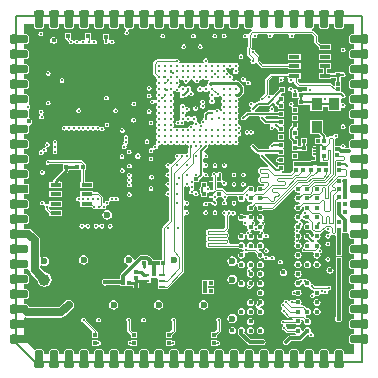
<source format=gbl>
G04 Layer_Physical_Order=10*
G04 Layer_Color=6632219*
%FSLAX44Y44*%
%MOMM*%
G71*
G01*
G75*
%ADD11R,0.3000X0.3000*%
%ADD12R,0.3000X0.3000*%
%ADD33C,0.2000*%
%ADD34C,0.3000*%
%ADD36C,0.1000*%
%ADD37C,0.2500*%
%ADD38C,0.7000*%
%ADD40C,0.4000*%
%ADD41R,1.6000X0.7000*%
G04:AMPARAMS|DCode=42|XSize=0.7mm|YSize=1.6mm|CornerRadius=0.175mm|HoleSize=0mm|Usage=FLASHONLY|Rotation=90.000|XOffset=0mm|YOffset=0mm|HoleType=Round|Shape=RoundedRectangle|*
%AMROUNDEDRECTD42*
21,1,0.7000,1.2500,0,0,90.0*
21,1,0.3500,1.6000,0,0,90.0*
1,1,0.3500,0.6250,0.1750*
1,1,0.3500,0.6250,-0.1750*
1,1,0.3500,-0.6250,-0.1750*
1,1,0.3500,-0.6250,0.1750*
%
%ADD42ROUNDEDRECTD42*%
G04:AMPARAMS|DCode=43|XSize=0.7mm|YSize=1.6mm|CornerRadius=0.175mm|HoleSize=0mm|Usage=FLASHONLY|Rotation=180.000|XOffset=0mm|YOffset=0mm|HoleType=Round|Shape=RoundedRectangle|*
%AMROUNDEDRECTD43*
21,1,0.7000,1.2500,0,0,180.0*
21,1,0.3500,1.6000,0,0,180.0*
1,1,0.3500,-0.1750,0.6250*
1,1,0.3500,0.1750,0.6250*
1,1,0.3500,0.1750,-0.6250*
1,1,0.3500,-0.1750,-0.6250*
%
%ADD43ROUNDEDRECTD43*%
%ADD44C,0.2000*%
%ADD45C,0.4000*%
%ADD46C,0.6000*%
%ADD47C,1.0000*%
%ADD48C,0.3000*%
%ADD49C,0.5000*%
%ADD51R,0.5000X3.0000*%
%ADD52R,0.9000X0.3000*%
%ADD53R,0.3000X0.6000*%
%ADD54R,0.5500X0.2500*%
%ADD55R,0.9000X1.0000*%
G36*
X279400Y271254D02*
X277650D01*
X276577Y271040D01*
X275667Y270433D01*
X275060Y269523D01*
X274846Y268450D01*
Y264950D01*
X275060Y263877D01*
X275667Y262967D01*
X276577Y262360D01*
X277650Y262146D01*
X279400D01*
Y258554D01*
X277650D01*
X276577Y258340D01*
X275667Y257733D01*
X275060Y256823D01*
X274846Y255750D01*
Y252250D01*
X275060Y251177D01*
X275667Y250267D01*
X276577Y249660D01*
X277650Y249446D01*
X279400D01*
Y245854D01*
X277650D01*
X276577Y245640D01*
X275667Y245033D01*
X275060Y244123D01*
X274846Y243050D01*
Y239550D01*
X275060Y238477D01*
X275667Y237567D01*
X276577Y236960D01*
X277650Y236746D01*
X279400D01*
Y233154D01*
X277650D01*
X276577Y232940D01*
X275667Y232333D01*
X275060Y231423D01*
X274846Y230350D01*
Y226850D01*
X275060Y225777D01*
X275667Y224867D01*
X276577Y224260D01*
X277650Y224046D01*
X279400D01*
Y220454D01*
X277650D01*
X276577Y220240D01*
X275667Y219633D01*
X275060Y218723D01*
X274846Y217650D01*
Y214150D01*
X275060Y213077D01*
X275667Y212167D01*
X276577Y211560D01*
X277650Y211346D01*
X279400D01*
Y207754D01*
X277650D01*
X276577Y207540D01*
X275667Y206933D01*
X275060Y206023D01*
X274846Y204950D01*
Y201450D01*
X275060Y200377D01*
X275667Y199467D01*
X276577Y198860D01*
X277650Y198646D01*
X279400D01*
Y195054D01*
X277650D01*
X276577Y194840D01*
X275667Y194233D01*
X275060Y193323D01*
X274846Y192250D01*
Y188750D01*
X275060Y187677D01*
X275667Y186767D01*
X276577Y186160D01*
X277650Y185946D01*
X279400D01*
Y182354D01*
X277650D01*
X276577Y182140D01*
X275667Y181533D01*
X275060Y180623D01*
X274846Y179550D01*
Y176050D01*
X274992Y175319D01*
X274431Y174334D01*
X274266Y174165D01*
X272934Y174163D01*
X272771Y174327D01*
X272204Y175319D01*
X272289Y175750D01*
X272134Y176530D01*
X271692Y177192D01*
X271030Y177634D01*
X270250Y177789D01*
X269470Y177634D01*
X268808Y177192D01*
X268446Y176651D01*
X268361Y176527D01*
X267437Y175839D01*
X267250Y175750D01*
X266996D01*
X266750Y175799D01*
X264750D01*
X264504Y175750D01*
X263124D01*
Y181590D01*
X263835Y182500D01*
X264188Y182748D01*
X264780Y182866D01*
X265442Y183308D01*
X265884Y183970D01*
X266039Y184750D01*
X265884Y185530D01*
X265442Y186192D01*
X264780Y186634D01*
X264000Y186789D01*
X263220Y186634D01*
X262558Y186192D01*
X262116Y185530D01*
X262052Y185209D01*
X261017Y184457D01*
X260750Y184374D01*
X258750D01*
X257602Y183898D01*
X257281Y183577D01*
X256936Y183384D01*
X256080Y183581D01*
X255789Y183745D01*
Y184500D01*
X255634Y185280D01*
X255192Y185942D01*
X255192Y185942D01*
X253250Y187884D01*
Y198500D01*
X242250D01*
Y186500D01*
X248866D01*
X251096Y184270D01*
X250570Y183000D01*
X246250D01*
Y178000D01*
X252516D01*
X253195Y176730D01*
X253041Y176500D01*
X248996D01*
X248750Y176549D01*
X248504Y176500D01*
X246250D01*
Y176039D01*
X245750D01*
X244969Y175884D01*
X244308Y175442D01*
X243866Y174781D01*
X243710Y174000D01*
X243866Y173220D01*
X244180Y172750D01*
X243866Y172280D01*
X243711Y171500D01*
X243866Y170720D01*
X244180Y170250D01*
X243866Y169780D01*
X243711Y169000D01*
X243866Y168220D01*
X244308Y167558D01*
X244970Y167116D01*
X245750Y166961D01*
X246201D01*
Y164299D01*
X243750D01*
X242775Y164105D01*
X241948Y163552D01*
X241944Y163549D01*
X230000D01*
X229754Y163500D01*
X227500D01*
Y161246D01*
X227451Y161000D01*
X227500Y160754D01*
Y155796D01*
X225077Y153374D01*
X218710D01*
X218092Y154644D01*
X218566Y155250D01*
X220250D01*
Y160250D01*
X215250D01*
Y158930D01*
X213980Y158404D01*
X203943Y168441D01*
X204469Y169711D01*
X215250D01*
Y168250D01*
X220250D01*
Y173250D01*
X218985D01*
X218772Y173480D01*
X219326Y174750D01*
X220250D01*
Y179750D01*
X215250D01*
Y179289D01*
X211250D01*
X210470Y179134D01*
X209808Y178692D01*
X209808Y178692D01*
X208308Y177192D01*
X207866Y176530D01*
X207711Y175750D01*
X207848Y175059D01*
X207842Y174931D01*
X207127Y173789D01*
X198595D01*
X195192Y177192D01*
X194530Y177634D01*
X193750Y177789D01*
X192970Y177634D01*
X192308Y177192D01*
X191866Y176530D01*
X191711Y175750D01*
X191866Y174970D01*
X192308Y174308D01*
X196308Y170308D01*
X196308Y170308D01*
X196970Y169866D01*
X197750Y169711D01*
X199127D01*
X199842Y168569D01*
X199848Y168441D01*
X199711Y167750D01*
X199866Y166970D01*
X200308Y166308D01*
X206723Y159894D01*
X206197Y158624D01*
X200750D01*
X199602Y158148D01*
X198852Y157398D01*
X198377Y156250D01*
Y154000D01*
X198852Y152852D01*
X199602Y152102D01*
X199698Y152062D01*
Y150688D01*
X199602Y150648D01*
X198852Y149898D01*
X198377Y148750D01*
Y146500D01*
X198852Y145352D01*
X199602Y144602D01*
X200750Y144126D01*
X202861D01*
X203518Y142856D01*
X203245Y142405D01*
X201900Y142088D01*
X201171Y142576D01*
X200000Y142808D01*
X198829Y142576D01*
X197837Y141912D01*
X197174Y140920D01*
X196941Y139750D01*
X197161Y138644D01*
X197165Y138564D01*
X196499Y137451D01*
X195361Y137283D01*
X194604Y138247D01*
X194826Y138579D01*
X195059Y139750D01*
X194826Y140920D01*
X194163Y141912D01*
X193171Y142576D01*
X192000Y142808D01*
X190829Y142576D01*
X189837Y141912D01*
X189477Y141373D01*
X189250D01*
X188102Y140898D01*
X184578Y137374D01*
X171423D01*
X168398Y140398D01*
X167250Y140874D01*
X163374D01*
Y145250D01*
X166565D01*
X167711Y144500D01*
X167866Y143720D01*
X168308Y143058D01*
X168970Y142616D01*
X169750Y142461D01*
X170530Y142616D01*
X171192Y143058D01*
X171634Y143720D01*
X171789Y144500D01*
X171634Y145280D01*
X171192Y145942D01*
X170530Y146384D01*
X169750Y146539D01*
X169020Y146394D01*
X168962Y146388D01*
X167750Y147097D01*
Y148053D01*
X167789Y148250D01*
X167789Y148250D01*
Y152500D01*
X167634Y153280D01*
X167192Y153942D01*
X166530Y154384D01*
X165750Y154539D01*
X164970Y154384D01*
X164308Y153942D01*
X163962Y153424D01*
X163231Y153276D01*
X162569Y153271D01*
X162450Y153449D01*
X161788Y153891D01*
X161008Y154047D01*
X160228Y153891D01*
X159566Y153449D01*
X159124Y152788D01*
X158969Y152007D01*
X159066Y151520D01*
X158552Y150588D01*
X158249Y150250D01*
X156680Y150250D01*
X156493Y150379D01*
X155716Y151270D01*
X155789Y151750D01*
X155634Y152530D01*
X155192Y153192D01*
X154530Y153634D01*
X153750Y153789D01*
X153059Y153652D01*
X152931Y153658D01*
X151789Y154373D01*
Y157127D01*
X152931Y157842D01*
X153059Y157848D01*
X153750Y157711D01*
X154530Y157866D01*
X155192Y158308D01*
X155634Y158970D01*
X155789Y159750D01*
X155634Y160530D01*
X155192Y161192D01*
X154530Y161634D01*
X153750Y161789D01*
X153059Y161652D01*
X152931Y161658D01*
X151789Y162373D01*
Y165127D01*
X152931Y165842D01*
X153059Y165848D01*
X153750Y165711D01*
X154530Y165866D01*
X155192Y166308D01*
X155634Y166970D01*
X155789Y167750D01*
X155634Y168530D01*
X155192Y169192D01*
X154530Y169634D01*
X153750Y169789D01*
X153678Y169775D01*
X152430Y170643D01*
X152352Y171468D01*
X155192Y174308D01*
X155192Y174308D01*
X155634Y174970D01*
X155789Y175750D01*
X155667Y176362D01*
X156152Y177050D01*
X156549Y177448D01*
X157448D01*
X158274Y176895D01*
X159250Y176701D01*
X160225Y176895D01*
X161052Y177448D01*
X162448D01*
X163274Y176895D01*
X164250Y176701D01*
X165225Y176895D01*
X166052Y177448D01*
X167448D01*
X168274Y176895D01*
X169250Y176701D01*
X170225Y176895D01*
X171052Y177448D01*
X172448D01*
X173274Y176895D01*
X174250Y176701D01*
X175225Y176895D01*
X176052Y177448D01*
X177448D01*
X178274Y176895D01*
X179250Y176701D01*
X180225Y176895D01*
X181052Y177448D01*
X181605Y178275D01*
X181799Y179250D01*
X181605Y180225D01*
X181052Y181052D01*
Y182448D01*
X181605Y183275D01*
X181799Y184250D01*
X182780Y184866D01*
X183442Y185308D01*
X183884Y185970D01*
X184039Y186750D01*
X183884Y187530D01*
X183442Y188192D01*
X182853Y188586D01*
X182780Y189150D01*
Y189350D01*
X182853Y189914D01*
X183442Y190308D01*
X183884Y190970D01*
X184039Y191750D01*
X183884Y192530D01*
X183442Y193192D01*
X182780Y193634D01*
X181799Y194250D01*
X181605Y195225D01*
X181052Y196052D01*
Y197448D01*
X181605Y198275D01*
X181799Y199250D01*
X181605Y200225D01*
X181052Y201052D01*
Y202448D01*
X181605Y203275D01*
X181799Y204250D01*
X181605Y205225D01*
X181052Y206052D01*
Y207448D01*
X181605Y208275D01*
X181799Y209250D01*
X181605Y210225D01*
X181052Y211052D01*
Y212448D01*
X181605Y213275D01*
X181799Y214250D01*
X181605Y215226D01*
X181277Y215716D01*
X181555Y216802D01*
X181759Y217107D01*
X181878Y217131D01*
X182622Y217628D01*
X185372Y220378D01*
X185869Y221122D01*
X186044Y222000D01*
Y226250D01*
X185869Y227128D01*
X185372Y227872D01*
X182372Y230872D01*
X181628Y231369D01*
X180750Y231544D01*
X180317D01*
X180225Y231605D01*
X179250Y231799D01*
X178274Y231605D01*
X178183Y231544D01*
X176860D01*
X176772Y231642D01*
X176297Y232814D01*
X176605Y233275D01*
X176799Y234250D01*
X176605Y235225D01*
X176052Y236052D01*
X175225Y236605D01*
X174250Y236799D01*
X173634Y237530D01*
X173192Y238192D01*
X172530Y238634D01*
X171799Y239250D01*
X171605Y240226D01*
X171052Y241052D01*
Y242448D01*
X172448D01*
X173274Y241895D01*
X174250Y241701D01*
X175225Y241895D01*
X176052Y242448D01*
X177447D01*
Y241052D01*
X176895Y240226D01*
X176701Y239250D01*
X176895Y238275D01*
X177447Y237448D01*
X178274Y236895D01*
X179250Y236701D01*
X180225Y236895D01*
X181052Y237448D01*
X181605Y238275D01*
X181799Y239250D01*
X181605Y240226D01*
X181052Y241052D01*
Y242448D01*
X181605Y243275D01*
X181799Y244250D01*
X181605Y245225D01*
X181052Y246052D01*
X180225Y246605D01*
X179250Y246799D01*
X178274Y246605D01*
X177447Y246052D01*
X176052D01*
X175225Y246605D01*
X174250Y246799D01*
X173274Y246605D01*
X172448Y246052D01*
X171052D01*
X170225Y246605D01*
X169250Y246799D01*
X168274Y246605D01*
X167447Y246052D01*
X166052D01*
X165225Y246605D01*
X164250Y246799D01*
X163274Y246605D01*
X162448Y246052D01*
X161052D01*
X160225Y246605D01*
X159250Y246799D01*
X158274Y246605D01*
X157448Y246052D01*
X156154D01*
X155387Y247047D01*
X155634Y247720D01*
X155789Y248500D01*
X155634Y249280D01*
X155192Y249942D01*
X154530Y250384D01*
X153750Y250539D01*
X152970Y250384D01*
X152308Y249942D01*
X151866Y249280D01*
X151711Y248500D01*
X151866Y247720D01*
X152060Y247430D01*
X151793Y246716D01*
X150601Y246354D01*
X150225Y246605D01*
X149250Y246799D01*
X148274Y246605D01*
X147448Y246052D01*
X146052D01*
X145225Y246605D01*
X144250Y246799D01*
X143274Y246605D01*
X142448Y246052D01*
X141052D01*
X140225Y246605D01*
X139250Y246799D01*
X138274Y246605D01*
X137448Y246052D01*
X136052D01*
X135225Y246605D01*
X134250Y246799D01*
X133274Y246605D01*
X132448Y246052D01*
X131574Y246880D01*
X131634Y246970D01*
X131789Y247750D01*
X131634Y248530D01*
X131192Y249192D01*
X130530Y249634D01*
X129750Y249789D01*
X128970Y249634D01*
X128580Y249374D01*
X112750D01*
X111602Y248898D01*
X109602Y246898D01*
X109126Y245750D01*
Y237750D01*
X109602Y236602D01*
X111743Y234461D01*
X111701Y234250D01*
X111895Y233275D01*
X112448Y232448D01*
Y231052D01*
X111895Y230225D01*
X111701Y229250D01*
X111895Y228275D01*
X112448Y227448D01*
Y226052D01*
X111895Y225225D01*
X111701Y224250D01*
X111895Y223275D01*
X112448Y222448D01*
Y221052D01*
X111895Y220225D01*
X111701Y219250D01*
X111895Y218275D01*
X112448Y217448D01*
Y216052D01*
X111895Y215226D01*
X111823Y214863D01*
X111313Y214720D01*
X110501Y214729D01*
X110192Y215192D01*
X109530Y215634D01*
X108750Y215789D01*
X107970Y215634D01*
X107308Y215192D01*
X106866Y214530D01*
X106711Y213750D01*
X106866Y212970D01*
X107308Y212308D01*
X107970Y211866D01*
X108750Y211711D01*
X109530Y211866D01*
X110192Y212308D01*
X110437Y212675D01*
X111657Y212892D01*
X111876Y212875D01*
X112448Y212401D01*
Y211052D01*
X111895Y210225D01*
X111701Y209250D01*
X111895Y208275D01*
X112448Y207448D01*
Y206052D01*
X111895Y205225D01*
X111701Y204250D01*
X111895Y203275D01*
X112448Y202448D01*
Y201052D01*
X111895Y200225D01*
X111701Y199250D01*
X111895Y198275D01*
X112448Y197448D01*
Y196052D01*
X111895Y195225D01*
X111701Y194250D01*
X111895Y193275D01*
X112448Y192448D01*
Y191052D01*
X111895Y190226D01*
X111701Y189250D01*
X111895Y188275D01*
X112448Y187448D01*
Y186052D01*
X111895Y185225D01*
X111701Y184250D01*
X111895Y183275D01*
X112448Y182448D01*
Y181052D01*
X111895Y180225D01*
X111701Y179250D01*
X111858Y178463D01*
X111543Y177856D01*
X111512Y177809D01*
X111052Y177250D01*
X110470Y177134D01*
X109808Y176692D01*
X109366Y176030D01*
X109211Y175250D01*
X109259Y175008D01*
X108665Y174478D01*
X108163Y174158D01*
X107500Y174289D01*
X106720Y174134D01*
X106058Y173692D01*
X105616Y173031D01*
X105461Y172250D01*
X105616Y171470D01*
X106058Y170808D01*
X106720Y170366D01*
X107500Y170211D01*
X108280Y170366D01*
X108942Y170808D01*
X109384Y171470D01*
X109539Y172250D01*
X109491Y172492D01*
X110085Y173023D01*
X110587Y173343D01*
X111250Y173211D01*
X112030Y173366D01*
X112692Y173808D01*
X113134Y174470D01*
X113289Y175250D01*
X113217Y175612D01*
X113921Y176536D01*
X114195Y176712D01*
X114250Y176701D01*
X115225Y176895D01*
X116052Y177448D01*
X117448D01*
X118274Y176895D01*
X119250Y176701D01*
X120225Y176895D01*
X121052Y177448D01*
X122448D01*
X123274Y176895D01*
X124250Y176701D01*
X125225Y176895D01*
X126052Y177448D01*
X127448D01*
X128274Y176895D01*
X129250Y176701D01*
X130225Y176895D01*
X131052Y177448D01*
X132448D01*
X133274Y176895D01*
X134250Y176701D01*
X135225Y176895D01*
X136052Y177448D01*
X137448D01*
X138274Y176895D01*
X138715Y176807D01*
X138928Y176589D01*
X139397Y175661D01*
X139425Y175470D01*
X139126Y174750D01*
Y170647D01*
X137856Y169768D01*
X137750Y169789D01*
X136970Y169634D01*
X136308Y169192D01*
X135192D01*
X134530Y169634D01*
X133750Y169789D01*
X132970Y169634D01*
X132308Y169192D01*
X131192D01*
X130530Y169634D01*
X129750Y169789D01*
X128970Y169634D01*
X128308Y169192D01*
X127866Y168530D01*
X127711Y167750D01*
X127866Y166970D01*
X128308Y166308D01*
X128472Y164769D01*
X124731Y161028D01*
X123192Y161192D01*
X122530Y161634D01*
X121750Y161789D01*
X120970Y161634D01*
X120308Y161192D01*
X119866Y160530D01*
X119711Y159750D01*
X119866Y158970D01*
X120308Y158308D01*
X120970Y157866D01*
X121750Y157711D01*
X122876Y156686D01*
Y154814D01*
X121750Y153789D01*
X120970Y153634D01*
X120308Y153192D01*
X119866Y152530D01*
X119711Y151750D01*
X119866Y150970D01*
X120308Y150308D01*
X120970Y149866D01*
X121750Y149711D01*
X122876Y148686D01*
Y146814D01*
X121750Y145789D01*
X120970Y145634D01*
X120308Y145192D01*
X119866Y144530D01*
X119711Y143750D01*
X119866Y142970D01*
X120308Y142308D01*
X120970Y141866D01*
X121750Y141711D01*
X122876Y140686D01*
Y138814D01*
X121750Y137789D01*
X120970Y137634D01*
X120308Y137192D01*
X119866Y136530D01*
X119711Y135750D01*
X119866Y134970D01*
X120308Y134308D01*
X120970Y133866D01*
X121750Y133711D01*
X122876Y132686D01*
Y113173D01*
X117602Y107898D01*
X117126Y106750D01*
Y79750D01*
X115550D01*
Y79750D01*
X113296D01*
X113050Y79799D01*
X108980D01*
X108905Y80175D01*
X108352Y81002D01*
X106052Y83302D01*
X105225Y83855D01*
X104250Y84049D01*
X99000D01*
X98025Y83855D01*
X97198Y83302D01*
X93902Y80007D01*
X92524Y80425D01*
X92368Y81211D01*
X91484Y82534D01*
X90161Y83418D01*
X88600Y83728D01*
X87039Y83418D01*
X85716Y82534D01*
X84832Y81211D01*
X84522Y79650D01*
X84832Y78089D01*
X85716Y76766D01*
X87039Y75882D01*
X87825Y75726D01*
X88243Y74348D01*
X81998Y68102D01*
X81445Y67276D01*
X81251Y66300D01*
Y63549D01*
X70335D01*
X69921Y63826D01*
X68750Y64059D01*
X67579Y63826D01*
X66587Y63163D01*
X65924Y62171D01*
X65691Y61000D01*
X65924Y59830D01*
X66587Y58837D01*
X67579Y58174D01*
X68750Y57941D01*
X69921Y58174D01*
X70335Y58451D01*
X81300D01*
Y58000D01*
X83554D01*
X83800Y57951D01*
X84046Y58000D01*
X91300D01*
Y58000D01*
X92550Y57952D01*
Y55500D01*
X97550D01*
Y59706D01*
X103550D01*
X103772Y59750D01*
X107300D01*
Y63437D01*
X107725Y64341D01*
X108467Y64500D01*
X112134D01*
X112875Y64341D01*
X113300Y63437D01*
Y59750D01*
X113300Y59750D01*
Y59250D01*
X113300D01*
X113300Y58480D01*
Y54750D01*
X120800D01*
Y55397D01*
X121898Y55852D01*
X135148Y69102D01*
X135624Y70250D01*
Y117238D01*
X136894Y117917D01*
X136970Y117866D01*
X137750Y117711D01*
X138530Y117866D01*
X139192Y118308D01*
X139634Y118970D01*
X139789Y119750D01*
X139634Y120530D01*
X139192Y121192D01*
X138530Y121634D01*
X137750Y121789D01*
X136970Y121634D01*
X136894Y121583D01*
X135624Y122262D01*
Y125238D01*
X136894Y125917D01*
X136970Y125866D01*
X137750Y125711D01*
X138530Y125866D01*
X139192Y126308D01*
X139634Y126970D01*
X139789Y127750D01*
X139634Y128530D01*
X139192Y129192D01*
X138530Y129634D01*
X137750Y129789D01*
X136970Y129634D01*
X136894Y129583D01*
X135624Y130262D01*
Y141238D01*
X136894Y141917D01*
X136970Y141866D01*
X137750Y141711D01*
X138530Y141866D01*
X139192Y142308D01*
X139310Y142484D01*
X140366Y141780D01*
X140211Y141000D01*
X140366Y140220D01*
X140808Y139558D01*
X140558Y138692D01*
X140116Y138030D01*
X139961Y137250D01*
X140116Y136470D01*
X140558Y135808D01*
X141220Y135366D01*
X142000Y135211D01*
X142780Y135366D01*
X143866Y134970D01*
X144308Y134308D01*
X144970Y133866D01*
X145750Y133711D01*
X146530Y133866D01*
X147192Y134308D01*
X147634Y134970D01*
X147789Y135750D01*
X147634Y136530D01*
X147192Y137192D01*
X146530Y137634D01*
X145750Y137789D01*
X144970Y137634D01*
X143884Y138030D01*
X143442Y138692D01*
X143692Y139558D01*
X144134Y140220D01*
X144289Y141000D01*
X144134Y141780D01*
X143766Y142330D01*
X143692Y142442D01*
Y143808D01*
X143766Y143919D01*
X144134Y144470D01*
X144289Y145250D01*
X148250D01*
Y147116D01*
X151046Y149912D01*
X152295Y150304D01*
X152627Y150095D01*
X152970Y149866D01*
X153750Y149711D01*
X154530Y149866D01*
X154982Y150166D01*
X156089Y149712D01*
X156250Y149606D01*
X156250Y149158D01*
Y145250D01*
X160126D01*
Y139750D01*
X160222Y139518D01*
X159363Y138659D01*
X158451Y138607D01*
X157882Y138729D01*
X157444Y139520D01*
X157539Y140000D01*
X157384Y140780D01*
X156942Y141442D01*
X156280Y141884D01*
X155500Y142039D01*
X154750Y142655D01*
Y145250D01*
X149750D01*
Y142619D01*
X149565Y142435D01*
X149123Y141773D01*
X148968Y140993D01*
Y140955D01*
X148652Y140482D01*
X148458Y139507D01*
X148652Y138531D01*
X148968Y138059D01*
Y137037D01*
X148961Y137000D01*
X149116Y136220D01*
X149558Y135558D01*
X149750Y135366D01*
Y133250D01*
X154750D01*
Y136427D01*
X155500Y136862D01*
X156250Y136426D01*
Y129419D01*
X156250Y129144D01*
X155766Y128823D01*
X155442Y128724D01*
Y128724D01*
X155442D01*
Y128724D01*
X154207Y128948D01*
X153750Y129039D01*
X152970Y128884D01*
X152308Y128442D01*
X151866Y127780D01*
X151711Y127000D01*
X151866Y126220D01*
X152308Y125558D01*
X152970Y125116D01*
X153750Y124961D01*
X154530Y125116D01*
X155192Y125558D01*
X155634Y126220D01*
X155693Y126517D01*
X156155Y127623D01*
D01*
X156155Y127624D01*
Y127624D01*
X156728Y128246D01*
X156737Y128250D01*
X157063Y128250D01*
X157149Y128250D01*
X158366D01*
X160308Y126308D01*
X160308Y126308D01*
X160970Y125866D01*
X161750Y125711D01*
X162530Y125866D01*
X163192Y126308D01*
X163634Y126970D01*
X163789Y127750D01*
X163634Y128530D01*
X163192Y129192D01*
X163192Y129192D01*
X162390Y129993D01*
X162780Y131366D01*
X163442Y131808D01*
X163884Y132470D01*
X164039Y133250D01*
X164039Y133250D01*
X167015D01*
X167968Y132851D01*
X168317Y132215D01*
X168366Y131970D01*
X168808Y131308D01*
X169282Y130991D01*
X169298Y130228D01*
X169148Y129670D01*
X168970Y129634D01*
X168308Y129192D01*
X167866Y128530D01*
X167711Y127750D01*
X167866Y126970D01*
X168308Y126308D01*
X168970Y125866D01*
X169750Y125711D01*
X170530Y125866D01*
X171192Y126308D01*
X171634Y126970D01*
X171789Y127750D01*
X171634Y128530D01*
X171192Y129192D01*
X170718Y129509D01*
X170702Y130272D01*
X170852Y130830D01*
X171030Y130866D01*
X171692Y131308D01*
X172134Y131970D01*
X172289Y132750D01*
X172268Y132856D01*
X173147Y134126D01*
X180453D01*
X181165Y132935D01*
X181161Y132856D01*
X180941Y131750D01*
X181174Y130579D01*
X181837Y129587D01*
X182829Y128924D01*
X184000Y128691D01*
X185170Y128924D01*
X186163Y129587D01*
X186826Y130579D01*
X187059Y131750D01*
X186994Y132073D01*
X187041Y132141D01*
X187861Y132336D01*
X189004Y131436D01*
X189174Y130579D01*
X189837Y129587D01*
X190829Y128924D01*
X192000Y128691D01*
X193060Y128902D01*
X193133Y128844D01*
X193391Y127589D01*
X192512Y126706D01*
X192000Y126808D01*
X190829Y126575D01*
X189837Y125913D01*
X189174Y124920D01*
X188941Y123750D01*
X189050Y123201D01*
X188961Y122750D01*
X189116Y121969D01*
X189558Y121308D01*
X190220Y120866D01*
X191000Y120710D01*
X191451Y120800D01*
X192000Y120691D01*
X193171Y120924D01*
X194163Y121587D01*
X194826Y122579D01*
X195059Y123750D01*
X194957Y124262D01*
X195839Y125141D01*
X197095Y124882D01*
X197152Y124810D01*
X196941Y123750D01*
X197174Y122579D01*
X197837Y121587D01*
X198829Y120924D01*
X200000Y120691D01*
X201171Y120924D01*
X202163Y121587D01*
X202523Y122126D01*
X210250D01*
X211398Y122601D01*
X227796Y138999D01*
X229174Y138581D01*
X229174Y138579D01*
X229837Y137587D01*
X230829Y136924D01*
X232000Y136691D01*
X233060Y136902D01*
X233132Y136844D01*
X233391Y135589D01*
X232512Y134707D01*
X232000Y134808D01*
X230829Y134576D01*
X229837Y133912D01*
X229174Y132920D01*
X228941Y131750D01*
X229174Y130579D01*
X229837Y129587D01*
X230829Y128924D01*
X232000Y128691D01*
X233060Y128902D01*
X233133Y128844D01*
X233391Y127589D01*
X232512Y126706D01*
X232000Y126808D01*
X230829Y126575D01*
X229837Y125912D01*
X229174Y124920D01*
X228941Y123750D01*
X229174Y122579D01*
X229837Y121587D01*
X230829Y120924D01*
X232000Y120691D01*
X233171Y120924D01*
X234163Y121587D01*
X234826Y122579D01*
X235059Y123750D01*
X234957Y124262D01*
X235839Y125141D01*
X237095Y124882D01*
X237152Y124810D01*
X236941Y123750D01*
X237174Y122579D01*
X237209Y122526D01*
X236720Y121134D01*
X236058Y120692D01*
X235616Y120030D01*
X235461Y119250D01*
X235562Y118739D01*
X235362Y118404D01*
X235034Y118270D01*
X233896Y118091D01*
X233171Y118575D01*
X232000Y118808D01*
X230829Y118575D01*
X229837Y117913D01*
X229174Y116920D01*
X228941Y115750D01*
X229174Y114579D01*
X229837Y113587D01*
X230829Y112924D01*
X231710Y112748D01*
X231851Y112574D01*
X232153Y111926D01*
X232249Y111446D01*
X231803Y110769D01*
X230829Y110576D01*
X229837Y109913D01*
X229174Y108920D01*
X228941Y107750D01*
X229174Y106579D01*
X229837Y105587D01*
X229576Y105204D01*
X229558Y105192D01*
X229116Y104530D01*
X228961Y103750D01*
X229116Y102970D01*
X229558Y102308D01*
X229575Y102297D01*
X229837Y101912D01*
X229174Y100920D01*
X228941Y99750D01*
X229174Y98579D01*
X229818Y97615D01*
X229558Y97442D01*
X229116Y96780D01*
X228961Y96000D01*
X229116Y95220D01*
X229237Y95039D01*
X229837Y93912D01*
X229174Y92920D01*
X228941Y91750D01*
X229174Y90579D01*
X229837Y89587D01*
X230829Y88924D01*
X232000Y88691D01*
X233171Y88924D01*
X234163Y89587D01*
X234826Y90579D01*
X235059Y91750D01*
X234826Y92920D01*
X234163Y93912D01*
X233731Y94201D01*
X233210Y94828D01*
X233159Y95217D01*
X233148Y95852D01*
X233624Y97000D01*
Y97226D01*
X234163Y97587D01*
X234826Y98579D01*
X235059Y99750D01*
X234826Y100920D01*
X234163Y101912D01*
X233846Y102124D01*
X232884Y102970D01*
X233039Y103750D01*
X232884Y104530D01*
X233847Y105375D01*
X234163Y105587D01*
X234826Y106579D01*
X235059Y107750D01*
X234962Y108237D01*
X235442Y108558D01*
X235884Y109220D01*
X236039Y110000D01*
X235884Y110780D01*
X235442Y111442D01*
X234780Y111884D01*
X234131Y112013D01*
X233767Y113148D01*
X234647Y113957D01*
X235920Y114066D01*
X236220Y113866D01*
X237000Y113711D01*
X237666Y113843D01*
X237837Y113587D01*
X238829Y112924D01*
X240000Y112691D01*
X240512Y112793D01*
X241391Y111911D01*
X241133Y110655D01*
X241060Y110597D01*
X240000Y110808D01*
X238829Y110576D01*
X237837Y109913D01*
X237174Y108920D01*
X236941Y107750D01*
X237174Y106579D01*
X237837Y105587D01*
X238829Y104924D01*
X240000Y104691D01*
X241171Y104924D01*
X241306Y105014D01*
X242852Y104602D01*
X244852Y102602D01*
X245265Y101056D01*
X245174Y100920D01*
X244941Y99750D01*
X245006Y99423D01*
X243939Y98853D01*
X243046Y99685D01*
X243059Y99750D01*
X242826Y100920D01*
X242163Y101912D01*
X241171Y102576D01*
X240000Y102808D01*
X238829Y102576D01*
X237837Y101912D01*
X237174Y100920D01*
X236941Y99750D01*
X237174Y98579D01*
X237837Y97587D01*
X238829Y96924D01*
X240000Y96691D01*
X240065Y96704D01*
X240896Y95810D01*
X240326Y94743D01*
X240000Y94808D01*
X238829Y94576D01*
X237837Y93912D01*
X237174Y92920D01*
X236941Y91750D01*
X237035Y91278D01*
X236470Y89884D01*
X235808Y89442D01*
X235366Y88780D01*
X235211Y88000D01*
X235366Y87220D01*
X235808Y86558D01*
X236470Y86116D01*
X237250Y85961D01*
X238030Y86116D01*
X238420Y86376D01*
X244620D01*
X245299Y85106D01*
X245174Y84920D01*
X244941Y83750D01*
X245174Y82579D01*
X245837Y81587D01*
X246829Y80924D01*
X248000Y80691D01*
X249170Y80924D01*
X250163Y81587D01*
X250826Y82579D01*
X251059Y83750D01*
X251014Y83974D01*
X251030Y85272D01*
X251692Y85714D01*
X252134Y86376D01*
X252289Y87156D01*
X252134Y87937D01*
X251692Y88598D01*
X251030Y89040D01*
X250706Y90400D01*
X250826Y90579D01*
X251059Y91750D01*
X250826Y92920D01*
X250163Y93912D01*
X249170Y94576D01*
X248000Y94808D01*
X247901Y94907D01*
X247914Y96606D01*
X248000Y96691D01*
X249170Y96924D01*
X250163Y97587D01*
X250826Y98579D01*
X251059Y99750D01*
X250839Y100856D01*
X250833Y100969D01*
X250843Y101037D01*
X251429Y102304D01*
X252148Y102602D01*
X254310Y104764D01*
X255808Y104808D01*
X256470Y104366D01*
X257250Y104211D01*
X257606Y104282D01*
X258660Y103650D01*
X258742Y103556D01*
X258752Y102679D01*
X258571Y102417D01*
X257675Y101705D01*
X257250Y101789D01*
X256470Y101634D01*
X255808Y101192D01*
X255366Y100530D01*
X255211Y99750D01*
X255366Y98970D01*
X255808Y98308D01*
X256470Y97866D01*
X257250Y97711D01*
X258030Y97866D01*
X258692Y98308D01*
X259134Y98970D01*
X259289Y99750D01*
X259198Y100211D01*
X259811Y100816D01*
X260001Y100943D01*
X260227Y101051D01*
X261250Y100627D01*
X262500D01*
X262681Y100702D01*
X263951Y99853D01*
Y92250D01*
Y85750D01*
X264000Y85504D01*
Y83250D01*
X266254D01*
X266500Y83201D01*
X266746Y83250D01*
X269000D01*
Y85504D01*
X269049Y85750D01*
Y92250D01*
Y102750D01*
X271254D01*
X271500Y102701D01*
X271746Y102750D01*
X274000D01*
X274846Y101830D01*
Y99850D01*
X275060Y98777D01*
X275667Y97867D01*
X276577Y97260D01*
X277650Y97046D01*
X279400D01*
Y93454D01*
X277650D01*
X276577Y93240D01*
X275667Y92633D01*
X275060Y91723D01*
X274846Y90650D01*
Y87150D01*
X275060Y86077D01*
X275667Y85167D01*
X276577Y84560D01*
X277650Y84346D01*
X279400D01*
Y80754D01*
X277650D01*
X276577Y80540D01*
X275667Y79933D01*
X275060Y79023D01*
X274846Y77950D01*
Y74450D01*
X275060Y73377D01*
X275667Y72467D01*
X276577Y71860D01*
X277650Y71646D01*
X279400D01*
Y68054D01*
X277650D01*
X276577Y67840D01*
X275667Y67233D01*
X275060Y66323D01*
X274846Y65250D01*
Y61750D01*
X275060Y60677D01*
X275667Y59767D01*
X276577Y59160D01*
X277650Y58946D01*
X279400D01*
Y55354D01*
X277650D01*
X276577Y55140D01*
X275667Y54533D01*
X275060Y53623D01*
X274846Y52550D01*
Y49050D01*
X275060Y47977D01*
X275667Y47067D01*
X276577Y46460D01*
X277650Y46246D01*
X279400D01*
Y42654D01*
X277650D01*
X276577Y42440D01*
X275667Y41833D01*
X275060Y40923D01*
X274846Y39850D01*
Y36350D01*
X275060Y35277D01*
X275667Y34367D01*
X276577Y33760D01*
X277650Y33546D01*
X279400D01*
Y29954D01*
X277650D01*
X276577Y29740D01*
X275667Y29133D01*
X275060Y28223D01*
X274846Y27150D01*
Y23650D01*
X275060Y22577D01*
X275667Y21667D01*
X276577Y21060D01*
X277650Y20846D01*
X279400D01*
Y17254D01*
X277650D01*
X276577Y17040D01*
X275667Y16433D01*
X275060Y15523D01*
X274846Y14450D01*
Y10950D01*
X275060Y9877D01*
X275667Y8967D01*
X276577Y8360D01*
X277650Y8146D01*
X279400D01*
Y0D01*
X271254D01*
Y1750D01*
X271040Y2823D01*
X270433Y3733D01*
X269523Y4340D01*
X268450Y4554D01*
X264950D01*
X263877Y4340D01*
X262967Y3733D01*
X262360Y2823D01*
X262146Y1750D01*
Y0D01*
X258554D01*
Y1750D01*
X258340Y2823D01*
X257733Y3733D01*
X256823Y4340D01*
X255750Y4554D01*
X252250D01*
X251177Y4340D01*
X250267Y3733D01*
X249660Y2823D01*
X249446Y1750D01*
Y0D01*
X245854D01*
Y1750D01*
X245640Y2823D01*
X245033Y3733D01*
X244123Y4340D01*
X243050Y4554D01*
X239550D01*
X238477Y4340D01*
X237567Y3733D01*
X236960Y2823D01*
X236746Y1750D01*
Y0D01*
X233154D01*
Y1750D01*
X232940Y2823D01*
X232333Y3733D01*
X231423Y4340D01*
X230350Y4554D01*
X226850D01*
X225777Y4340D01*
X224867Y3733D01*
X224260Y2823D01*
X224046Y1750D01*
Y0D01*
X220454D01*
Y1750D01*
X220240Y2823D01*
X219633Y3733D01*
X218723Y4340D01*
X217650Y4554D01*
X214150D01*
X213077Y4340D01*
X212167Y3733D01*
X211560Y2823D01*
X211346Y1750D01*
Y0D01*
X207754D01*
Y1750D01*
X207540Y2823D01*
X206933Y3733D01*
X206023Y4340D01*
X204950Y4554D01*
X201450D01*
X200377Y4340D01*
X199467Y3733D01*
X198860Y2823D01*
X198646Y1750D01*
Y0D01*
X195054D01*
Y1750D01*
X194840Y2823D01*
X194233Y3733D01*
X193323Y4340D01*
X192250Y4554D01*
X188750D01*
X187677Y4340D01*
X186767Y3733D01*
X186160Y2823D01*
X185946Y1750D01*
Y0D01*
X182354D01*
Y1750D01*
X182140Y2823D01*
X181533Y3733D01*
X180623Y4340D01*
X179550Y4554D01*
X176050D01*
X174977Y4340D01*
X174067Y3733D01*
X173460Y2823D01*
X173246Y1750D01*
Y0D01*
X169654D01*
Y1750D01*
X169440Y2823D01*
X168833Y3733D01*
X167923Y4340D01*
X166850Y4554D01*
X163350D01*
X162277Y4340D01*
X161367Y3733D01*
X160760Y2823D01*
X160546Y1750D01*
Y0D01*
X156954D01*
Y1750D01*
X156740Y2823D01*
X156133Y3733D01*
X155223Y4340D01*
X154150Y4554D01*
X150650D01*
X149577Y4340D01*
X148667Y3733D01*
X148060Y2823D01*
X147846Y1750D01*
Y0D01*
X144254D01*
Y1750D01*
X144040Y2823D01*
X143433Y3733D01*
X142523Y4340D01*
X141450Y4554D01*
X137950D01*
X136877Y4340D01*
X135967Y3733D01*
X135360Y2823D01*
X135146Y1750D01*
Y0D01*
X131554D01*
Y1750D01*
X131340Y2823D01*
X130733Y3733D01*
X129823Y4340D01*
X128750Y4554D01*
X125250D01*
X124177Y4340D01*
X123267Y3733D01*
X122660Y2823D01*
X122446Y1750D01*
Y0D01*
X118854D01*
Y1750D01*
X118640Y2823D01*
X118033Y3733D01*
X117123Y4340D01*
X116050Y4554D01*
X112550D01*
X111477Y4340D01*
X110567Y3733D01*
X109960Y2823D01*
X109746Y1750D01*
Y0D01*
X106154D01*
Y1750D01*
X105940Y2823D01*
X105333Y3733D01*
X104423Y4340D01*
X103350Y4554D01*
X99850D01*
X98777Y4340D01*
X97867Y3733D01*
X97260Y2823D01*
X97046Y1750D01*
Y0D01*
X93454D01*
Y1750D01*
X93240Y2823D01*
X92633Y3733D01*
X91723Y4340D01*
X90650Y4554D01*
X87150D01*
X86077Y4340D01*
X85167Y3733D01*
X84560Y2823D01*
X84346Y1750D01*
Y0D01*
X80754D01*
Y1750D01*
X80540Y2823D01*
X79933Y3733D01*
X79023Y4340D01*
X77950Y4554D01*
X74450D01*
X73377Y4340D01*
X72467Y3733D01*
X71860Y2823D01*
X71646Y1750D01*
Y0D01*
X68054D01*
Y1750D01*
X67840Y2823D01*
X67233Y3733D01*
X66323Y4340D01*
X65250Y4554D01*
X61750D01*
X60677Y4340D01*
X59767Y3733D01*
X59160Y2823D01*
X58946Y1750D01*
Y0D01*
X55354D01*
Y1750D01*
X55140Y2823D01*
X54533Y3733D01*
X53623Y4340D01*
X52550Y4554D01*
X49050D01*
X47977Y4340D01*
X47067Y3733D01*
X46460Y2823D01*
X46246Y1750D01*
Y0D01*
X42654D01*
Y1750D01*
X42440Y2823D01*
X41833Y3733D01*
X40923Y4340D01*
X39850Y4554D01*
X36350D01*
X35277Y4340D01*
X34367Y3733D01*
X33760Y2823D01*
X33546Y1750D01*
Y0D01*
X29954D01*
Y1750D01*
X29740Y2823D01*
X29133Y3733D01*
X28223Y4340D01*
X27150Y4554D01*
X23650D01*
X22577Y4340D01*
X21667Y3733D01*
X21060Y2823D01*
X20846Y1750D01*
Y0D01*
X17254D01*
Y1750D01*
X17040Y2823D01*
X16433Y3733D01*
X15523Y4340D01*
X14450Y4554D01*
X10950D01*
X9877Y4340D01*
X8967Y3733D01*
X0Y12700D01*
Y30426D01*
X453Y30668D01*
X1270Y30976D01*
X2850Y30662D01*
X31500D01*
X33256Y31011D01*
X34744Y32006D01*
X41044Y38306D01*
X42039Y39794D01*
X42388Y41550D01*
X42039Y43306D01*
X41044Y44794D01*
X39556Y45789D01*
X37800Y46138D01*
X36044Y45789D01*
X34556Y44794D01*
X29600Y39838D01*
X4751D01*
X4508Y40081D01*
X4340Y40923D01*
X3733Y41833D01*
X2823Y42440D01*
X1750Y42654D01*
X172D01*
X0Y42688D01*
Y46246D01*
X1750D01*
X2823Y46460D01*
X3733Y47067D01*
X4340Y47977D01*
X4554Y49050D01*
Y52550D01*
X4340Y53623D01*
X3733Y54533D01*
X2823Y55140D01*
X1750Y55354D01*
X0D01*
Y58946D01*
X1750D01*
X2823Y59160D01*
X3733Y59767D01*
X4340Y60677D01*
X4554Y61750D01*
Y65250D01*
X4340Y66323D01*
X3733Y67233D01*
X2823Y67840D01*
X1750Y68054D01*
X0D01*
Y71646D01*
X1750D01*
X2823Y71860D01*
X3142Y72073D01*
X4412Y71394D01*
Y71300D01*
X4761Y69544D01*
X5756Y68056D01*
X11275Y62537D01*
X11648Y60659D01*
X12974Y58674D01*
X14959Y57348D01*
X17300Y56882D01*
X19641Y57348D01*
X21626Y58674D01*
X22952Y60659D01*
X23418Y63000D01*
X22952Y65341D01*
X21626Y67326D01*
X19641Y68652D01*
X17763Y69025D01*
X13588Y73200D01*
Y74744D01*
X14858Y75321D01*
X15739Y74732D01*
X17300Y74422D01*
X18861Y74732D01*
X20184Y75616D01*
X21068Y76939D01*
X21379Y78500D01*
X21068Y80061D01*
X20184Y81384D01*
X18861Y82268D01*
X17300Y82578D01*
X15739Y82268D01*
X14858Y81679D01*
X13588Y82256D01*
Y96250D01*
X13239Y98006D01*
X12244Y99494D01*
X6894Y104844D01*
X5406Y105839D01*
X3650Y106188D01*
X0D01*
Y109746D01*
X1750D01*
X2823Y109960D01*
X3733Y110567D01*
X4340Y111477D01*
X4554Y112550D01*
Y116050D01*
X4340Y117123D01*
X3733Y118033D01*
X2823Y118640D01*
X1750Y118854D01*
X0D01*
Y122446D01*
X1750D01*
X2823Y122660D01*
X3733Y123267D01*
X4340Y124177D01*
X4554Y125250D01*
Y128750D01*
X4340Y129823D01*
X3733Y130733D01*
X2823Y131340D01*
X1750Y131554D01*
X0D01*
Y135200D01*
X4500D01*
Y144200D01*
X0D01*
Y147846D01*
X1750D01*
X2823Y148060D01*
X3733Y148667D01*
X4340Y149577D01*
X4554Y150650D01*
Y154150D01*
X4340Y155223D01*
X3733Y156133D01*
X2823Y156740D01*
X1750Y156954D01*
X0D01*
Y160546D01*
X1750D01*
X2823Y160760D01*
X3733Y161367D01*
X4340Y162277D01*
X4554Y163350D01*
Y166850D01*
X4340Y167923D01*
X3733Y168833D01*
X2823Y169440D01*
X1750Y169654D01*
X0D01*
Y173246D01*
X1750D01*
X2823Y173460D01*
X3733Y174067D01*
X4340Y174977D01*
X4554Y176050D01*
Y179550D01*
X4340Y180623D01*
X3733Y181533D01*
X2823Y182140D01*
X1750Y182354D01*
X0D01*
Y185946D01*
X1750D01*
X2823Y186160D01*
X3733Y186767D01*
X4340Y187677D01*
X4554Y188750D01*
Y192250D01*
X4340Y193323D01*
X5260Y194233D01*
X6163Y194837D01*
X6826Y195830D01*
X7059Y197000D01*
X6826Y198171D01*
X6163Y199163D01*
X5171Y199826D01*
X5169Y199826D01*
X4340Y200377D01*
X4554Y201450D01*
Y204950D01*
X4340Y206023D01*
X4157Y206297D01*
X4193Y206676D01*
X4549Y207791D01*
X4562Y207804D01*
X4942Y208058D01*
X5384Y208720D01*
X5539Y209500D01*
X5384Y210280D01*
X4942Y210942D01*
X4515Y211227D01*
X4466Y211287D01*
X4164Y212240D01*
X4099Y212715D01*
X4340Y213077D01*
X4554Y214150D01*
Y217650D01*
X4340Y218723D01*
X3733Y219633D01*
X2823Y220240D01*
X1750Y220454D01*
X0D01*
Y224046D01*
X1750D01*
X2823Y224260D01*
X3733Y224867D01*
X4340Y225777D01*
X4554Y226850D01*
Y230350D01*
X4340Y231423D01*
X3733Y232333D01*
X2823Y232940D01*
X1750Y233154D01*
X0D01*
Y236746D01*
X1750D01*
X2823Y236960D01*
X3733Y237567D01*
X4340Y238477D01*
X4554Y239550D01*
Y243050D01*
X4340Y244123D01*
X3733Y245033D01*
X2823Y245640D01*
X1750Y245854D01*
X0D01*
Y249446D01*
X1750D01*
X2823Y249660D01*
X3733Y250267D01*
X4340Y251177D01*
X4554Y252250D01*
Y255750D01*
X4340Y256823D01*
X3733Y257733D01*
X2823Y258340D01*
X1750Y258554D01*
X0D01*
Y262146D01*
X1750D01*
X2823Y262360D01*
X3733Y262967D01*
X4340Y263877D01*
X4554Y264950D01*
Y268450D01*
X4340Y269523D01*
X3733Y270433D01*
X2823Y271040D01*
X1750Y271254D01*
X0D01*
Y279400D01*
X8146D01*
Y277650D01*
X8360Y276577D01*
X8967Y275667D01*
X9877Y275060D01*
X10950Y274846D01*
X14450D01*
X15523Y275060D01*
X16433Y275667D01*
X17040Y276577D01*
X17254Y277650D01*
Y279400D01*
X20846D01*
Y277650D01*
X21060Y276577D01*
X21667Y275667D01*
X22577Y275060D01*
X23650Y274846D01*
X27150D01*
X28223Y275060D01*
X29133Y275667D01*
X29740Y276577D01*
X29954Y277650D01*
Y279400D01*
X33546D01*
Y277650D01*
X33760Y276577D01*
X34367Y275667D01*
X35277Y275060D01*
X36350Y274846D01*
X39850D01*
X40923Y275060D01*
X41833Y275667D01*
X42440Y276577D01*
X42654Y277650D01*
Y279400D01*
X46246D01*
Y277650D01*
X46460Y276577D01*
X47067Y275667D01*
X47977Y275060D01*
X49050Y274846D01*
X52550D01*
X53623Y275060D01*
X54533Y275667D01*
X55140Y276577D01*
X55354Y277650D01*
Y279400D01*
X58946D01*
Y277650D01*
X59160Y276577D01*
X59767Y275667D01*
X60677Y275060D01*
X61750Y274846D01*
X65250D01*
X66323Y275060D01*
X67233Y275667D01*
X67840Y276577D01*
X68054Y277650D01*
Y279400D01*
X71646D01*
Y277650D01*
X71860Y276577D01*
X72467Y275667D01*
X73377Y275060D01*
X74450Y274846D01*
X77950D01*
X79023Y275060D01*
X79933Y275667D01*
X80540Y276577D01*
X80754Y277650D01*
Y279400D01*
X84346D01*
Y277650D01*
X84560Y276577D01*
X85167Y275667D01*
X85972Y275130D01*
X86079Y274590D01*
X86049Y273770D01*
X85558Y273442D01*
X85116Y272780D01*
X84961Y272000D01*
X85116Y271220D01*
X85558Y270558D01*
X86220Y270116D01*
X87000Y269961D01*
X87780Y270116D01*
X88442Y270558D01*
X88884Y271220D01*
X89039Y272000D01*
X88884Y272780D01*
X88442Y273442D01*
X88241Y273576D01*
X88626Y274846D01*
X90650D01*
X91723Y275060D01*
X92633Y275667D01*
X93240Y276577D01*
X93454Y277650D01*
Y279400D01*
X97046D01*
Y277650D01*
X97260Y276577D01*
X97867Y275667D01*
X98777Y275060D01*
X99850Y274846D01*
X103350D01*
X104423Y275060D01*
X105333Y275667D01*
X105940Y276577D01*
X106154Y277650D01*
Y279400D01*
X109746D01*
Y277650D01*
X109960Y276577D01*
X110567Y275667D01*
X111477Y275060D01*
X112550Y274846D01*
X116050D01*
X117123Y275060D01*
X118033Y275667D01*
X118640Y276577D01*
X118854Y277650D01*
Y279400D01*
X122446D01*
Y277650D01*
X122660Y276577D01*
X123267Y275667D01*
X124177Y275060D01*
X125250Y274846D01*
X128750D01*
X129823Y275060D01*
X130733Y275667D01*
X131340Y276577D01*
X131554Y277650D01*
Y279400D01*
X135146D01*
Y277650D01*
X135360Y276577D01*
X135967Y275667D01*
X136877Y275060D01*
X137950Y274846D01*
X141450D01*
X142523Y275060D01*
X143433Y275667D01*
X144040Y276577D01*
X144254Y277650D01*
Y279400D01*
X147846D01*
Y277650D01*
X148060Y276577D01*
X148667Y275667D01*
X149577Y275060D01*
X150650Y274846D01*
X154150D01*
X155223Y275060D01*
X156133Y275667D01*
X156740Y276577D01*
X156954Y277650D01*
Y279400D01*
X160546D01*
Y277650D01*
X160760Y276577D01*
X161367Y275667D01*
X162277Y275060D01*
X163350Y274846D01*
X166850D01*
X167923Y275060D01*
X168833Y275667D01*
X169440Y276577D01*
X169654Y277650D01*
Y279400D01*
X173246D01*
Y277650D01*
X173460Y276577D01*
X174067Y275667D01*
X174977Y275060D01*
X176050Y274846D01*
X179550D01*
X180623Y275060D01*
X181533Y275667D01*
X182140Y276577D01*
X182354Y277650D01*
Y279400D01*
X185946D01*
Y277650D01*
X186160Y276577D01*
X186767Y275667D01*
X187677Y275060D01*
X188750Y274846D01*
X192250D01*
X192306Y274857D01*
X192677Y273636D01*
X192102Y273398D01*
X190352Y271648D01*
X190152Y271166D01*
X189739Y271005D01*
X188703Y270851D01*
X188280Y271134D01*
X187500Y271289D01*
X186720Y271134D01*
X186058Y270692D01*
X185616Y270030D01*
X185461Y269250D01*
X185616Y268470D01*
X186058Y267808D01*
X186720Y267366D01*
X187500Y267211D01*
X188280Y267366D01*
X188606Y267584D01*
X189716Y267157D01*
X189876Y267021D01*
Y260672D01*
X189102Y259898D01*
X188626Y258750D01*
Y254250D01*
X189102Y253102D01*
X192126Y250077D01*
Y248920D01*
X191866Y248530D01*
X191711Y247750D01*
X191866Y246970D01*
X192308Y246308D01*
X192970Y245866D01*
X193750Y245711D01*
X194530Y245866D01*
X195192Y246308D01*
X195289Y246453D01*
X195881Y246520D01*
X196731Y246472D01*
X200602Y242602D01*
X201750Y242126D01*
X223150D01*
Y241250D01*
X234150D01*
Y246250D01*
X223150D01*
Y245374D01*
X202423D01*
X199374Y248423D01*
Y251750D01*
X198898Y252898D01*
X195725Y256071D01*
X195634Y256530D01*
X195192Y257192D01*
X194530Y257634D01*
X193750Y257789D01*
X193290Y257698D01*
X192583Y258787D01*
X192648Y258852D01*
X193124Y260000D01*
Y267021D01*
X193284Y267157D01*
X194394Y267584D01*
X194720Y267366D01*
X195500Y267211D01*
X196280Y267366D01*
X196942Y267808D01*
X197384Y268470D01*
X197539Y269250D01*
X197518Y269356D01*
X198397Y270626D01*
X205603D01*
X206482Y269356D01*
X206461Y269250D01*
X206616Y268470D01*
X207058Y267808D01*
X207720Y267366D01*
X208500Y267211D01*
X209280Y267366D01*
X209942Y267808D01*
X210384Y268470D01*
X210539Y269250D01*
X210518Y269356D01*
X211397Y270626D01*
X223603D01*
X224482Y269356D01*
X224461Y269250D01*
X224616Y268470D01*
X225058Y267808D01*
X225720Y267366D01*
X226500Y267211D01*
X227280Y267366D01*
X227942Y267808D01*
X228384Y268470D01*
X228539Y269250D01*
X228518Y269356D01*
X229397Y270626D01*
X243577D01*
X245876Y268328D01*
Y264250D01*
X246352Y263102D01*
X249350Y260104D01*
Y257250D01*
X260350D01*
Y262250D01*
X251796D01*
X249124Y264923D01*
Y269000D01*
X248648Y270148D01*
X245398Y273398D01*
X244380Y273820D01*
X244210Y274471D01*
X244249Y275144D01*
X245033Y275667D01*
X245640Y276577D01*
X245854Y277650D01*
Y279400D01*
X249446D01*
Y277650D01*
X249660Y276577D01*
X250267Y275667D01*
X251177Y275060D01*
X252250Y274846D01*
X255750D01*
X256823Y275060D01*
X257733Y275667D01*
X258340Y276577D01*
X258554Y277650D01*
Y279400D01*
X262146D01*
Y277650D01*
X262360Y276577D01*
X262967Y275667D01*
X263877Y275060D01*
X264950Y274846D01*
X268450D01*
X269523Y275060D01*
X270433Y275667D01*
X271040Y276577D01*
X271254Y277650D01*
Y279400D01*
X279400D01*
Y271254D01*
D02*
G37*
G36*
X153274Y231895D02*
X154250Y231701D01*
X155225Y231895D01*
X156052Y232448D01*
X156157D01*
X156440Y232107D01*
X156509Y231918D01*
X156168Y230450D01*
X155948Y230302D01*
X155395Y229475D01*
X155201Y228500D01*
X155324Y227880D01*
X154695Y227014D01*
X154368Y226775D01*
X154250Y226799D01*
X153274Y226605D01*
X152448Y226052D01*
X151052D01*
X150225Y226605D01*
X149250Y226799D01*
X148274Y226605D01*
X147448Y226052D01*
X146895Y225225D01*
X146701Y224250D01*
X146895Y223275D01*
X147448Y222448D01*
X148274Y221895D01*
X149250Y221701D01*
X150225Y221895D01*
X151052Y222448D01*
X152448D01*
X153274Y221895D01*
X154250Y221701D01*
X155225Y221895D01*
X156052Y222448D01*
X157448D01*
Y221052D01*
X156895Y220225D01*
X156701Y219250D01*
X156895Y218275D01*
X157448Y217448D01*
Y216052D01*
X156895Y215226D01*
X156701Y214250D01*
X156895Y213275D01*
X157448Y212448D01*
X158274Y211895D01*
X159250Y211701D01*
X160225Y211895D01*
X161052Y212448D01*
X161605Y213275D01*
X161799Y214250D01*
X161605Y215226D01*
X161052Y216052D01*
Y217448D01*
X161329Y217862D01*
X162231Y218189D01*
X162866Y218103D01*
X163220Y217866D01*
X164000Y217711D01*
X164780Y217866D01*
X165442Y218308D01*
X165559Y218483D01*
X166895Y218274D01*
X167447Y217448D01*
Y216052D01*
X166895Y215226D01*
X166701Y214250D01*
X166895Y213275D01*
X167447Y212448D01*
Y211052D01*
X166895Y210225D01*
X166701Y209250D01*
X166895Y208275D01*
X167447Y207448D01*
Y206317D01*
X167020Y205922D01*
X165661Y206395D01*
X165634Y206530D01*
X165192Y207192D01*
X164530Y207634D01*
X163750Y207789D01*
X162970Y207634D01*
X162308Y207192D01*
X162046Y206800D01*
X161939Y206719D01*
X160985Y206438D01*
X160544Y206392D01*
X160225Y206605D01*
X159250Y206799D01*
X158274Y206605D01*
X157802Y206289D01*
X156000D01*
X155220Y206134D01*
X154558Y205692D01*
X154058Y205192D01*
X154058Y205192D01*
X152808Y203942D01*
X152366Y203280D01*
X152211Y202500D01*
Y200698D01*
X151895Y200225D01*
X151701Y199250D01*
X150970Y198134D01*
X150308Y197692D01*
X149866Y197030D01*
X149711Y196250D01*
X149831Y195644D01*
X149080Y194852D01*
X148943Y194739D01*
X147715Y195243D01*
X147686Y195270D01*
X147634Y195530D01*
X147192Y196192D01*
X146800Y196454D01*
X146719Y196561D01*
X146438Y197515D01*
X146392Y197956D01*
X146605Y198275D01*
X146799Y199250D01*
X146605Y200225D01*
X146052Y201052D01*
X145225Y201605D01*
X144250Y201799D01*
X143274Y201605D01*
X142448Y201052D01*
X141052D01*
X140225Y201605D01*
X139250Y201799D01*
X138274Y201605D01*
X137448Y201052D01*
X136052D01*
Y202448D01*
X136605Y203275D01*
X136799Y204250D01*
X136788Y204305D01*
X136964Y204579D01*
X137888Y205283D01*
X138250Y205211D01*
X139030Y205366D01*
X139692Y205808D01*
X140134Y206470D01*
X140289Y207250D01*
X140134Y208030D01*
X139692Y208692D01*
X139030Y209134D01*
X138250Y209289D01*
X137997Y209239D01*
X137373Y209245D01*
X136630Y210100D01*
X136605Y210225D01*
X136052Y211052D01*
X135225Y211605D01*
X134250Y211799D01*
X133274Y211605D01*
X132448Y211052D01*
X131895Y210225D01*
X131701Y209250D01*
X131895Y208275D01*
X132448Y207448D01*
Y206052D01*
X131895Y205225D01*
X131701Y204250D01*
X131895Y203275D01*
X132448Y202448D01*
Y201052D01*
X131895Y200225D01*
X131701Y199250D01*
X131824Y198631D01*
X131413Y198115D01*
X131074Y197819D01*
X130818Y197676D01*
X130250Y197789D01*
X129470Y197634D01*
X128808Y197192D01*
X128366Y196530D01*
X128211Y195750D01*
X128366Y194970D01*
X128808Y194308D01*
X129470Y193866D01*
X130250Y193711D01*
X131030Y193866D01*
X131875Y194229D01*
X132720Y193866D01*
X133500Y193711D01*
X134281Y193866D01*
X134942Y194308D01*
X135384Y194970D01*
X135539Y195750D01*
X135401Y196448D01*
X135760Y196907D01*
X136299Y197448D01*
X137448D01*
X138274Y196895D01*
X139250Y196701D01*
X140225Y196895D01*
X141052Y197448D01*
X142174D01*
X143261Y196904D01*
X143264Y196902D01*
X143274Y196895D01*
X143866Y195530D01*
X143857Y195484D01*
X143711Y194750D01*
X143740Y194603D01*
X142597Y193839D01*
X142530Y193884D01*
X141750Y194039D01*
X140970Y193884D01*
X140308Y193442D01*
X139866Y192780D01*
X139250Y191799D01*
X138274Y191605D01*
X137448Y191052D01*
X136052D01*
X135225Y191605D01*
X134250Y191799D01*
X133274Y191605D01*
X132448Y191052D01*
X131052D01*
X130225Y191605D01*
X129250Y191799D01*
X128274Y191605D01*
X127448Y191052D01*
X126052D01*
Y192448D01*
X126605Y193275D01*
X126799Y194250D01*
X126605Y195225D01*
X126052Y196052D01*
Y197448D01*
X126605Y198275D01*
X126799Y199250D01*
X126605Y200225D01*
X126052Y201052D01*
Y202448D01*
X126605Y203275D01*
X126799Y204250D01*
X126605Y205225D01*
X126052Y206052D01*
Y207448D01*
X126605Y208275D01*
X126799Y209250D01*
X126605Y210225D01*
X126052Y211052D01*
Y212448D01*
X126605Y213275D01*
X126799Y214250D01*
X126605Y215226D01*
X126052Y216052D01*
Y217448D01*
X126605Y218275D01*
X126799Y219250D01*
X126605Y220225D01*
X126052Y221052D01*
Y222401D01*
X126624Y222875D01*
X126844Y222892D01*
X128063Y222675D01*
X128308Y222308D01*
X128970Y221866D01*
X129750Y221711D01*
X130530Y221866D01*
X131068Y222226D01*
X131192Y222308D01*
X131192Y222308D01*
X131708Y221969D01*
X131995Y220375D01*
X131895Y220225D01*
X131701Y219250D01*
X131895Y218275D01*
X132448Y217448D01*
X133274Y216895D01*
X134250Y216701D01*
X135225Y216895D01*
X135698Y217211D01*
X135750D01*
X136530Y217366D01*
X137192Y217808D01*
X138742Y219358D01*
X140280Y219100D01*
X140308Y219058D01*
X140970Y218616D01*
X141750Y218461D01*
X142530Y218616D01*
X143192Y219058D01*
X143634Y219720D01*
X143789Y220500D01*
X143634Y221280D01*
X143192Y221942D01*
X142535Y222381D01*
X142530Y222384D01*
X142344Y222563D01*
X141700Y223715D01*
X141699Y223746D01*
X141799Y224250D01*
X141605Y225225D01*
X141052Y226052D01*
X140225Y226605D01*
X139250Y226799D01*
X138274Y226605D01*
X137448Y226052D01*
X136052D01*
X135225Y226605D01*
X134250Y226799D01*
X133274Y226605D01*
X132448Y226052D01*
X132296Y225826D01*
X131617Y225436D01*
X130629Y225830D01*
X130520Y227092D01*
X131052Y227448D01*
X131605Y228275D01*
X131799Y229250D01*
X131605Y230225D01*
X131052Y231052D01*
Y232448D01*
X132448D01*
X133274Y231895D01*
X134250Y231701D01*
X135288Y230613D01*
X135366Y230220D01*
X135808Y229558D01*
X136470Y229116D01*
X137250Y228961D01*
X138030Y229116D01*
X138692Y229558D01*
X139046Y230088D01*
X139134Y230220D01*
X139134Y230220D01*
X139289Y231000D01*
X140225Y231895D01*
X140341Y231972D01*
X141052Y232448D01*
X142448D01*
X143112Y232004D01*
X143274Y231895D01*
X143275Y231895D01*
X144211Y231250D01*
X144366Y230470D01*
X144366Y230470D01*
X144473Y230310D01*
X144808Y229808D01*
X145470Y229366D01*
X146250Y229211D01*
X147030Y229366D01*
X147692Y229808D01*
X148134Y230470D01*
X148164Y230622D01*
X149250Y231701D01*
X150225Y231895D01*
X151052Y232448D01*
X152448D01*
X153274Y231895D01*
D02*
G37*
%LPC*%
G36*
X14250Y273039D02*
X13470Y272884D01*
X12808Y272442D01*
X12366Y271780D01*
X12211Y271000D01*
X12366Y270220D01*
X12808Y269558D01*
X13470Y269116D01*
X14250Y268961D01*
X15030Y269116D01*
X15692Y269558D01*
X16134Y270220D01*
X16289Y271000D01*
X16134Y271780D01*
X15692Y272442D01*
X15030Y272884D01*
X14250Y273039D01*
D02*
G37*
G36*
X169500Y271289D02*
X168720Y271134D01*
X168058Y270692D01*
X167616Y270030D01*
X167461Y269250D01*
X167616Y268470D01*
X168058Y267808D01*
X168720Y267366D01*
X169500Y267211D01*
X170280Y267366D01*
X170942Y267808D01*
X171384Y268470D01*
X171539Y269250D01*
X171384Y270030D01*
X170942Y270692D01*
X170280Y271134D01*
X169500Y271289D01*
D02*
G37*
G36*
X161500D02*
X160720Y271134D01*
X160058Y270692D01*
X159616Y270030D01*
X159461Y269250D01*
X159616Y268470D01*
X160058Y267808D01*
X160720Y267366D01*
X161500Y267211D01*
X162280Y267366D01*
X162942Y267808D01*
X163384Y268470D01*
X163539Y269250D01*
X163384Y270030D01*
X162942Y270692D01*
X162280Y271134D01*
X161500Y271289D01*
D02*
G37*
G36*
X117500D02*
X116720Y271134D01*
X116058Y270692D01*
X115616Y270030D01*
X115461Y269250D01*
X115616Y268470D01*
X116058Y267808D01*
X116720Y267366D01*
X117500Y267211D01*
X118280Y267366D01*
X118942Y267808D01*
X119384Y268470D01*
X119539Y269250D01*
X119384Y270030D01*
X118942Y270692D01*
X118280Y271134D01*
X117500Y271289D01*
D02*
G37*
G36*
X143500Y271289D02*
X142720Y271134D01*
X142058Y270692D01*
X141616Y270030D01*
X141461Y269250D01*
X141616Y268470D01*
X142058Y267808D01*
X142720Y267366D01*
X143500Y267211D01*
X144280Y267366D01*
X144942Y267808D01*
X145384Y268470D01*
X145539Y269250D01*
X145384Y270030D01*
X144942Y270692D01*
X144280Y271134D01*
X143500Y271289D01*
D02*
G37*
G36*
X57000Y271500D02*
X52000D01*
Y266500D01*
X52000Y266500D01*
X52053Y265577D01*
X51112Y265592D01*
X50450Y266034D01*
X49670Y266189D01*
X48890Y266034D01*
X48228Y265592D01*
X47834Y265003D01*
X47271Y264930D01*
X47069D01*
X46505Y265003D01*
X46112Y265592D01*
X45450Y266034D01*
X44670Y266189D01*
X43890Y266034D01*
X43228Y265592D01*
X42834Y265003D01*
X42271Y264930D01*
X42069D01*
X41506Y265003D01*
X41112Y265592D01*
X40450Y266034D01*
X39750Y266500D01*
Y271500D01*
X34750D01*
Y266500D01*
X35655D01*
X36102Y265422D01*
X37695Y263829D01*
X37786Y263370D01*
X38228Y262708D01*
X38890Y262266D01*
X39670Y262111D01*
X40450Y262266D01*
X41112Y262708D01*
X41506Y263297D01*
X42069Y263370D01*
X42271D01*
X42834Y263297D01*
X43228Y262708D01*
X43890Y262266D01*
X44670Y262111D01*
X45450Y262266D01*
X46112Y262708D01*
X46505Y263297D01*
X47069Y263370D01*
X47271D01*
X47834Y263297D01*
X48228Y262708D01*
X48890Y262266D01*
X49670Y262111D01*
X50450Y262266D01*
X51112Y262708D01*
X51506Y263297D01*
X52069Y263370D01*
X52271D01*
X52834Y263297D01*
X53228Y262708D01*
X53890Y262266D01*
X54670Y262111D01*
X55450Y262266D01*
X56112Y262708D01*
X56506Y263297D01*
X57069Y263370D01*
X57271D01*
X57834Y263297D01*
X58228Y262708D01*
X58890Y262266D01*
X59670Y262111D01*
X60450Y262266D01*
X61112Y262708D01*
X61554Y263370D01*
X61709Y264150D01*
X61554Y264930D01*
X61112Y265592D01*
X60450Y266034D01*
X59670Y266189D01*
X58890Y266034D01*
X58228Y265592D01*
X57135Y265575D01*
X57000Y266500D01*
X57000D01*
Y271500D01*
D02*
G37*
G36*
X25000Y268809D02*
X23830Y268576D01*
X22837Y267913D01*
X22174Y266921D01*
X21941Y265750D01*
X22174Y264580D01*
X22837Y263587D01*
X23830Y262924D01*
X25000Y262691D01*
X26170Y262924D01*
X27163Y263587D01*
X27826Y264580D01*
X28059Y265750D01*
X27826Y266921D01*
X27163Y267913D01*
X26170Y268576D01*
X25000Y268809D01*
D02*
G37*
G36*
X72000Y271250D02*
X67000D01*
Y266250D01*
X67631D01*
Y264150D01*
X67786Y263370D01*
X68228Y262708D01*
X68890Y262266D01*
X69670Y262111D01*
X70450Y262266D01*
X71112Y262708D01*
X71505Y263297D01*
X72069Y263370D01*
X72271D01*
X72834Y263297D01*
X73228Y262708D01*
X73890Y262266D01*
X74670Y262111D01*
X75450Y262266D01*
X76112Y262708D01*
X76554Y263370D01*
X76709Y264150D01*
X76554Y264930D01*
X76112Y265592D01*
X75450Y266034D01*
X74670Y266189D01*
X73890Y266034D01*
X73228Y265592D01*
X72074Y266151D01*
X72000Y266250D01*
Y271250D01*
D02*
G37*
G36*
X135250Y262289D02*
X134470Y262134D01*
X133808Y261692D01*
X133366Y261030D01*
X133211Y260250D01*
X133366Y259470D01*
X133808Y258808D01*
X134470Y258366D01*
X135250Y258211D01*
X136030Y258366D01*
X136692Y258808D01*
X137134Y259470D01*
X137289Y260250D01*
X137134Y261030D01*
X136692Y261692D01*
X136030Y262134D01*
X135250Y262289D01*
D02*
G37*
G36*
X149250Y262289D02*
X148470Y262134D01*
X147808Y261692D01*
X147366Y261030D01*
X147211Y260250D01*
X147366Y259470D01*
X147808Y258808D01*
X148470Y258366D01*
X149250Y258211D01*
X150030Y258366D01*
X150692Y258808D01*
X151134Y259470D01*
X151289Y260250D01*
X151134Y261030D01*
X150692Y261692D01*
X150030Y262134D01*
X149250Y262289D01*
D02*
G37*
G36*
X270250Y259539D02*
X269470Y259384D01*
X268808Y258942D01*
X268366Y258280D01*
X268211Y257500D01*
X268366Y256720D01*
X268808Y256058D01*
X269470Y255616D01*
X270250Y255461D01*
X271030Y255616D01*
X271692Y256058D01*
X272134Y256720D01*
X272289Y257500D01*
X272134Y258280D01*
X271692Y258942D01*
X271030Y259384D01*
X270250Y259539D01*
D02*
G37*
G36*
X183750Y253789D02*
X182970Y253634D01*
X182308Y253192D01*
X181866Y252530D01*
X181711Y251750D01*
X181866Y250970D01*
X182308Y250308D01*
X182970Y249866D01*
X183750Y249711D01*
X184530Y249866D01*
X185192Y250308D01*
X185634Y250970D01*
X185789Y251750D01*
X185634Y252530D01*
X185192Y253192D01*
X184530Y253634D01*
X183750Y253789D01*
D02*
G37*
G36*
X260350Y254250D02*
X249350D01*
Y249250D01*
X260350D01*
Y254250D01*
D02*
G37*
G36*
X234150D02*
X223150D01*
Y249250D01*
X234150D01*
Y254250D01*
D02*
G37*
G36*
X20500Y239539D02*
X19720Y239384D01*
X19058Y238942D01*
X18616Y238280D01*
X18461Y237500D01*
X18616Y236720D01*
X19058Y236058D01*
X19720Y235616D01*
X20500Y235461D01*
X21280Y235616D01*
X21942Y236058D01*
X22384Y236720D01*
X22539Y237500D01*
X22384Y238280D01*
X21942Y238942D01*
X21280Y239384D01*
X20500Y239539D01*
D02*
G37*
G36*
X32170Y233689D02*
X31390Y233534D01*
X30728Y233092D01*
X30286Y232430D01*
X30131Y231650D01*
X30286Y230870D01*
X30728Y230208D01*
X31390Y229766D01*
X32170Y229611D01*
X32950Y229766D01*
X33612Y230208D01*
X34054Y230870D01*
X34209Y231650D01*
X34054Y232430D01*
X33612Y233092D01*
X32950Y233534D01*
X32170Y233689D01*
D02*
G37*
G36*
X185750Y234539D02*
X184970Y234384D01*
X184308Y233942D01*
X183866Y233280D01*
X183711Y232500D01*
X183866Y231720D01*
X184308Y231058D01*
X184970Y230616D01*
X185750Y230461D01*
X186530Y230616D01*
X187192Y231058D01*
X188116Y230280D01*
X187961Y229500D01*
X188116Y228720D01*
X188558Y228058D01*
X189220Y227616D01*
X190000Y227461D01*
X190780Y227616D01*
X191442Y228058D01*
X191884Y228720D01*
X192039Y229500D01*
X191884Y230280D01*
X191442Y230942D01*
X190780Y231384D01*
X190000Y231539D01*
X189220Y231384D01*
X188558Y230942D01*
X187634Y231720D01*
X187789Y232500D01*
X187634Y233280D01*
X187192Y233942D01*
X186530Y234384D01*
X185750Y234539D01*
D02*
G37*
G36*
X260350Y246250D02*
X249350D01*
Y241250D01*
X252811D01*
Y238250D01*
X249350D01*
Y233250D01*
X260350D01*
Y233711D01*
X263500D01*
Y233500D01*
X263961D01*
Y231500D01*
X263500D01*
Y227592D01*
X262230Y227066D01*
X260648Y228648D01*
X259500Y229124D01*
X233423D01*
X231624Y230923D01*
Y233250D01*
X234150D01*
Y238250D01*
X223150D01*
Y237374D01*
X209500D01*
X208352Y236898D01*
X204852Y233398D01*
X204376Y232250D01*
Y220672D01*
X201429Y217725D01*
X200970Y217634D01*
X200308Y217192D01*
X199866Y216530D01*
X199711Y215750D01*
X199848Y215059D01*
X199842Y214931D01*
X199127Y213789D01*
X197750D01*
X196970Y213634D01*
X196308Y213192D01*
X196308Y213192D01*
X195674Y212557D01*
X195309Y212550D01*
X194170Y212850D01*
X193942Y213192D01*
X193280Y213634D01*
X192500Y213789D01*
X191720Y213634D01*
X191058Y213192D01*
X190616Y212530D01*
X190461Y211750D01*
X190616Y210970D01*
X191058Y210308D01*
X191404Y210077D01*
X191732Y209756D01*
X191873Y208541D01*
X191866Y208530D01*
X191711Y207750D01*
X191866Y206970D01*
X192141Y206559D01*
X191844Y205660D01*
X191578Y205289D01*
X189250D01*
X188469Y205134D01*
X187808Y204692D01*
X187808Y204692D01*
X184308Y201192D01*
X183866Y200530D01*
X183711Y199750D01*
X183866Y198970D01*
X184308Y198308D01*
X184970Y197866D01*
X185750Y197711D01*
X186530Y197866D01*
X187192Y198308D01*
X190094Y201210D01*
X198805D01*
X198986Y201094D01*
X199749Y199940D01*
X199711Y199750D01*
X199866Y198970D01*
X200308Y198308D01*
X203309Y195308D01*
X203309Y195308D01*
X203970Y194866D01*
X204750Y194710D01*
X208367D01*
X208680Y193440D01*
X208308Y193192D01*
X207866Y192530D01*
X207711Y191750D01*
X207866Y190970D01*
X208308Y190308D01*
X208970Y189866D01*
X209750Y189711D01*
X210530Y189866D01*
X211192Y190308D01*
X211634Y190970D01*
X211670Y191150D01*
X213015Y191601D01*
X215250Y189366D01*
Y187750D01*
X220250D01*
Y192750D01*
X218547D01*
X218393Y192980D01*
X219072Y194249D01*
X220250D01*
Y199249D01*
X215250D01*
Y198789D01*
X205595D01*
X204443Y199940D01*
X204969Y201210D01*
X215250D01*
Y200750D01*
X220250D01*
Y205750D01*
X215250D01*
Y205289D01*
X211922D01*
X211656Y205660D01*
X211360Y206559D01*
X211634Y206970D01*
X211789Y207750D01*
X211634Y208530D01*
X211192Y209192D01*
X210530Y209634D01*
X209750Y209789D01*
X208970Y209634D01*
X208308Y209192D01*
X207866Y208530D01*
X207711Y207750D01*
X207866Y206970D01*
X208141Y206559D01*
X207844Y205660D01*
X207578Y205289D01*
X195922D01*
X195718Y205574D01*
X195443Y206559D01*
X198595Y209711D01*
X206250D01*
X207030Y209866D01*
X207692Y210308D01*
X210848Y213464D01*
X212018Y212838D01*
X211951Y212500D01*
X212145Y211525D01*
X212698Y210698D01*
X213524Y210145D01*
X214082Y210034D01*
X215250Y208866D01*
Y207250D01*
X220250D01*
Y212250D01*
X220208D01*
X219529Y213520D01*
X219683Y213750D01*
X220250D01*
Y218750D01*
X217879D01*
X217405Y219859D01*
X218140Y220750D01*
X221250D01*
Y225750D01*
X216250D01*
Y224634D01*
X210467Y218851D01*
X208942Y218942D01*
X208280Y219384D01*
X207624Y220000D01*
X207624Y220711D01*
Y231577D01*
X210173Y234126D01*
X215521D01*
X215657Y233966D01*
X216084Y232856D01*
X215866Y232530D01*
X215711Y231750D01*
X215866Y230970D01*
X216308Y230308D01*
X216970Y229866D01*
X217750Y229711D01*
X218530Y229866D01*
X219192Y230308D01*
X219634Y230970D01*
X219789Y231750D01*
X219634Y232530D01*
X219416Y232856D01*
X219844Y233966D01*
X219979Y234126D01*
X222320D01*
X223150Y233250D01*
X223757Y231980D01*
X223711Y231750D01*
X223866Y230970D01*
X224308Y230308D01*
X224970Y229866D01*
X225750Y229711D01*
X226530Y229866D01*
X227106Y230251D01*
X227472Y230251D01*
X228493Y229969D01*
X228852Y229102D01*
X231602Y226352D01*
X232750Y225876D01*
X239238D01*
X239917Y224606D01*
X239866Y224530D01*
X239711Y223750D01*
X239749Y223559D01*
X238986Y222405D01*
X238805Y222289D01*
X235500D01*
X234720Y222134D01*
X234519Y222000D01*
X232405D01*
X231789Y222750D01*
X231634Y223530D01*
X231192Y224192D01*
X230530Y224634D01*
X229750Y224789D01*
X229014Y224643D01*
X228964Y224637D01*
X227636Y225270D01*
X227634Y225280D01*
X227192Y225942D01*
X226530Y226384D01*
X225750Y226539D01*
X224970Y226384D01*
X224308Y225942D01*
X223866Y225280D01*
X223711Y224500D01*
X223866Y223720D01*
X224308Y223058D01*
X224970Y222616D01*
X225750Y222461D01*
X226209Y222552D01*
X227063Y221841D01*
X227250Y221569D01*
Y217000D01*
X232711D01*
Y215500D01*
X232250D01*
Y210500D01*
X237250D01*
Y210961D01*
X242250D01*
Y205500D01*
X253250D01*
Y209461D01*
X257250D01*
Y205500D01*
X268250D01*
Y207903D01*
X269462Y208612D01*
X269520Y208606D01*
X270250Y208461D01*
X271030Y208616D01*
X271692Y209058D01*
X272134Y209720D01*
X272289Y210500D01*
X272134Y211280D01*
X271692Y211942D01*
X271030Y212384D01*
X270250Y212539D01*
X269520Y212394D01*
X269462Y212388D01*
X268250Y213096D01*
Y215903D01*
X269462Y216612D01*
X269520Y216606D01*
X270250Y216461D01*
X271030Y216616D01*
X271692Y217058D01*
X272134Y217719D01*
X272289Y218500D01*
X272134Y219280D01*
X271692Y219942D01*
X271692Y219942D01*
X269942Y221692D01*
X269280Y222134D01*
X268500Y222289D01*
Y231500D01*
X268039D01*
Y233500D01*
X268500D01*
Y234461D01*
X270250D01*
X271030Y234616D01*
X271692Y235058D01*
X272134Y235720D01*
X272289Y236500D01*
X272134Y237280D01*
X271692Y237942D01*
X271030Y238384D01*
X270250Y238539D01*
X266500D01*
X266303Y238500D01*
X263500D01*
Y237789D01*
X260350D01*
Y238250D01*
X256889D01*
Y241250D01*
X260350D01*
Y246250D01*
D02*
G37*
G36*
X106000Y227039D02*
X105220Y226884D01*
X104558Y226442D01*
X104116Y225780D01*
X103961Y225000D01*
X104116Y224220D01*
X104558Y223558D01*
X105220Y223116D01*
X106000Y222961D01*
X106780Y223116D01*
X107442Y223558D01*
X107884Y224220D01*
X108039Y225000D01*
X107884Y225780D01*
X107442Y226442D01*
X106780Y226884D01*
X106000Y227039D01*
D02*
G37*
G36*
Y220539D02*
X105220Y220384D01*
X104558Y219942D01*
X104116Y219280D01*
X103961Y218500D01*
X104116Y217720D01*
X104558Y217058D01*
X105220Y216616D01*
X106000Y216461D01*
X106780Y216616D01*
X107442Y217058D01*
X107884Y217720D01*
X108039Y218500D01*
X107884Y219280D01*
X107442Y219942D01*
X106780Y220384D01*
X106000Y220539D01*
D02*
G37*
G36*
X69670Y218939D02*
X68890Y218784D01*
X68228Y218342D01*
X67786Y217680D01*
X67631Y216900D01*
X67786Y216120D01*
X68228Y215458D01*
X68890Y215016D01*
X69670Y214861D01*
X70450Y215016D01*
X71112Y215458D01*
X71554Y216120D01*
X71709Y216900D01*
X71554Y217680D01*
X71112Y218342D01*
X70450Y218784D01*
X69670Y218939D01*
D02*
G37*
G36*
X20500Y214539D02*
X19720Y214384D01*
X19058Y213942D01*
X18616Y213280D01*
X18461Y212500D01*
X18616Y211719D01*
X19058Y211058D01*
X19720Y210616D01*
X20500Y210460D01*
X21280Y210616D01*
X21942Y211058D01*
X22384Y211719D01*
X22539Y212500D01*
X22384Y213280D01*
X21942Y213942D01*
X21280Y214384D01*
X20500Y214539D01*
D02*
G37*
G36*
X93000Y213789D02*
X92220Y213634D01*
X91558Y213192D01*
X91116Y212530D01*
X90961Y211750D01*
X91116Y210970D01*
X91558Y210308D01*
X92220Y209866D01*
X93000Y209711D01*
X93780Y209866D01*
X94442Y210308D01*
X94884Y210970D01*
X95039Y211750D01*
X94884Y212530D01*
X94442Y213192D01*
X93780Y213634D01*
X93000Y213789D01*
D02*
G37*
G36*
X226250Y213789D02*
X225469Y213634D01*
X224808Y213192D01*
X224366Y212530D01*
X224211Y211750D01*
X224366Y210970D01*
X224808Y210308D01*
X225469Y209866D01*
X225472Y209865D01*
X226579Y209374D01*
X226579D01*
X226579Y209374D01*
X226579D01*
X227250Y208615D01*
X227250Y208089D01*
X227250D01*
X227250Y208049D01*
Y204000D01*
X232250D01*
Y209000D01*
X228361D01*
X228358Y209000D01*
X228358D01*
X228020Y209000D01*
X227714Y210007D01*
D01*
X227714Y210007D01*
X228134Y210970D01*
X228169Y211144D01*
X228289Y211750D01*
X228134Y212530D01*
X227692Y213192D01*
X227030Y213634D01*
X226250Y213789D01*
D02*
G37*
G36*
X77500Y208039D02*
X76720Y207884D01*
X76058Y207442D01*
X75616Y206780D01*
X75461Y206000D01*
X75616Y205220D01*
X76058Y204558D01*
X76720Y204116D01*
X77500Y203961D01*
X78280Y204116D01*
X78942Y204558D01*
X79384Y205220D01*
X79539Y206000D01*
X79384Y206780D01*
X78942Y207442D01*
X78280Y207884D01*
X77500Y208039D01*
D02*
G37*
G36*
X46250Y208039D02*
X45470Y207884D01*
X44808Y207442D01*
X44366Y206780D01*
X44211Y206000D01*
X44366Y205219D01*
X44808Y204558D01*
X45470Y204116D01*
X46250Y203961D01*
X47031Y204116D01*
X47692Y204558D01*
X48134Y205219D01*
X48289Y206000D01*
X48134Y206780D01*
X47692Y207442D01*
X47031Y207884D01*
X46250Y208039D01*
D02*
G37*
G36*
X106000Y207539D02*
X105220Y207384D01*
X104558Y206942D01*
X104116Y206280D01*
X103961Y205500D01*
X104116Y204720D01*
X104558Y204058D01*
X105220Y203616D01*
X106000Y203461D01*
X106780Y203616D01*
X107442Y204058D01*
X107884Y204720D01*
X108039Y205500D01*
X107884Y206280D01*
X107442Y206942D01*
X106780Y207384D01*
X106000Y207539D01*
D02*
G37*
G36*
X14500Y207039D02*
X13720Y206884D01*
X13058Y206442D01*
X12616Y205780D01*
X12461Y205000D01*
X12616Y204220D01*
X13058Y203558D01*
X13187Y203472D01*
X13507Y202368D01*
X13383Y201930D01*
X13116Y201530D01*
X12961Y200750D01*
X13116Y199970D01*
X13558Y199308D01*
X14220Y198866D01*
X15000Y198711D01*
X15780Y198866D01*
X16442Y199308D01*
X16884Y199970D01*
X17039Y200750D01*
X16884Y201530D01*
X16442Y202192D01*
X16313Y202278D01*
X15993Y203382D01*
X16117Y203820D01*
X16384Y204220D01*
X16539Y205000D01*
X16384Y205780D01*
X15942Y206442D01*
X15280Y206884D01*
X14500Y207039D01*
D02*
G37*
G36*
X232250Y202500D02*
X227250D01*
Y197500D01*
X232250D01*
Y202500D01*
D02*
G37*
G36*
X92750Y200039D02*
X91970Y199884D01*
X91308Y199442D01*
X90866Y198780D01*
X90711Y198000D01*
X90866Y197220D01*
X91308Y196558D01*
X91970Y196116D01*
X92750Y195961D01*
X93531Y196116D01*
X94192Y196558D01*
X94634Y197220D01*
X94789Y198000D01*
X94634Y198780D01*
X94192Y199442D01*
X93531Y199884D01*
X92750Y200039D01*
D02*
G37*
G36*
X107500Y197789D02*
X106720Y197634D01*
X106058Y197192D01*
X105616Y196530D01*
X105461Y195750D01*
X105616Y194970D01*
X106058Y194308D01*
X106720Y193866D01*
X107500Y193711D01*
X108280Y193866D01*
X108942Y194308D01*
X109384Y194970D01*
X109539Y195750D01*
X109384Y196530D01*
X108942Y197192D01*
X108280Y197634D01*
X107500Y197789D01*
D02*
G37*
G36*
X62250Y193290D02*
X61470Y193134D01*
X60808Y192692D01*
X59692D01*
X59030Y193134D01*
X58250Y193290D01*
X57470Y193134D01*
X56808Y192692D01*
X55692D01*
X55030Y193134D01*
X54250Y193290D01*
X53470Y193134D01*
X52808Y192692D01*
X51692D01*
X51031Y193134D01*
X50250Y193290D01*
X49470Y193134D01*
X48808Y192692D01*
X47692D01*
X47031Y193134D01*
X46250Y193290D01*
X45470Y193134D01*
X44808Y192692D01*
X43692D01*
X43031Y193134D01*
X42250Y193290D01*
X41470Y193134D01*
X40808Y192692D01*
X39692D01*
X39030Y193134D01*
X38250Y193290D01*
X37470Y193134D01*
X36808Y192692D01*
X35692D01*
X35031Y193134D01*
X34250Y193290D01*
X33470Y193134D01*
X32808Y192692D01*
X32366Y192031D01*
X32211Y191250D01*
X32366Y190470D01*
X32808Y189808D01*
X33470Y189366D01*
X34250Y189211D01*
X35031Y189366D01*
X35692Y189808D01*
X36808D01*
X37470Y189366D01*
X38250Y189211D01*
X39030Y189366D01*
X39692Y189808D01*
X40808D01*
X41470Y189366D01*
X42250Y189211D01*
X43031Y189366D01*
X43692Y189808D01*
X44808D01*
X45470Y189366D01*
X46250Y189211D01*
X47031Y189366D01*
X47692Y189808D01*
X48808D01*
X49470Y189366D01*
X50250Y189211D01*
X51031Y189366D01*
X51692Y189808D01*
X52808D01*
X53470Y189366D01*
X54250Y189211D01*
X55030Y189366D01*
X55692Y189808D01*
X56808D01*
X57470Y189366D01*
X58250Y189211D01*
X59030Y189366D01*
X59692Y189808D01*
X60808D01*
X61470Y189366D01*
X62250Y189211D01*
X63031Y189366D01*
X63142Y189441D01*
X63972Y189630D01*
X64763Y189126D01*
X64808Y189058D01*
X65470Y188616D01*
X66250Y188461D01*
X67031Y188616D01*
X67692Y189058D01*
X68134Y189720D01*
X68289Y190500D01*
X68134Y191281D01*
X67692Y191942D01*
X67031Y192384D01*
X66250Y192540D01*
X65470Y192384D01*
X65359Y192310D01*
X64528Y192121D01*
X63737Y192625D01*
X63692Y192692D01*
X63031Y193134D01*
X62250Y193290D01*
D02*
G37*
G36*
X70250Y196039D02*
X69470Y195884D01*
X68808Y195442D01*
X68366Y194780D01*
X68211Y194000D01*
X68366Y193220D01*
X68808Y192558D01*
X69470Y192116D01*
X70250Y191961D01*
X71030Y192116D01*
X71692Y192558D01*
X72134Y193220D01*
X72289Y194000D01*
X72134Y194780D01*
X71692Y195442D01*
X71030Y195884D01*
X70250Y196039D01*
D02*
G37*
G36*
X270250Y194539D02*
X269470Y194384D01*
X268808Y193942D01*
X268366Y193280D01*
X268211Y192500D01*
X268366Y191720D01*
X268808Y191058D01*
X269470Y190616D01*
X270250Y190461D01*
X271030Y190616D01*
X271692Y191058D01*
X272134Y191720D01*
X272289Y192500D01*
X272134Y193280D01*
X271692Y193942D01*
X271030Y194384D01*
X270250Y194539D01*
D02*
G37*
G36*
X192500Y189789D02*
X191720Y189634D01*
X191058Y189192D01*
X190442D01*
X189780Y189634D01*
X189000Y189789D01*
X188220Y189634D01*
X187558Y189192D01*
X187116Y188530D01*
X186961Y187750D01*
X187116Y186970D01*
X187558Y186308D01*
X188220Y185866D01*
X189000Y185711D01*
X189780Y185866D01*
X190442Y186308D01*
X191058D01*
X191720Y185866D01*
X192500Y185711D01*
X193280Y185866D01*
X193942Y186308D01*
X194384Y186970D01*
X194539Y187750D01*
X194384Y188530D01*
X193942Y189192D01*
X193280Y189634D01*
X192500Y189789D01*
D02*
G37*
G36*
X83250Y191289D02*
X82470Y191134D01*
X81808Y190692D01*
X81366Y190031D01*
X81211Y189250D01*
X81366Y188470D01*
X81808Y187808D01*
X82470Y187366D01*
X83250Y187211D01*
X84031Y187366D01*
X84692Y187808D01*
X85134Y188470D01*
X85289Y189250D01*
X85134Y190031D01*
X84692Y190692D01*
X84031Y191134D01*
X83250Y191289D01*
D02*
G37*
G36*
X220250Y186250D02*
X215250D01*
Y181250D01*
X220250D01*
Y186250D01*
D02*
G37*
G36*
X104171Y181789D02*
X103391Y181634D01*
X102730Y181192D01*
X102288Y180530D01*
X102132Y179750D01*
X102288Y178970D01*
X102730Y178308D01*
X103391Y177866D01*
X104171Y177711D01*
X104952Y177866D01*
X105613Y178308D01*
X106055Y178970D01*
X106211Y179750D01*
X106055Y180530D01*
X105613Y181192D01*
X104952Y181634D01*
X104171Y181789D01*
D02*
G37*
G36*
X19750Y179289D02*
X18970Y179134D01*
X18308Y178692D01*
X17866Y178030D01*
X17711Y177250D01*
X17866Y176470D01*
X18257Y175884D01*
X18172Y175572D01*
X17673Y174705D01*
X17592Y174721D01*
X17250Y174789D01*
X16470Y174634D01*
X15808Y174192D01*
X15385Y173559D01*
X15366Y173530D01*
Y173530D01*
X15211Y172750D01*
X14500Y172539D01*
X13720Y172384D01*
X13058Y171942D01*
X12616Y171280D01*
X12461Y170500D01*
X12616Y169720D01*
X13058Y169058D01*
X13720Y168616D01*
X14500Y168461D01*
X15280Y168616D01*
X15942Y169058D01*
X16365Y169691D01*
X16384Y169720D01*
Y169720D01*
X16539Y170500D01*
X17250Y170711D01*
X18030Y170866D01*
X18692Y171308D01*
X19134Y171970D01*
X19289Y172750D01*
X19134Y173530D01*
X18743Y174116D01*
X18828Y174428D01*
X19327Y175295D01*
X19409Y175279D01*
X19750Y175211D01*
X20530Y175366D01*
X21192Y175808D01*
X21634Y176470D01*
X21789Y177250D01*
X21634Y178030D01*
X21192Y178692D01*
X20530Y179134D01*
X19750Y179289D01*
D02*
G37*
G36*
X86250Y185289D02*
X85470Y185134D01*
X84808Y184692D01*
X84366Y184031D01*
X84211Y183250D01*
X84366Y182470D01*
X84808Y181808D01*
Y180692D01*
X84366Y180031D01*
X84211Y179250D01*
X84359Y178507D01*
X84366Y178470D01*
X83976Y177155D01*
X83837Y177046D01*
X83308Y176692D01*
X82866Y176031D01*
X82711Y175250D01*
X82866Y174470D01*
X83308Y173808D01*
X83970Y173366D01*
X84750Y173211D01*
X85530Y173366D01*
X86192Y173808D01*
X86634Y174470D01*
X86789Y175250D01*
X86641Y175994D01*
X86634Y176031D01*
X87024Y177346D01*
X87163Y177455D01*
X87692Y177808D01*
X88134Y178470D01*
X88289Y179250D01*
X88134Y180031D01*
X87692Y180692D01*
Y181808D01*
X88134Y182470D01*
X88289Y183250D01*
X88134Y184031D01*
X87692Y184692D01*
X87030Y185134D01*
X86250Y185289D01*
D02*
G37*
G36*
X232250Y196000D02*
X227250D01*
Y193884D01*
X224808Y191442D01*
X224366Y190780D01*
X224211Y190000D01*
Y183250D01*
X224366Y182470D01*
X224808Y181808D01*
X227250Y179366D01*
Y172250D01*
X229519D01*
X229720Y172116D01*
X230500Y171961D01*
X230500Y171961D01*
X234250D01*
Y171500D01*
X239250D01*
Y176500D01*
X238790D01*
Y178000D01*
X239250D01*
Y183000D01*
X234250D01*
Y178000D01*
X234711D01*
Y176500D01*
X234250D01*
Y176039D01*
X232250D01*
Y182250D01*
X230134D01*
X229154Y183230D01*
X229680Y184500D01*
X232250D01*
Y189500D01*
X231572D01*
X230893Y190770D01*
X231046Y191000D01*
X232250D01*
Y196000D01*
D02*
G37*
G36*
X26250Y181290D02*
X25470Y181134D01*
X24808Y180692D01*
X24366Y180031D01*
X24211Y179250D01*
X24366Y178470D01*
X24808Y177808D01*
Y176692D01*
X24366Y176031D01*
X24211Y175250D01*
X24366Y174470D01*
X24808Y173808D01*
Y172692D01*
X24366Y172031D01*
X24211Y171250D01*
X24366Y170470D01*
X24808Y169808D01*
X25470Y169366D01*
X26250Y169211D01*
X27030Y169366D01*
X27692Y169808D01*
X28134Y170470D01*
X28289Y171250D01*
X28134Y172031D01*
X27692Y172692D01*
Y173808D01*
X28134Y174470D01*
X28289Y175250D01*
X28134Y176031D01*
X27692Y176692D01*
Y177808D01*
X28134Y178470D01*
X28289Y179250D01*
X28134Y180031D01*
X27692Y180692D01*
X27030Y181134D01*
X26250Y181290D01*
D02*
G37*
G36*
X89000Y173289D02*
X88220Y173134D01*
X87558Y172692D01*
X87116Y172030D01*
X86961Y171250D01*
X87116Y170470D01*
X87558Y169808D01*
X88220Y169366D01*
X89000Y169211D01*
X89780Y169366D01*
X90442Y169808D01*
X90884Y170470D01*
X91039Y171250D01*
X90884Y172030D01*
X90442Y172692D01*
X89780Y173134D01*
X89000Y173289D01*
D02*
G37*
G36*
X83000Y169289D02*
X82220Y169134D01*
X81558Y168692D01*
X81116Y168031D01*
X80961Y167250D01*
X81116Y166470D01*
X81558Y165808D01*
X82220Y165366D01*
X83000Y165211D01*
X83780Y165366D01*
X84442Y165808D01*
X84884Y166470D01*
X85039Y167250D01*
X84884Y168031D01*
X84442Y168692D01*
X83780Y169134D01*
X83000Y169289D01*
D02*
G37*
G36*
X96250Y170299D02*
X95275Y170105D01*
X94448Y169552D01*
X93895Y168725D01*
X93701Y167750D01*
X93895Y166775D01*
X94448Y165948D01*
X95275Y165395D01*
X96250Y165201D01*
X97226Y165395D01*
X98052Y165948D01*
X98605Y166775D01*
X98799Y167750D01*
X98605Y168725D01*
X98052Y169552D01*
X97226Y170105D01*
X96250Y170299D01*
D02*
G37*
G36*
X232250Y170000D02*
X227250D01*
Y165000D01*
X232250D01*
Y170000D01*
D02*
G37*
G36*
X107500Y167289D02*
X106720Y167134D01*
X106058Y166692D01*
X105616Y166030D01*
X105461Y165250D01*
X105616Y164470D01*
X106058Y163808D01*
X106720Y163366D01*
X107500Y163211D01*
X108280Y163366D01*
X108942Y163808D01*
X109384Y164470D01*
X109539Y165250D01*
X109384Y166030D01*
X108942Y166692D01*
X108280Y167134D01*
X107500Y167289D01*
D02*
G37*
G36*
X220250Y166750D02*
X215250D01*
Y166289D01*
X214470Y166134D01*
X213808Y165692D01*
X213366Y165030D01*
X213211Y164250D01*
X213366Y163470D01*
X213808Y162808D01*
X214470Y162366D01*
X215250Y162211D01*
Y161750D01*
X220250D01*
Y166750D01*
D02*
G37*
G36*
X169750Y161789D02*
X168970Y161634D01*
X168308Y161192D01*
X167866Y160530D01*
X167711Y159750D01*
X167866Y158970D01*
X168308Y158308D01*
X168970Y157866D01*
X169750Y157711D01*
X170530Y157866D01*
X171192Y158308D01*
X171634Y158970D01*
X171789Y159750D01*
X171634Y160530D01*
X171192Y161192D01*
X170530Y161634D01*
X169750Y161789D01*
D02*
G37*
G36*
X161750D02*
X160970Y161634D01*
X160308Y161192D01*
X159866Y160530D01*
X159711Y159750D01*
X159866Y158970D01*
X160308Y158308D01*
X160970Y157866D01*
X161750Y157711D01*
X162530Y157866D01*
X163192Y158308D01*
X163634Y158970D01*
X163789Y159750D01*
X163634Y160530D01*
X163192Y161192D01*
X162530Y161634D01*
X161750Y161789D01*
D02*
G37*
G36*
X89250Y161290D02*
X88470Y161134D01*
X87808Y160692D01*
X87366Y160031D01*
X87211Y159250D01*
X87366Y158470D01*
X87808Y157808D01*
X88470Y157366D01*
X89250Y157211D01*
X90031Y157366D01*
X90692Y157808D01*
X91134Y158470D01*
X91289Y159250D01*
X91134Y160031D01*
X90692Y160692D01*
X90031Y161134D01*
X89250Y161290D01*
D02*
G37*
G36*
X83250Y157289D02*
X82470Y157134D01*
X81808Y156692D01*
X81366Y156031D01*
X81211Y155250D01*
X81366Y154470D01*
X81808Y153808D01*
X82470Y153366D01*
X83250Y153211D01*
X84030Y153366D01*
X84692Y153808D01*
X85134Y154470D01*
X85289Y155250D01*
X85134Y156031D01*
X84692Y156692D01*
X84030Y157134D01*
X83250Y157289D01*
D02*
G37*
G36*
X15500Y155790D02*
X14720Y155634D01*
X14058Y155192D01*
X13616Y154531D01*
X13461Y153750D01*
X13616Y152970D01*
X14058Y152309D01*
X14720Y151867D01*
X15500Y151711D01*
X16280Y151867D01*
X16942Y152309D01*
X17384Y152970D01*
X17539Y153750D01*
X17384Y154531D01*
X16942Y155192D01*
X16280Y155634D01*
X15500Y155790D01*
D02*
G37*
G36*
X185750Y153789D02*
X184970Y153634D01*
X184308Y153192D01*
X183866Y152530D01*
X183711Y151750D01*
X183866Y150970D01*
X184308Y150308D01*
X184970Y149866D01*
X185750Y149711D01*
X186530Y149866D01*
X187192Y150308D01*
X187634Y150970D01*
X187789Y151750D01*
X187634Y152530D01*
X187192Y153192D01*
X186530Y153634D01*
X185750Y153789D01*
D02*
G37*
G36*
X177750D02*
X176970Y153634D01*
X176308Y153192D01*
X175866Y152530D01*
X175711Y151750D01*
X175866Y150970D01*
X176308Y150308D01*
X176970Y149866D01*
X177750Y149711D01*
X178530Y149866D01*
X179192Y150308D01*
X179634Y150970D01*
X179789Y151750D01*
X179634Y152530D01*
X179192Y153192D01*
X178530Y153634D01*
X177750Y153789D01*
D02*
G37*
G36*
X108000Y151789D02*
X107220Y151634D01*
X106558Y151192D01*
X106116Y150530D01*
X105961Y149750D01*
X106116Y148970D01*
X106558Y148308D01*
X107220Y147866D01*
X108000Y147711D01*
X108780Y147866D01*
X109442Y148308D01*
X109884Y148970D01*
X110039Y149750D01*
X109884Y150530D01*
X109442Y151192D01*
X108780Y151634D01*
X108000Y151789D01*
D02*
G37*
G36*
X185750Y145789D02*
X184970Y145634D01*
X184308Y145192D01*
X183866Y144530D01*
X183711Y143750D01*
X183866Y142970D01*
X184308Y142308D01*
X184970Y141866D01*
X185750Y141711D01*
X186530Y141866D01*
X187192Y142308D01*
X187634Y142970D01*
X187789Y143750D01*
X187634Y144530D01*
X187192Y145192D01*
X186530Y145634D01*
X185750Y145789D01*
D02*
G37*
G36*
X177750D02*
X176970Y145634D01*
X176308Y145192D01*
X175866Y144530D01*
X175711Y143750D01*
X175866Y142970D01*
X176308Y142308D01*
X176970Y141866D01*
X177750Y141711D01*
X178530Y141866D01*
X179192Y142308D01*
X179634Y142970D01*
X179789Y143750D01*
X179634Y144530D01*
X179192Y145192D01*
X178530Y145634D01*
X177750Y145789D01*
D02*
G37*
G36*
X89250Y153289D02*
X88470Y153134D01*
X87808Y152692D01*
X87366Y152031D01*
X87211Y151250D01*
X87366Y150470D01*
X87808Y149808D01*
Y148692D01*
X87366Y148031D01*
X87211Y147250D01*
X87366Y146470D01*
X87808Y145808D01*
X87812Y144688D01*
X87370Y144027D01*
X87215Y143246D01*
X87370Y142466D01*
X87812Y141804D01*
X88474Y141362D01*
X89254Y141207D01*
X90035Y141362D01*
X90696Y141804D01*
X91138Y142466D01*
X91293Y143246D01*
X91138Y144027D01*
X90696Y144688D01*
X90692Y145808D01*
X91134Y146470D01*
X91289Y147250D01*
X91134Y148031D01*
X90692Y148692D01*
Y149808D01*
X91134Y150470D01*
X91289Y151250D01*
X91134Y152031D01*
X90692Y152692D01*
X90031Y153134D01*
X89250Y153289D01*
D02*
G37*
G36*
X20250Y164289D02*
X19470Y164134D01*
X18808Y163692D01*
X18366Y163030D01*
X18211Y162250D01*
X18366Y161470D01*
X18808Y160808D01*
X19470Y160366D01*
X20250Y160211D01*
X21030Y160366D01*
X21420Y160626D01*
X31532D01*
X32750Y160500D01*
Y155744D01*
X25278Y148272D01*
X24781Y147528D01*
X24606Y146650D01*
Y145750D01*
X21400D01*
Y140750D01*
X32400D01*
Y145750D01*
X30904D01*
X30418Y146923D01*
X36872Y153378D01*
X37369Y154122D01*
X37544Y155000D01*
X38484Y155706D01*
X42250D01*
Y155500D01*
X48126D01*
Y145750D01*
X47600D01*
Y140750D01*
X58600D01*
Y145750D01*
X51374D01*
Y155500D01*
X52250D01*
Y160500D01*
X51374D01*
Y161000D01*
X50898Y162148D01*
X49648Y163398D01*
X48500Y163874D01*
X21420D01*
X21030Y164134D01*
X20250Y164289D01*
D02*
G37*
G36*
X107500Y142289D02*
X106720Y142134D01*
X106058Y141692D01*
X105616Y141030D01*
X105461Y140250D01*
X105616Y139469D01*
X106058Y138808D01*
X106720Y138366D01*
X107500Y138210D01*
X108280Y138366D01*
X108942Y138808D01*
X109384Y139469D01*
X109539Y140250D01*
X109384Y141030D01*
X108942Y141692D01*
X108280Y142134D01*
X107500Y142289D01*
D02*
G37*
G36*
X58600Y137750D02*
X47600D01*
Y134165D01*
X46330Y133274D01*
X46250Y133289D01*
X45470Y133134D01*
X44808Y132692D01*
X44366Y132031D01*
X44211Y131250D01*
X44366Y130470D01*
X44808Y129808D01*
X45470Y129366D01*
X46250Y129211D01*
X46330Y129227D01*
X47600Y128336D01*
Y124750D01*
X57204D01*
X57524Y124429D01*
X57616Y123970D01*
X58058Y123308D01*
X58720Y122866D01*
X59500Y122711D01*
X60280Y122866D01*
X60942Y123308D01*
X62099Y123113D01*
X62470Y122866D01*
X63250Y122711D01*
X64030Y122866D01*
X64545Y123210D01*
X64735Y123300D01*
X66055Y123062D01*
X66058Y123058D01*
X66720Y122616D01*
X67500Y122461D01*
X68280Y122616D01*
X68942Y123058D01*
X69384Y123720D01*
X69539Y124500D01*
X69475Y124820D01*
X70138Y125796D01*
X70433Y125997D01*
X71030Y126116D01*
X71692Y126558D01*
X72134Y127220D01*
X72289Y128000D01*
X72145Y128724D01*
X72274Y128899D01*
X73109Y129608D01*
X73183Y129558D01*
X73470Y129366D01*
X74250Y129211D01*
X75030Y129366D01*
X75692Y129808D01*
X76808D01*
X77470Y129366D01*
X78250Y129211D01*
X79030Y129366D01*
X79692Y129808D01*
X80134Y130470D01*
X80289Y131250D01*
X80134Y132031D01*
X79692Y132692D01*
X79030Y133134D01*
X78250Y133289D01*
X77470Y133134D01*
X76808Y132692D01*
X75692D01*
X75030Y133134D01*
X74250Y133289D01*
X73470Y133134D01*
X72808Y132692D01*
X72366Y132031D01*
X72211Y131250D01*
X72355Y130526D01*
X72226Y130351D01*
X71392Y129643D01*
X71318Y129692D01*
X71030Y129884D01*
X70250Y130039D01*
X69470Y129884D01*
X68808Y129442D01*
X68366Y128780D01*
X68211Y128000D01*
X67681Y127826D01*
X66624Y128854D01*
Y132750D01*
X66148Y133898D01*
X63648Y136398D01*
X62500Y136874D01*
X58600D01*
Y137750D01*
D02*
G37*
G36*
X89250Y137039D02*
X88470Y136884D01*
X87808Y136442D01*
X87366Y135780D01*
X87211Y135000D01*
X87366Y134220D01*
X87808Y133558D01*
X88470Y133116D01*
X89250Y132961D01*
X90031Y133116D01*
X90692Y133558D01*
X91134Y134220D01*
X91289Y135000D01*
X91134Y135780D01*
X90692Y136442D01*
X90031Y136884D01*
X89250Y137039D01*
D02*
G37*
G36*
X32400Y137750D02*
X21400D01*
Y132750D01*
X32400D01*
Y137750D01*
D02*
G37*
G36*
X177750Y129789D02*
X176970Y129634D01*
X176308Y129192D01*
X175866Y128530D01*
X175711Y127750D01*
X175866Y126970D01*
X176308Y126308D01*
X176970Y125866D01*
X177750Y125711D01*
X178530Y125866D01*
X179192Y126308D01*
X179634Y126970D01*
X179789Y127750D01*
X179634Y128530D01*
X179192Y129192D01*
X178530Y129634D01*
X177750Y129789D01*
D02*
G37*
G36*
X173750Y121789D02*
X172970Y121634D01*
X172308Y121192D01*
X171192D01*
X170530Y121634D01*
X169750Y121789D01*
X168970Y121634D01*
X168308Y121192D01*
X167866Y120530D01*
X167711Y119750D01*
X167866Y118970D01*
X168308Y118308D01*
X168970Y117866D01*
X169750Y117711D01*
X170126Y116491D01*
Y107172D01*
X168827Y105874D01*
X156000D01*
X154852Y105398D01*
X154352Y104898D01*
X153876Y103750D01*
Y102250D01*
X154352Y101102D01*
X154780Y100500D01*
X154352Y99898D01*
X153876Y98750D01*
Y97250D01*
X154352Y96102D01*
X154780Y95500D01*
X154352Y94898D01*
X153876Y93750D01*
Y92250D01*
X154352Y91102D01*
X154852Y90602D01*
X156000Y90126D01*
X181477D01*
X181837Y89587D01*
X182829Y88924D01*
X184000Y88691D01*
X184785Y88847D01*
X185723Y88129D01*
X185896Y87881D01*
X185896Y87618D01*
X185723Y87370D01*
X184785Y86652D01*
X184000Y86808D01*
X182829Y86575D01*
X181837Y85913D01*
X181174Y84920D01*
X180941Y83750D01*
X181174Y82579D01*
X181837Y81587D01*
X182829Y80924D01*
X184000Y80691D01*
X185170Y80924D01*
X186163Y81587D01*
X186826Y82579D01*
X187059Y83750D01*
X186851Y84793D01*
X187044Y85128D01*
X187760Y85808D01*
X188250Y85711D01*
X189030Y85866D01*
X189420Y86126D01*
X195327D01*
X197068Y84386D01*
X196941Y83750D01*
X197174Y82579D01*
X197837Y81587D01*
X198829Y80924D01*
X200000Y80691D01*
X201171Y80924D01*
X201973Y81460D01*
X202473Y81375D01*
X202649Y81310D01*
X203269Y80956D01*
X203366Y80469D01*
X203808Y79808D01*
X204470Y79366D01*
X205250Y79211D01*
X206030Y79366D01*
X206692Y79808D01*
X207086Y80397D01*
X207649Y80469D01*
X207851D01*
X208414Y80397D01*
X208808Y79808D01*
X209470Y79366D01*
X210250Y79211D01*
X211030Y79366D01*
X211692Y79808D01*
X212134Y80469D01*
X212289Y81250D01*
X212134Y82030D01*
X211692Y82692D01*
X211030Y83134D01*
X210250Y83289D01*
X209470Y83134D01*
X208808Y82692D01*
X208414Y82103D01*
X207851Y82030D01*
X207649D01*
X207086Y82103D01*
X206692Y82692D01*
X206030Y83134D01*
X205250Y83289D01*
X204470Y83134D01*
X204195Y82950D01*
X203040Y83654D01*
X203059Y83750D01*
X202826Y84920D01*
X202163Y85913D01*
X201171Y86575D01*
X200000Y86808D01*
X199488Y86706D01*
X198609Y87589D01*
X198867Y88844D01*
X198940Y88902D01*
X200000Y88691D01*
X201171Y88924D01*
X202163Y89587D01*
X202826Y90579D01*
X203059Y91750D01*
X202826Y92920D01*
X202163Y93912D01*
X201171Y94576D01*
X200000Y94808D01*
X198829Y94576D01*
X197837Y93912D01*
X197174Y92920D01*
X196941Y91750D01*
X197174Y90579D01*
X197396Y90247D01*
X196639Y89283D01*
X195501Y89451D01*
X194835Y90564D01*
X194839Y90644D01*
X195059Y91750D01*
X194826Y92920D01*
X194163Y93912D01*
X193171Y94576D01*
X192000Y94808D01*
X190829Y94576D01*
X189837Y93912D01*
X189174Y92920D01*
X188941Y91750D01*
X188983Y91538D01*
X188105Y90302D01*
X187980Y90284D01*
X186987Y91389D01*
X187059Y91750D01*
X186826Y92920D01*
X186163Y93912D01*
X185170Y94576D01*
X184000Y94808D01*
X182829Y94576D01*
X181837Y93912D01*
X181477Y93373D01*
X174178D01*
X173329Y94643D01*
X173374Y94750D01*
Y96250D01*
X172898Y97398D01*
X172470Y98000D01*
X172898Y98602D01*
X173374Y99750D01*
Y101250D01*
X172898Y102398D01*
X172398Y102898D01*
X172286Y102944D01*
X171989Y104442D01*
X172898Y105352D01*
X173374Y106500D01*
Y117078D01*
X174071Y117775D01*
X174530Y117866D01*
X175192Y118308D01*
X175817Y117814D01*
X176478Y117372D01*
X177259Y117217D01*
X178039Y117372D01*
X178701Y117814D01*
X179143Y118476D01*
X179298Y119256D01*
X179143Y120036D01*
X178701Y120698D01*
X178039Y121140D01*
X177259Y121295D01*
X176478Y121140D01*
X175817Y120698D01*
X175192Y121192D01*
X174530Y121634D01*
X173750Y121789D01*
D02*
G37*
G36*
X161750D02*
X160970Y121634D01*
X160308Y121192D01*
X159866Y120530D01*
X159711Y119750D01*
X159866Y118970D01*
X160308Y118308D01*
X160970Y117866D01*
X161750Y117711D01*
X162530Y117866D01*
X163192Y118308D01*
X163634Y118970D01*
X163789Y119750D01*
X163634Y120530D01*
X163192Y121192D01*
X162530Y121634D01*
X161750Y121789D01*
D02*
G37*
G36*
X153750D02*
X152970Y121634D01*
X152308Y121192D01*
X151866Y120530D01*
X151711Y119750D01*
X151866Y118970D01*
X152308Y118308D01*
X152970Y117866D01*
X153750Y117711D01*
X154530Y117866D01*
X155192Y118308D01*
X155634Y118970D01*
X155789Y119750D01*
X155634Y120530D01*
X155192Y121192D01*
X154530Y121634D01*
X153750Y121789D01*
D02*
G37*
G36*
X15500Y130040D02*
X14720Y129884D01*
X14058Y129442D01*
X13616Y128781D01*
X13461Y128000D01*
X13616Y127220D01*
X14058Y126558D01*
X14720Y126116D01*
X15500Y125961D01*
X16280Y126116D01*
X16567Y126308D01*
X16641Y126357D01*
X17475Y125650D01*
X17605Y125474D01*
X17461Y124750D01*
X17616Y123970D01*
X17876Y123580D01*
Y123000D01*
X18352Y121852D01*
X21400Y118804D01*
Y116750D01*
X32400D01*
Y121750D01*
X23046D01*
X21161Y123636D01*
X21384Y123970D01*
X21539Y124750D01*
X22457Y124750D01*
X32400D01*
Y129750D01*
X21400D01*
Y127413D01*
X20454Y126755D01*
X20130Y126664D01*
X19500Y126789D01*
X18720Y126634D01*
X18433Y126442D01*
X18359Y126393D01*
X17525Y127101D01*
X17395Y127277D01*
X17539Y128000D01*
X17384Y128781D01*
X16942Y129442D01*
X16280Y129884D01*
X15500Y130040D01*
D02*
G37*
G36*
X70500Y121829D02*
X68939Y121518D01*
X67616Y120634D01*
X66732Y119311D01*
X66422Y117750D01*
X66732Y116189D01*
X67616Y114866D01*
X68939Y113982D01*
X70500Y113672D01*
X72061Y113982D01*
X73384Y114866D01*
X74268Y116189D01*
X74578Y117750D01*
X74268Y119311D01*
X73384Y120634D01*
X72061Y121518D01*
X70500Y121829D01*
D02*
G37*
G36*
X54000Y110289D02*
X53220Y110134D01*
X52558Y109692D01*
X52165Y109103D01*
X51601Y109031D01*
X51399D01*
X50836Y109103D01*
X50442Y109692D01*
X49780Y110134D01*
X49000Y110289D01*
X48220Y110134D01*
X47558Y109692D01*
X47116Y109031D01*
X46961Y108250D01*
X47116Y107470D01*
X47558Y106808D01*
X48220Y106366D01*
X49000Y106211D01*
X49780Y106366D01*
X50442Y106808D01*
X50836Y107397D01*
X51399Y107470D01*
X51601D01*
X52165Y107397D01*
X52558Y106808D01*
X53220Y106366D01*
X54000Y106211D01*
X54780Y106366D01*
X55442Y106808D01*
X55884Y107470D01*
X56039Y108250D01*
X55884Y109031D01*
X55442Y109692D01*
X54780Y110134D01*
X54000Y110289D01*
D02*
G37*
G36*
X66000Y110289D02*
X65220Y110134D01*
X64558Y109692D01*
X64164Y109103D01*
X63601Y109030D01*
X63399D01*
X62836Y109103D01*
X62442Y109692D01*
X61780Y110134D01*
X61000Y110289D01*
X60220Y110134D01*
X59558Y109692D01*
X59116Y109030D01*
X58961Y108250D01*
X59116Y107470D01*
X59558Y106808D01*
X60220Y106366D01*
X61000Y106211D01*
X61780Y106366D01*
X62442Y106808D01*
X62836Y107397D01*
X63399Y107470D01*
X63601D01*
X64164Y107397D01*
X64558Y106808D01*
X65220Y106366D01*
X66000Y106211D01*
X66780Y106366D01*
X67442Y106808D01*
X67884Y107470D01*
X68039Y108250D01*
X67884Y109030D01*
X67442Y109692D01*
X66780Y110134D01*
X66000Y110289D01*
D02*
G37*
G36*
X200000Y118808D02*
X198829Y118575D01*
X197837Y117913D01*
X197174Y116920D01*
X196941Y115750D01*
X197174Y114579D01*
X197837Y113587D01*
X198829Y112924D01*
X199260Y112838D01*
X199945Y111616D01*
X199638Y110736D01*
X198829Y110576D01*
X197837Y109913D01*
X197174Y108920D01*
X196563Y108220D01*
X195155Y108271D01*
X194852Y108789D01*
X194845Y108825D01*
X195201Y109064D01*
X195643Y109725D01*
X195799Y110505D01*
X195643Y111286D01*
X195201Y111947D01*
X194540Y112389D01*
X194446Y112687D01*
X194265Y113739D01*
X194826Y114579D01*
X195059Y115750D01*
X194826Y116920D01*
X194163Y117913D01*
X193171Y118575D01*
X192000Y118808D01*
X190829Y118575D01*
X189837Y117913D01*
X189544Y117474D01*
X188644Y117289D01*
X188078Y117296D01*
X188026Y117314D01*
X187540Y117640D01*
X186759Y117795D01*
X186241D01*
X186163Y117913D01*
X185170Y118575D01*
X184000Y118808D01*
X182829Y118575D01*
X181837Y117913D01*
X181174Y116920D01*
X180941Y115750D01*
X181174Y114579D01*
X181837Y113587D01*
X182829Y112924D01*
X184000Y112691D01*
X184996Y112889D01*
X185439Y112495D01*
X185836Y111860D01*
X185616Y111530D01*
X185461Y110750D01*
X185616Y109970D01*
X186058Y109308D01*
X186720Y108866D01*
X187500Y108711D01*
X187851Y108781D01*
X188788Y108062D01*
X188952Y107803D01*
X188941Y107750D01*
X189174Y106579D01*
X189837Y105587D01*
X189934Y105522D01*
X189836Y104867D01*
X189552Y104250D01*
X188969Y104134D01*
X188308Y103692D01*
X187866Y103030D01*
X187727Y102332D01*
X187710Y102250D01*
X187806Y101723D01*
X187806D01*
X187710Y102250D01*
X187790Y101716D01*
X186618Y101231D01*
X186163Y101912D01*
X185170Y102576D01*
X184000Y102808D01*
X182829Y102576D01*
X181837Y101912D01*
X181174Y100920D01*
X180941Y99750D01*
X181174Y98579D01*
X181837Y97587D01*
X182829Y96924D01*
X184000Y96691D01*
X185170Y96924D01*
X186163Y97587D01*
X186826Y98579D01*
X187059Y99750D01*
X186930Y100399D01*
X188104Y100940D01*
X188308Y100808D01*
X188453Y100711D01*
X188969Y100366D01*
X189042Y100257D01*
X188941Y99750D01*
X189174Y98579D01*
X189837Y97587D01*
X190829Y96924D01*
X192000Y96691D01*
X193171Y96924D01*
X194163Y97587D01*
X194826Y98579D01*
X195059Y99750D01*
X194826Y100920D01*
X194163Y101912D01*
X193171Y102576D01*
X192186Y102771D01*
X191722Y103451D01*
X191887Y104224D01*
X192000Y104691D01*
X193109Y104911D01*
X194375Y105053D01*
X194818Y104391D01*
X195479Y103949D01*
X196259Y103794D01*
X197040Y103949D01*
X197701Y104391D01*
X198062Y104931D01*
X199282Y104765D01*
X199373Y104585D01*
X199607Y103403D01*
X198852Y102648D01*
X198819Y102569D01*
X197837Y101912D01*
X197174Y100920D01*
X196941Y99750D01*
X197174Y98579D01*
X197837Y97587D01*
X198829Y96924D01*
X200000Y96691D01*
X201171Y96924D01*
X202163Y97587D01*
X202546Y98160D01*
X202985Y98299D01*
X203845Y98414D01*
X204080Y98376D01*
X204470Y98116D01*
X205250Y97961D01*
X206030Y98116D01*
X206692Y98558D01*
X207134Y99219D01*
X207289Y100000D01*
X207134Y100780D01*
X206692Y101442D01*
X206030Y101884D01*
X205250Y102039D01*
X204470Y101884D01*
X204237Y101958D01*
X203233Y102585D01*
X203144Y103035D01*
X202702Y103697D01*
X202161Y104058D01*
X202005Y104709D01*
X201958Y105450D01*
X202163Y105587D01*
X202826Y106579D01*
X203059Y107750D01*
X202891Y108595D01*
X203158Y108862D01*
X203161Y108869D01*
X203452Y109064D01*
X203894Y109725D01*
X204049Y110505D01*
X203894Y111286D01*
X203452Y111947D01*
X202790Y112389D01*
X202687Y112410D01*
X202460Y112919D01*
X202294Y113783D01*
X202826Y114579D01*
X203059Y115750D01*
X202826Y116920D01*
X202163Y117913D01*
X201171Y118575D01*
X200000Y118808D01*
D02*
G37*
G36*
X73000Y110289D02*
X72220Y110134D01*
X71558Y109692D01*
X71116Y109030D01*
X70961Y108250D01*
X71116Y107470D01*
X71558Y106808D01*
X72220Y106366D01*
X73000Y106211D01*
X73780Y106366D01*
X74442Y106808D01*
X74884Y107470D01*
X75039Y108250D01*
X74884Y109030D01*
X74442Y109692D01*
X73780Y110134D01*
X73000Y110289D01*
D02*
G37*
G36*
X257250Y95289D02*
X256470Y95134D01*
X255808Y94692D01*
X255366Y94030D01*
X255211Y93250D01*
X255366Y92470D01*
X255808Y91808D01*
X256470Y91366D01*
X257250Y91211D01*
X258030Y91366D01*
X258692Y91808D01*
X259134Y92470D01*
X259289Y93250D01*
X259134Y94030D01*
X258692Y94692D01*
X258030Y95134D01*
X257250Y95289D01*
D02*
G37*
G36*
X205250Y89539D02*
X204470Y89384D01*
X203808Y88942D01*
X203366Y88280D01*
X203211Y87500D01*
X203366Y86720D01*
X203808Y86058D01*
X204470Y85616D01*
X205250Y85461D01*
X206030Y85616D01*
X206692Y86058D01*
X207134Y86720D01*
X207289Y87500D01*
X207134Y88280D01*
X206692Y88942D01*
X206030Y89384D01*
X205250Y89539D01*
D02*
G37*
G36*
X232000Y86808D02*
X230829Y86575D01*
X229837Y85913D01*
X229174Y84920D01*
X228941Y83750D01*
X229174Y82579D01*
X229837Y81587D01*
X230829Y80924D01*
X232000Y80691D01*
X233171Y80924D01*
X234163Y81587D01*
X234826Y82579D01*
X235059Y83750D01*
X234826Y84920D01*
X234163Y85913D01*
X233171Y86575D01*
X232000Y86808D01*
D02*
G37*
G36*
X257250Y82289D02*
X256470Y82134D01*
X255808Y81692D01*
X255366Y81030D01*
X255211Y80250D01*
X255366Y79470D01*
X255808Y78808D01*
X256470Y78366D01*
X257250Y78211D01*
X258030Y78366D01*
X258692Y78808D01*
X259134Y79470D01*
X259289Y80250D01*
X259134Y81030D01*
X258692Y81692D01*
X258030Y82134D01*
X257250Y82289D01*
D02*
G37*
G36*
X217000Y80039D02*
X216220Y79884D01*
X215558Y79442D01*
X215116Y78780D01*
X214961Y78000D01*
X215116Y77220D01*
X215558Y76558D01*
X216220Y76116D01*
X217000Y75961D01*
X217780Y76116D01*
X218442Y76558D01*
X218884Y77220D01*
X219039Y78000D01*
X218884Y78780D01*
X218442Y79442D01*
X217780Y79884D01*
X217000Y80039D01*
D02*
G37*
G36*
X50500Y83728D02*
X48939Y83418D01*
X47616Y82534D01*
X46732Y81211D01*
X46422Y79650D01*
X46732Y78089D01*
X47616Y76766D01*
X48939Y75882D01*
X50500Y75572D01*
X52061Y75882D01*
X53384Y76766D01*
X54268Y78089D01*
X54578Y79650D01*
X54268Y81211D01*
X53384Y82534D01*
X52061Y83418D01*
X50500Y83728D01*
D02*
G37*
G36*
X248000Y78808D02*
X246829Y78576D01*
X245837Y77913D01*
X245174Y76920D01*
X244941Y75750D01*
X245174Y74579D01*
X245837Y73587D01*
X246829Y72924D01*
X248000Y72691D01*
X249170Y72924D01*
X250163Y73587D01*
X250826Y74579D01*
X251059Y75750D01*
X250826Y76920D01*
X250163Y77913D01*
X249170Y78576D01*
X248000Y78808D01*
D02*
G37*
G36*
X240000D02*
X238829Y78576D01*
X237837Y77913D01*
X237174Y76920D01*
X236941Y75750D01*
X237174Y74579D01*
X237837Y73587D01*
X238829Y72924D01*
X240000Y72691D01*
X241171Y72924D01*
X242163Y73587D01*
X242826Y74579D01*
X243059Y75750D01*
X242826Y76920D01*
X242163Y77913D01*
X241171Y78576D01*
X240000Y78808D01*
D02*
G37*
G36*
X232000D02*
X230829Y78576D01*
X229837Y77913D01*
X229174Y76920D01*
X228941Y75750D01*
X229174Y74579D01*
X229837Y73587D01*
X230829Y72924D01*
X232000Y72691D01*
X233171Y72924D01*
X234163Y73587D01*
X234826Y74579D01*
X235059Y75750D01*
X234826Y76920D01*
X234163Y77913D01*
X233171Y78576D01*
X232000Y78808D01*
D02*
G37*
G36*
X200000D02*
X198829Y78576D01*
X197837Y77913D01*
X197174Y76920D01*
X196941Y75750D01*
X197055Y75178D01*
X196971Y74754D01*
X197126Y73973D01*
X197568Y73312D01*
X198229Y72870D01*
X199010Y72715D01*
X199445Y72801D01*
X200000Y72691D01*
X201171Y72924D01*
X202163Y73587D01*
X202826Y74579D01*
X203059Y75750D01*
X202826Y76920D01*
X202163Y77913D01*
X201171Y78576D01*
X200000Y78808D01*
D02*
G37*
G36*
X176250Y82578D02*
X174689Y82268D01*
X173366Y81384D01*
X172482Y80061D01*
X172172Y78500D01*
X172482Y76939D01*
X173366Y75616D01*
X174689Y74732D01*
X176250Y74422D01*
X177811Y74732D01*
X179134Y75616D01*
X179731Y76510D01*
X179826Y76652D01*
X181022Y76156D01*
X180998Y76034D01*
X180941Y75750D01*
X181174Y74579D01*
X181837Y73587D01*
X182829Y72924D01*
X184000Y72691D01*
X185170Y72924D01*
X186163Y73587D01*
X186826Y74579D01*
X187059Y75750D01*
X186826Y76920D01*
X186163Y77913D01*
X185170Y78576D01*
X184000Y78808D01*
X182829Y78576D01*
X181837Y77913D01*
X181461Y77349D01*
X181366Y77208D01*
X180170Y77703D01*
X180194Y77825D01*
X180328Y78500D01*
X180018Y80061D01*
X179134Y81384D01*
X177811Y82268D01*
X176250Y82578D01*
D02*
G37*
G36*
X259000Y74059D02*
X257829Y73826D01*
X256837Y73163D01*
X256174Y72171D01*
X255941Y71000D01*
X256174Y69830D01*
X256837Y68837D01*
X257829Y68174D01*
X259000Y67941D01*
X260170Y68174D01*
X261163Y68837D01*
X261826Y69830D01*
X262059Y71000D01*
X261826Y72171D01*
X261163Y73163D01*
X260170Y73826D01*
X259000Y74059D01*
D02*
G37*
G36*
X219500Y72309D02*
X218330Y72076D01*
X217337Y71413D01*
X216674Y70420D01*
X216441Y69250D01*
X216674Y68080D01*
X217337Y67087D01*
X218330Y66424D01*
X219500Y66191D01*
X220671Y66424D01*
X221663Y67087D01*
X222326Y68080D01*
X222559Y69250D01*
X222326Y70420D01*
X221663Y71413D01*
X220671Y72076D01*
X219500Y72309D01*
D02*
G37*
G36*
X232000Y70808D02*
X230829Y70575D01*
X229837Y69913D01*
X229174Y68920D01*
X228941Y67750D01*
X229174Y66579D01*
X229837Y65587D01*
X230829Y64924D01*
X232000Y64691D01*
X233171Y64924D01*
X234163Y65587D01*
X234826Y66579D01*
X235059Y67750D01*
X234826Y68920D01*
X234163Y69913D01*
X233171Y70575D01*
X232000Y70808D01*
D02*
G37*
G36*
X200000D02*
X198829Y70575D01*
X197837Y69913D01*
X197174Y68920D01*
X196941Y67750D01*
X197174Y66579D01*
X197837Y65587D01*
X198829Y64924D01*
X200000Y64691D01*
X201171Y64924D01*
X202163Y65587D01*
X202826Y66579D01*
X203059Y67750D01*
X202826Y68920D01*
X202163Y69913D01*
X201171Y70575D01*
X200000Y70808D01*
D02*
G37*
G36*
X192000Y78808D02*
X190829Y78576D01*
X189837Y77913D01*
X189174Y76920D01*
X188941Y75750D01*
X189174Y74579D01*
X189769Y73689D01*
X189751Y73207D01*
X189535Y72261D01*
X189058Y71942D01*
X188616Y71280D01*
X188461Y70500D01*
X188616Y69720D01*
X189058Y69058D01*
X189202Y68962D01*
X189174Y68920D01*
X188941Y67750D01*
X189174Y66579D01*
X189837Y65587D01*
X190829Y64924D01*
X192000Y64691D01*
X193171Y64924D01*
X194163Y65587D01*
X194826Y66579D01*
X195059Y67750D01*
X194826Y68920D01*
X194163Y69913D01*
X193171Y70575D01*
X193082Y70593D01*
X192476Y71699D01*
X192973Y72884D01*
X193171Y72924D01*
X194163Y73587D01*
X194826Y74579D01*
X195059Y75750D01*
X194826Y76920D01*
X194163Y77913D01*
X193171Y78576D01*
X192000Y78808D01*
D02*
G37*
G36*
X237750Y63789D02*
X236970Y63634D01*
X236308Y63192D01*
X235692D01*
X235030Y63634D01*
X234250Y63789D01*
X233470Y63634D01*
X232808Y63192D01*
X232487Y62712D01*
X232000Y62808D01*
X230829Y62575D01*
X229837Y61912D01*
X229174Y60920D01*
X228941Y59750D01*
X229174Y58579D01*
X229837Y57587D01*
X230829Y56924D01*
X232000Y56691D01*
X233171Y56924D01*
X234163Y57587D01*
X234826Y58579D01*
X234983Y59369D01*
X235725Y59851D01*
X235891Y59837D01*
X236551Y59595D01*
X237047Y59218D01*
X237174Y58579D01*
X237837Y57587D01*
X238829Y56924D01*
X240000Y56691D01*
X240267Y56744D01*
X241616Y56470D01*
X242058Y55808D01*
X242720Y55366D01*
X243179Y55275D01*
X243852Y54602D01*
X244571Y54304D01*
X245157Y53037D01*
X245167Y52969D01*
X245161Y52856D01*
X244941Y51750D01*
X243710Y51432D01*
X243482Y51386D01*
X242820Y50944D01*
X242378Y50283D01*
X242223Y49502D01*
X242378Y48722D01*
X242820Y48060D01*
X243482Y47618D01*
X244262Y47463D01*
X245042Y47618D01*
X245704Y48060D01*
X246146Y48722D01*
X247456Y48799D01*
X248000Y48691D01*
X249170Y48924D01*
X250163Y49587D01*
X250683Y50364D01*
X251470Y51366D01*
X252250Y51211D01*
X253030Y51366D01*
X253426Y51630D01*
X253808Y51058D01*
X254470Y50616D01*
X255250Y50461D01*
X256030Y50616D01*
X256692Y51058D01*
X257134Y51720D01*
X257289Y52500D01*
X257218Y52856D01*
X257224Y52888D01*
X257903Y53783D01*
X258193Y53972D01*
X258250Y53961D01*
X259030Y54116D01*
X259692Y54558D01*
X260134Y55220D01*
X260289Y56000D01*
X260134Y56781D01*
X259692Y57442D01*
X259030Y57884D01*
X258250Y58039D01*
X257470Y57884D01*
X256808Y57442D01*
X256762Y57374D01*
X245672D01*
X245475Y57571D01*
X245384Y58030D01*
X244942Y58692D01*
X244280Y59134D01*
X244233Y59143D01*
X243059Y59750D01*
X242826Y60920D01*
X242163Y61912D01*
X241171Y62575D01*
X240000Y62808D01*
X239513Y62712D01*
X239192Y63192D01*
X238530Y63634D01*
X237750Y63789D01*
D02*
G37*
G36*
X176250Y67078D02*
X174689Y66768D01*
X173366Y65884D01*
X172482Y64561D01*
X172172Y63000D01*
X172482Y61439D01*
X173366Y60116D01*
X174689Y59232D01*
X176250Y58922D01*
X177811Y59232D01*
X179134Y60116D01*
X180018Y61439D01*
X180328Y63000D01*
X180018Y64561D01*
X179134Y65884D01*
X177811Y66768D01*
X176250Y67078D01*
D02*
G37*
G36*
X200000Y62808D02*
X198829Y62575D01*
X197837Y61912D01*
X197174Y60920D01*
X196941Y59750D01*
X197174Y58579D01*
X197837Y57587D01*
X198829Y56924D01*
X200000Y56691D01*
X201171Y56924D01*
X202163Y57587D01*
X202826Y58579D01*
X203059Y59750D01*
X202826Y60920D01*
X202163Y61912D01*
X201171Y62575D01*
X200000Y62808D01*
D02*
G37*
G36*
X184000D02*
X182829Y62575D01*
X181837Y61912D01*
X181174Y60920D01*
X180941Y59750D01*
X181174Y58579D01*
X181837Y57587D01*
X182829Y56924D01*
X184000Y56691D01*
X185170Y56924D01*
X186163Y57587D01*
X186826Y58579D01*
X187059Y59750D01*
X186826Y60920D01*
X186163Y61912D01*
X185170Y62575D01*
X184000Y62808D01*
D02*
G37*
G36*
X192000D02*
X190829Y62575D01*
X189837Y61912D01*
X189174Y60920D01*
X188941Y59750D01*
X189174Y58579D01*
X189287Y58410D01*
X188866Y57780D01*
X188711Y57000D01*
X188866Y56220D01*
X189308Y55558D01*
X189970Y55116D01*
X190750Y54961D01*
X191530Y55116D01*
X192192Y55558D01*
X192634Y56220D01*
X192725Y56679D01*
X192920Y56874D01*
X193171Y56924D01*
X194163Y57587D01*
X194826Y58579D01*
X195059Y59750D01*
X194826Y60920D01*
X194163Y61912D01*
X193171Y62575D01*
X192000Y62808D01*
D02*
G37*
G36*
X232000Y54808D02*
X230829Y54576D01*
X229837Y53913D01*
X229670Y53662D01*
X229530Y53634D01*
X228750Y53789D01*
X227970Y53634D01*
X227308Y53192D01*
X226866Y52530D01*
X226711Y51750D01*
X226866Y50970D01*
X227308Y50308D01*
X227970Y49866D01*
X228750Y49711D01*
X229530Y49866D01*
X229669Y49839D01*
X229837Y49587D01*
X230829Y48924D01*
X232000Y48691D01*
X233171Y48924D01*
X234163Y49587D01*
X234826Y50579D01*
X235059Y51750D01*
X234826Y52920D01*
X234163Y53913D01*
X233171Y54576D01*
X232000Y54808D01*
D02*
G37*
G36*
X153250Y62549D02*
X153004Y62500D01*
X150750D01*
Y60246D01*
X150701Y60000D01*
Y53000D01*
X150750Y52754D01*
Y50500D01*
X153004D01*
X153250Y50451D01*
X153496Y50500D01*
X160750D01*
Y55500D01*
X155799D01*
Y57500D01*
X160750D01*
Y62500D01*
X153496D01*
X153250Y62549D01*
D02*
G37*
G36*
X200000Y54808D02*
X198829Y54576D01*
X197837Y53913D01*
X197174Y52920D01*
X196941Y51750D01*
X197174Y50579D01*
X197837Y49587D01*
X198829Y48924D01*
X200000Y48691D01*
X201171Y48924D01*
X202163Y49587D01*
X202826Y50579D01*
X203059Y51750D01*
X202826Y52920D01*
X202163Y53913D01*
X201171Y54576D01*
X200000Y54808D01*
D02*
G37*
G36*
X232000Y46808D02*
X230829Y46575D01*
X229837Y45912D01*
X229644Y45624D01*
X228170D01*
X227780Y45884D01*
X227000Y46039D01*
X226220Y45884D01*
X225558Y45442D01*
X225116Y44780D01*
X223941Y44606D01*
X223645Y44783D01*
X223203Y45444D01*
X222541Y45886D01*
X221761Y46041D01*
X220980Y45886D01*
X220319Y45444D01*
X219877Y44783D01*
X219872Y44760D01*
X219500Y43539D01*
X218720Y43384D01*
X218058Y42942D01*
X217616Y42280D01*
X217461Y41500D01*
X217616Y40720D01*
X218058Y40058D01*
X218524Y39747D01*
X218531Y39727D01*
X218620Y38869D01*
X218552Y38355D01*
X218308Y38192D01*
X217866Y37530D01*
X217711Y36750D01*
X217866Y35970D01*
X218308Y35308D01*
X218970Y34866D01*
X219429Y34775D01*
X223602Y30602D01*
X224750Y30126D01*
X227264D01*
X228004Y28856D01*
X227871Y28624D01*
X220670D01*
X220280Y28884D01*
X219500Y29039D01*
X218720Y28884D01*
X218058Y28442D01*
X217616Y27780D01*
X217461Y27000D01*
X217616Y26220D01*
X218058Y25558D01*
X218720Y25116D01*
X219284Y25004D01*
X219336Y24871D01*
X219467Y24223D01*
D01*
X219527Y23929D01*
X219531Y23758D01*
X219058Y23442D01*
X218616Y22780D01*
X218461Y22000D01*
X218616Y21220D01*
X219058Y20558D01*
X219720Y20116D01*
X220179Y20025D01*
X221602Y18601D01*
X222750Y18126D01*
X229477D01*
X229837Y17587D01*
X230612Y17069D01*
X230498Y16054D01*
X230401Y15799D01*
X225250D01*
X224275Y15605D01*
X223448Y15052D01*
X220198Y11802D01*
X219645Y10976D01*
X219451Y10000D01*
X219645Y9025D01*
X220198Y8198D01*
X221024Y7645D01*
X222000Y7451D01*
X222975Y7645D01*
X223802Y8198D01*
X226306Y10701D01*
X233500D01*
X234476Y10895D01*
X235303Y11448D01*
X239992Y16136D01*
X241319Y15676D01*
X241328Y15660D01*
X241366Y15470D01*
X241808Y14808D01*
X242469Y14366D01*
X243250Y14211D01*
X244030Y14366D01*
X244692Y14808D01*
X245134Y15470D01*
X245289Y16250D01*
X245134Y17030D01*
X244692Y17692D01*
X244030Y18134D01*
X243950Y18150D01*
X243047Y19367D01*
X243015Y19532D01*
X243059Y19750D01*
X242826Y20920D01*
X242163Y21913D01*
X241171Y22576D01*
X240000Y22808D01*
X238829Y22576D01*
X237837Y21913D01*
X237174Y20920D01*
X237077Y20431D01*
X236278Y19633D01*
X236041Y19655D01*
X234982Y20133D01*
X234826Y20920D01*
X234163Y21913D01*
X233171Y22576D01*
X232000Y22808D01*
X230829Y22576D01*
X229837Y21913D01*
X229477Y21373D01*
X223423D01*
X222475Y22321D01*
X222384Y22780D01*
X221942Y23442D01*
X221813Y23528D01*
X221452Y24923D01*
X221487Y25138D01*
X221679Y25373D01*
X221693Y25376D01*
X230152D01*
X230829Y24924D01*
X232000Y24691D01*
X233171Y24924D01*
X234163Y25587D01*
X234826Y26579D01*
X235059Y27750D01*
X234848Y28809D01*
X234905Y28882D01*
X236161Y29141D01*
X237043Y28262D01*
X236941Y27750D01*
X237174Y26579D01*
X237837Y25587D01*
X238829Y24924D01*
X240000Y24691D01*
X241171Y24924D01*
X242163Y25587D01*
X242826Y26579D01*
X243059Y27750D01*
X242826Y28920D01*
X242163Y29912D01*
X241171Y30575D01*
X240000Y30808D01*
X239488Y30707D01*
X238609Y31588D01*
X238867Y32844D01*
X238940Y32902D01*
X240000Y32691D01*
X241171Y32924D01*
X242163Y33587D01*
X242826Y34579D01*
X243059Y35750D01*
X242826Y36920D01*
X242163Y37912D01*
X241171Y38575D01*
X240000Y38808D01*
X239364Y38682D01*
X237148Y40898D01*
X236000Y41374D01*
X235548D01*
X234835Y42564D01*
X234839Y42644D01*
X235059Y43750D01*
X234826Y44920D01*
X234163Y45912D01*
X233171Y46575D01*
X232000Y46808D01*
D02*
G37*
G36*
X248000D02*
X246829Y46575D01*
X245837Y45912D01*
X245174Y44920D01*
X244941Y43750D01*
X245174Y42579D01*
X245837Y41587D01*
X246829Y40924D01*
X248000Y40691D01*
X249170Y40924D01*
X250163Y41587D01*
X250826Y42579D01*
X251059Y43750D01*
X250826Y44920D01*
X250163Y45912D01*
X249170Y46575D01*
X248000Y46808D01*
D02*
G37*
G36*
X192000D02*
X190829Y46575D01*
X189837Y45912D01*
X189174Y44920D01*
X188941Y43750D01*
X189174Y42579D01*
X189837Y41587D01*
X190829Y40924D01*
X192000Y40691D01*
X193171Y40924D01*
X194163Y41587D01*
X194826Y42579D01*
X195059Y43750D01*
X194826Y44920D01*
X194163Y45912D01*
X193171Y46575D01*
X192000Y46808D01*
D02*
G37*
G36*
X152100Y45628D02*
X150539Y45318D01*
X149216Y44434D01*
X148332Y43111D01*
X148022Y41550D01*
X148332Y39989D01*
X149216Y38666D01*
X150539Y37782D01*
X152100Y37472D01*
X153661Y37782D01*
X154984Y38666D01*
X155868Y39989D01*
X156178Y41550D01*
X155868Y43111D01*
X154984Y44434D01*
X153661Y45318D01*
X152100Y45628D01*
D02*
G37*
G36*
X114000Y45628D02*
X112439Y45318D01*
X111116Y44434D01*
X110232Y43111D01*
X109922Y41550D01*
X110232Y39989D01*
X111116Y38666D01*
X112439Y37782D01*
X114000Y37472D01*
X115561Y37782D01*
X116884Y38666D01*
X117768Y39989D01*
X118078Y41550D01*
X117768Y43111D01*
X116884Y44434D01*
X115561Y45318D01*
X114000Y45628D01*
D02*
G37*
G36*
X75900D02*
X74339Y45318D01*
X73016Y44434D01*
X72132Y43111D01*
X71822Y41550D01*
X72132Y39989D01*
X73016Y38666D01*
X74339Y37782D01*
X75900Y37472D01*
X77461Y37782D01*
X78784Y38666D01*
X79668Y39989D01*
X79978Y41550D01*
X79668Y43111D01*
X78784Y44434D01*
X77461Y45318D01*
X75900Y45628D01*
D02*
G37*
G36*
X200000Y46808D02*
X198829Y46575D01*
X197837Y45912D01*
X197174Y44920D01*
X196941Y43750D01*
X197082Y43042D01*
X196558Y42692D01*
X196116Y42030D01*
X195961Y41250D01*
X196116Y40470D01*
X196558Y39808D01*
X197220Y39366D01*
X197610Y39288D01*
X197985Y38012D01*
X197837Y37912D01*
X197174Y36920D01*
X196941Y35750D01*
X197174Y34579D01*
X197837Y33587D01*
X198829Y32924D01*
X200000Y32691D01*
X201171Y32924D01*
X202163Y33587D01*
X202826Y34579D01*
X203059Y35750D01*
X202826Y36920D01*
X202163Y37912D01*
X201171Y38575D01*
X200569Y38695D01*
X199976Y39935D01*
X200474Y40785D01*
X201171Y40924D01*
X202163Y41587D01*
X202826Y42579D01*
X203059Y43750D01*
X202826Y44920D01*
X202163Y45912D01*
X201171Y46575D01*
X200000Y46808D01*
D02*
G37*
G36*
X248000Y38808D02*
X246829Y38575D01*
X245837Y37912D01*
X245174Y36920D01*
X244941Y35750D01*
X245174Y34579D01*
X245837Y33587D01*
X246829Y32924D01*
X248000Y32691D01*
X249170Y32924D01*
X250163Y33587D01*
X250826Y34579D01*
X251059Y35750D01*
X250826Y36920D01*
X250163Y37912D01*
X249170Y38575D01*
X248000Y38808D01*
D02*
G37*
G36*
X192000D02*
X190829Y38575D01*
X189837Y37912D01*
X189174Y36920D01*
X188941Y35750D01*
X189174Y34579D01*
X189837Y33587D01*
X190829Y32924D01*
X192000Y32691D01*
X193171Y32924D01*
X194163Y33587D01*
X194826Y34579D01*
X195059Y35750D01*
X194826Y36920D01*
X194163Y37912D01*
X193171Y38575D01*
X192000Y38808D01*
D02*
G37*
G36*
X184000D02*
X182829Y38575D01*
X181837Y37912D01*
X181174Y36920D01*
X180941Y35750D01*
X181174Y34579D01*
X181837Y33587D01*
X182829Y32924D01*
X184000Y32691D01*
X185170Y32924D01*
X186163Y33587D01*
X186826Y34579D01*
X187059Y35750D01*
X186826Y36920D01*
X186163Y37912D01*
X185170Y38575D01*
X184000Y38808D01*
D02*
G37*
G36*
X266500Y81798D02*
X266254Y81749D01*
X264000D01*
Y79496D01*
X263951Y79250D01*
Y72750D01*
Y66250D01*
Y46750D01*
Y40250D01*
Y31585D01*
X263674Y31170D01*
X263441Y30000D01*
X263674Y28829D01*
X264337Y27837D01*
X265329Y27174D01*
X266500Y26941D01*
X267670Y27174D01*
X268663Y27837D01*
X269326Y28829D01*
X269559Y30000D01*
X269326Y31170D01*
X269049Y31585D01*
Y40250D01*
Y46750D01*
Y66250D01*
Y72750D01*
Y79250D01*
X269000Y79496D01*
Y81749D01*
X266746D01*
X266500Y81798D01*
D02*
G37*
G36*
X101300Y30889D02*
X100520Y30734D01*
X99858Y30292D01*
X99416Y29630D01*
X99261Y28850D01*
X99416Y28070D01*
X99858Y27408D01*
X100520Y26966D01*
X101300Y26811D01*
X102080Y26966D01*
X102742Y27408D01*
X103184Y28070D01*
X103339Y28850D01*
X103184Y29630D01*
X102742Y30292D01*
X102080Y30734D01*
X101300Y30889D01*
D02*
G37*
G36*
X63200D02*
X62420Y30734D01*
X61758Y30292D01*
X61316Y29630D01*
X61161Y28850D01*
X61316Y28070D01*
X61758Y27408D01*
X62420Y26966D01*
X63200Y26811D01*
X63980Y26966D01*
X64642Y27408D01*
X65084Y28070D01*
X65239Y28850D01*
X65084Y29630D01*
X64642Y30292D01*
X63980Y30734D01*
X63200Y30889D01*
D02*
G37*
G36*
X176250Y34078D02*
X174689Y33768D01*
X173366Y32884D01*
X172482Y31561D01*
X172172Y30000D01*
X172482Y28439D01*
X173366Y27116D01*
X174689Y26232D01*
X176250Y25922D01*
X177811Y26232D01*
X179134Y27116D01*
X180018Y28439D01*
X180328Y30000D01*
X180018Y31561D01*
X179134Y32884D01*
X177811Y33768D01*
X176250Y34078D01*
D02*
G37*
G36*
X192000Y30808D02*
X190829Y30575D01*
X189837Y29912D01*
X189174Y28920D01*
X188941Y27750D01*
X189174Y26579D01*
X189837Y25587D01*
X190829Y24924D01*
X192000Y24691D01*
X193171Y24924D01*
X194163Y25587D01*
X194826Y26579D01*
X195059Y27750D01*
X194826Y28920D01*
X194163Y29912D01*
X193171Y30575D01*
X192000Y30808D01*
D02*
G37*
G36*
X176500Y23059D02*
X175329Y22826D01*
X174337Y22163D01*
X173674Y21170D01*
X173441Y20000D01*
X173674Y18829D01*
X174337Y17837D01*
X175329Y17174D01*
X176500Y16941D01*
X177670Y17174D01*
X178663Y17837D01*
X179326Y18829D01*
X179559Y20000D01*
X179326Y21170D01*
X178663Y22163D01*
X177670Y22826D01*
X176500Y23059D01*
D02*
G37*
G36*
X200000Y22808D02*
X198829Y22576D01*
X197837Y21913D01*
X197174Y20920D01*
X196941Y19750D01*
X197174Y18579D01*
X197837Y17587D01*
X198829Y16924D01*
X200000Y16691D01*
X201171Y16924D01*
X202163Y17587D01*
X202826Y18579D01*
X203059Y19750D01*
X202826Y20920D01*
X202163Y21913D01*
X201171Y22576D01*
X200000Y22808D01*
D02*
G37*
G36*
X192000D02*
X190829Y22576D01*
X189837Y21913D01*
X189174Y20920D01*
X188941Y19750D01*
X189174Y18579D01*
X189837Y17587D01*
X190829Y16924D01*
X192000Y16691D01*
X193171Y16924D01*
X194163Y17587D01*
X194826Y18579D01*
X195059Y19750D01*
X194826Y20920D01*
X194163Y21913D01*
X193171Y22576D01*
X192000Y22808D01*
D02*
G37*
G36*
X164800Y30889D02*
X164020Y30734D01*
X163358Y30292D01*
X162916Y29630D01*
X162761Y28850D01*
X162916Y28070D01*
X163176Y27680D01*
Y20422D01*
X161004Y18250D01*
X158300D01*
Y13250D01*
X163300D01*
Y15954D01*
X165948Y18602D01*
X166424Y19750D01*
Y27680D01*
X166684Y28070D01*
X166839Y28850D01*
X166684Y29630D01*
X166242Y30292D01*
X165580Y30734D01*
X164800Y30889D01*
D02*
G37*
G36*
X50500Y30889D02*
X49720Y30734D01*
X49058Y30292D01*
X48616Y29630D01*
X48461Y28850D01*
X48616Y28070D01*
X49058Y27408D01*
X49720Y26966D01*
X50179Y26874D01*
X57534Y19520D01*
X57300Y18250D01*
X57300D01*
Y13250D01*
X62300D01*
Y18250D01*
X61424D01*
Y19550D01*
X60948Y20698D01*
X52475Y29171D01*
X52384Y29630D01*
X51942Y30292D01*
X51280Y30734D01*
X50500Y30889D01*
D02*
G37*
G36*
X126700Y30889D02*
X125920Y30734D01*
X125258Y30292D01*
X124816Y29630D01*
X124661Y28850D01*
X124816Y28070D01*
X125076Y27680D01*
Y20322D01*
X123004Y18250D01*
X120300D01*
Y13250D01*
X125300D01*
Y15954D01*
X127848Y18502D01*
X128324Y19650D01*
Y27680D01*
X128584Y28070D01*
X128739Y28850D01*
X128584Y29630D01*
X128142Y30292D01*
X127480Y30734D01*
X126700Y30889D01*
D02*
G37*
G36*
X88600Y30889D02*
X87820Y30734D01*
X87158Y30292D01*
X86716Y29630D01*
X86561Y28850D01*
X86716Y28070D01*
X86976Y27680D01*
Y19950D01*
X87452Y18802D01*
X90300Y15954D01*
Y13250D01*
X95300D01*
Y18250D01*
X92596D01*
X90224Y20622D01*
Y27680D01*
X90484Y28070D01*
X90639Y28850D01*
X90484Y29630D01*
X90042Y30292D01*
X89380Y30734D01*
X88600Y30889D01*
D02*
G37*
G36*
X184000Y22808D02*
X182829Y22576D01*
X181837Y21913D01*
X181174Y20920D01*
X180941Y19750D01*
X181174Y18579D01*
X181451Y18164D01*
Y17250D01*
X181645Y16275D01*
X182198Y15448D01*
X189448Y8198D01*
X190275Y7645D01*
X191250Y7451D01*
X202000D01*
X202975Y7645D01*
X203802Y8198D01*
X204355Y9025D01*
X204549Y10000D01*
X204355Y10975D01*
X203802Y11802D01*
X202975Y12355D01*
X202000Y12549D01*
X192306D01*
X186605Y18249D01*
X186826Y18579D01*
X187059Y19750D01*
X186826Y20920D01*
X186163Y21913D01*
X185170Y22576D01*
X184000Y22808D01*
D02*
G37*
G36*
X95300Y11750D02*
X90300D01*
Y11741D01*
X89750Y11289D01*
X88970Y11134D01*
X88308Y10692D01*
X87866Y10030D01*
X87711Y9250D01*
X87866Y8470D01*
X88308Y7808D01*
X88970Y7366D01*
X89750Y7211D01*
X90300Y6759D01*
Y6750D01*
X95300D01*
Y11750D01*
D02*
G37*
G36*
X62300Y11750D02*
Y11750D01*
X57300D01*
Y6750D01*
X62300D01*
Y6750D01*
X63350Y7280D01*
X63780Y7366D01*
X64442Y7808D01*
X64884Y8470D01*
X65039Y9250D01*
X64884Y10030D01*
X64442Y10692D01*
X63780Y11134D01*
X63350Y11220D01*
X62300Y11750D01*
X62300Y11750D01*
D02*
G37*
G36*
X163300D02*
Y11750D01*
X158300D01*
Y6750D01*
X163300D01*
Y6750D01*
X164350Y7280D01*
X164780Y7366D01*
X165442Y7808D01*
X165884Y8470D01*
X166039Y9250D01*
X165884Y10030D01*
X165442Y10692D01*
X164780Y11134D01*
X164350Y11220D01*
X163300Y11750D01*
X163300Y11750D01*
D02*
G37*
G36*
X125300Y11750D02*
Y11750D01*
X120300D01*
Y6750D01*
X125300D01*
Y6750D01*
X126350Y7280D01*
X126780Y7366D01*
X127442Y7808D01*
X127884Y8470D01*
X128039Y9250D01*
X127884Y10030D01*
X127442Y10692D01*
X126780Y11134D01*
X126350Y11220D01*
X125300Y11750D01*
X125300Y11750D01*
D02*
G37*
G36*
X151250Y215539D02*
X150470Y215384D01*
X149808Y214942D01*
X149366Y214280D01*
X149211Y213500D01*
X149366Y212720D01*
X149502Y212515D01*
X149708Y211625D01*
X149503Y210735D01*
X149366Y210530D01*
X149211Y209750D01*
X149366Y208970D01*
X149808Y208308D01*
X150470Y207866D01*
X151250Y207711D01*
X152030Y207866D01*
X152692Y208308D01*
X153134Y208970D01*
X153289Y209750D01*
X153134Y210530D01*
X152997Y210735D01*
X152792Y211625D01*
X152997Y212515D01*
X153134Y212720D01*
X153289Y213500D01*
X153134Y214280D01*
X152692Y214942D01*
X152030Y215384D01*
X151250Y215539D01*
D02*
G37*
G36*
X145250Y210039D02*
X144470Y209884D01*
X143808Y209442D01*
X143366Y208780D01*
X143211Y208000D01*
X143366Y207220D01*
X143808Y206558D01*
X144470Y206116D01*
X145250Y205961D01*
X146030Y206116D01*
X146692Y206558D01*
X147134Y207220D01*
X147289Y208000D01*
X147134Y208780D01*
X146692Y209442D01*
X146030Y209884D01*
X145250Y210039D01*
D02*
G37*
%LPD*%
D11*
X271500Y146250D02*
D03*
X266500D02*
D03*
X271500Y139750D02*
D03*
X266500D02*
D03*
X248750Y167500D02*
D03*
X253750D02*
D03*
X271500Y133250D02*
D03*
X266500D02*
D03*
X229750Y219500D02*
D03*
X234750D02*
D03*
X253750Y180500D02*
D03*
X248750D02*
D03*
X234750Y213000D02*
D03*
X229750D02*
D03*
X234750Y206500D02*
D03*
X229750D02*
D03*
X217750Y196749D02*
D03*
X222750D02*
D03*
X118050Y77250D02*
D03*
X113050Y77250D02*
D03*
X83800Y60500D02*
D03*
X88800D02*
D03*
X101550Y77250D02*
D03*
X106550D02*
D03*
X59800Y9250D02*
D03*
X54800D02*
D03*
X92800D02*
D03*
X97800D02*
D03*
X122800Y9250D02*
D03*
X117800D02*
D03*
X160800Y9250D02*
D03*
X155800D02*
D03*
X59800Y15750D02*
D03*
X54800D02*
D03*
X92800Y15750D02*
D03*
X97800D02*
D03*
X122800Y15750D02*
D03*
X117800D02*
D03*
X160800Y15750D02*
D03*
X155800D02*
D03*
X44750Y158000D02*
D03*
X49750D02*
D03*
X35250D02*
D03*
X30250D02*
D03*
X217750Y157750D02*
D03*
X222750D02*
D03*
X217750Y190250D02*
D03*
X222750D02*
D03*
X217750Y177250D02*
D03*
X222750D02*
D03*
X217750Y183750D02*
D03*
X222750D02*
D03*
Y209750D02*
D03*
X217750D02*
D03*
X222750Y216250D02*
D03*
X217750D02*
D03*
Y170750D02*
D03*
X222750D02*
D03*
X229750Y187000D02*
D03*
X234750D02*
D03*
X217750Y164250D02*
D03*
X222750D02*
D03*
X234750Y193500D02*
D03*
X229750D02*
D03*
X234750Y200000D02*
D03*
X229750D02*
D03*
X42250Y269000D02*
D03*
X37250D02*
D03*
X49500D02*
D03*
X54500D02*
D03*
X74500Y268750D02*
D03*
X69500D02*
D03*
X229750Y167500D02*
D03*
X234750D02*
D03*
X217750Y203250D02*
D03*
X222750D02*
D03*
X266500Y33750D02*
D03*
X271500D02*
D03*
X266500Y40250D02*
D03*
X271500D02*
D03*
X266500Y46750D02*
D03*
X271500D02*
D03*
X266500Y72750D02*
D03*
X271500D02*
D03*
X266500Y120250D02*
D03*
X271500D02*
D03*
X266500Y126750D02*
D03*
X271500D02*
D03*
X266500Y79250D02*
D03*
X271500D02*
D03*
X266500Y66250D02*
D03*
X271500D02*
D03*
X266500Y92250D02*
D03*
X271500D02*
D03*
Y85750D02*
D03*
X266500D02*
D03*
Y98750D02*
D03*
X271500D02*
D03*
X266500Y111750D02*
D03*
X271500D02*
D03*
Y105250D02*
D03*
X266500D02*
D03*
X241750Y180500D02*
D03*
X236750D02*
D03*
X241750Y174000D02*
D03*
X236750D02*
D03*
X248750Y174000D02*
D03*
X253750D02*
D03*
X153250Y60000D02*
D03*
X158250D02*
D03*
X153250Y53000D02*
D03*
X158250D02*
D03*
D12*
X236500Y161000D02*
D03*
Y156000D02*
D03*
X249500Y161000D02*
D03*
Y156000D02*
D03*
X256000Y161000D02*
D03*
Y156000D02*
D03*
X266000Y229000D02*
D03*
Y224000D02*
D03*
Y241000D02*
D03*
Y236000D02*
D03*
X145750Y142750D02*
D03*
Y147750D02*
D03*
X95050Y58000D02*
D03*
Y53000D02*
D03*
Y69500D02*
D03*
Y64500D02*
D03*
X229750Y174750D02*
D03*
Y179750D02*
D03*
X165250Y135750D02*
D03*
Y130750D02*
D03*
Y147750D02*
D03*
Y142750D02*
D03*
X152250D02*
D03*
Y147750D02*
D03*
Y135750D02*
D03*
Y130750D02*
D03*
X158750Y147750D02*
D03*
Y142750D02*
D03*
X218750Y228250D02*
D03*
Y223250D02*
D03*
X158750Y130750D02*
D03*
Y135750D02*
D03*
X230000Y161000D02*
D03*
Y156000D02*
D03*
X243000Y161000D02*
D03*
Y156000D02*
D03*
X264750Y173250D02*
D03*
Y168250D02*
D03*
X266500Y161000D02*
D03*
Y156000D02*
D03*
D33*
X151000Y137000D02*
X151007Y137007D01*
X184006Y115756D02*
X186759D01*
X184000Y115750D02*
X184006Y115756D01*
X229750Y174750D02*
X230500Y174000D01*
X248000Y107750D02*
Y108750D01*
X152250Y142235D02*
Y142750D01*
X151000Y137000D02*
X152250Y135750D01*
X266000Y229000D02*
Y236000D01*
X254850Y235750D02*
Y243750D01*
Y235750D02*
X265750D01*
X266000Y236000D01*
X266500Y236500D01*
X270250D01*
X69500Y268750D02*
X69670Y268580D01*
Y264150D02*
Y268580D01*
X74500Y268750D02*
X75500Y269750D01*
X77750D01*
X134250Y219250D02*
X135750D01*
X139250Y222750D01*
Y224250D01*
X154250Y199250D02*
Y202500D01*
X155500Y203750D01*
X156000Y204250D01*
X159250D01*
X124250Y239000D02*
Y239250D01*
X204750Y196749D02*
X217750D01*
X201750Y199750D02*
X204750Y196749D01*
X211250Y177250D02*
X217750D01*
X209750Y175750D02*
X211250Y177250D01*
X216750Y171750D02*
X217750Y170750D01*
X197750Y171750D02*
X216750D01*
X193750Y175750D02*
X197750Y171750D01*
X201750Y167750D02*
X213750Y155750D01*
X217251Y190250D02*
X217750D01*
X213750Y193750D02*
X217251Y190250D01*
X213750Y155750D02*
X215250D01*
X217250Y209750D02*
X217750D01*
X214500Y212500D02*
X217250Y209750D01*
X214500Y212500D02*
X217750Y215750D01*
Y216250D01*
X165250Y147750D02*
X165750Y148250D01*
Y152500D01*
X217750Y223250D02*
X218750D01*
X197750Y211750D02*
X206250D01*
X217750Y223250D01*
X236750Y174000D02*
Y180500D01*
X226250Y183250D02*
X229750Y179750D01*
X226250Y183250D02*
Y190000D01*
X229750Y193500D01*
X230500Y174000D02*
X236750D01*
X268500Y220250D02*
X270250Y218500D01*
X235500Y220250D02*
X268500D01*
X234750Y219500D02*
X235500Y220250D01*
X234750Y213000D02*
Y219500D01*
Y213000D02*
X234750Y213000D01*
X253750Y180500D02*
Y184500D01*
X247750Y190500D02*
X253750Y184500D01*
X247750Y190500D02*
Y192500D01*
Y211500D02*
X262750D01*
X234750Y213000D02*
X246250D01*
X247750Y211500D01*
X158750Y130750D02*
X161750Y127750D01*
X215750Y155750D02*
X217750Y157750D01*
X215250Y155750D02*
X215750D01*
X240000Y99750D02*
X244000Y95750D01*
X240749Y51750D02*
X242750Y53750D01*
X240000Y51750D02*
X240749D01*
X248000Y59750D02*
X249251Y61000D01*
X253250D01*
X244500Y67750D02*
X248000D01*
X244500Y67750D02*
X244500Y67750D01*
X151007Y140993D02*
X152250Y142235D01*
X146000Y147750D02*
X149750Y151500D01*
X145750Y147750D02*
X146000D01*
X266500Y161000D02*
X272000D01*
X248750Y174000D02*
X248750Y174000D01*
X248500Y171500D02*
X248750Y171750D01*
X245750Y171500D02*
X248500D01*
X245750Y169000D02*
X248500D01*
X248750Y169250D01*
X124250Y239000D02*
X125750Y237500D01*
X248000Y108750D02*
X250000Y110750D01*
X244000Y95750D02*
X244004Y95755D01*
X245012D01*
X149750Y151500D02*
Y171750D01*
X185750Y199750D02*
X189250Y203250D01*
X217750D01*
X149750Y171750D02*
X153750Y175750D01*
X193750Y207750D02*
X197750Y211750D01*
X272000Y161000D02*
X273750Y159250D01*
X245750Y174000D02*
X248750D01*
X215250Y164250D02*
X217750D01*
X151007Y139507D02*
Y140993D01*
Y137007D02*
Y139507D01*
X16200Y-6500D02*
X21900D01*
X28900D02*
X34600D01*
X41600D02*
X47300D01*
X54300D02*
X60000D01*
X67000D02*
X72700D01*
X79700D02*
X85400D01*
X92400D02*
X98100D01*
X105100D02*
X110800D01*
X117800D02*
X123500D01*
X130500D02*
X136200D01*
X143200D02*
X148900D01*
X155900D02*
X161600D01*
X168600D02*
X174300D01*
X181300D02*
X187000D01*
X194000D02*
X199700D01*
X206700D02*
X212400D01*
X219400D02*
X225100D01*
X231846D02*
X237546D01*
X244546D02*
X250246D01*
X257246D02*
X262946D01*
X285900Y257246D02*
Y262946D01*
X285900Y250246D02*
X285900Y244546D01*
Y231846D02*
Y237546D01*
Y219400D02*
Y225100D01*
X285900Y212400D02*
X285900Y206700D01*
Y194000D02*
Y199700D01*
Y181300D02*
Y187000D01*
X285900Y168600D02*
X285900Y174300D01*
Y155900D02*
Y161600D01*
X285900Y148900D02*
X285900Y143200D01*
Y130500D02*
Y136200D01*
Y117800D02*
Y123500D01*
X285900Y105100D02*
X285900Y110800D01*
Y92400D02*
Y98100D01*
X285900Y85400D02*
X285900Y79700D01*
Y67000D02*
Y72700D01*
Y54300D02*
Y60000D01*
X285900Y41600D02*
Y47300D01*
X285900Y28900D02*
Y34600D01*
X285900Y21900D02*
X285900Y16200D01*
X16454Y285900D02*
X22154D01*
X29154Y285900D02*
X34854Y285900D01*
X41854D02*
X47554D01*
X54300D02*
X60000D01*
X67000Y285900D02*
X72700Y285900D01*
X79700D02*
X85400D01*
X92400D02*
X98100D01*
X105100D02*
X110800Y285900D01*
X117800Y285900D02*
X123500D01*
X130500Y285900D02*
X136200Y285900D01*
X143200D02*
X148900D01*
X155900D02*
X161600D01*
X168600D02*
X174300Y285900D01*
X181300Y285900D02*
X187000D01*
X194000Y285900D02*
X199700Y285900D01*
X206700D02*
X212400D01*
X219400D02*
X225100D01*
X232100Y285900D02*
X237800D01*
X244800Y285900D02*
X250500D01*
X257500Y285900D02*
X263200Y285900D01*
X-6500Y16454D02*
Y22154D01*
Y34854D02*
X-6500Y29154D01*
X-6500Y41854D02*
Y47554D01*
Y54300D02*
Y60000D01*
Y72700D02*
X-6500Y67000D01*
X-6500Y79700D02*
Y85400D01*
Y92400D02*
Y98100D01*
Y105100D02*
X-6500Y110800D01*
X-6500Y117800D02*
Y123500D01*
Y136200D02*
X-6500Y130500D01*
X-6500Y143200D02*
Y148900D01*
Y155900D02*
Y161600D01*
Y168600D02*
X-6500Y174300D01*
X-6500Y181300D02*
Y187000D01*
Y199700D02*
X-6500Y194000D01*
X-6500Y206700D02*
Y212400D01*
Y219400D02*
Y225100D01*
X-6500Y232100D02*
Y237800D01*
X-6500Y244800D02*
Y250500D01*
Y263200D02*
X-6500Y257500D01*
X-6500Y269946D02*
Y285900D01*
X9454D01*
X285900Y269946D02*
Y285900D01*
X269946D02*
X285900D01*
X269946Y-6500D02*
X285900D01*
Y9454D01*
X-6500D02*
X9454Y-6500D01*
X-11176Y137160D02*
Y142240D01*
X-10470Y142946D02*
X-6500D01*
X-10470Y136454D02*
X-6500D01*
X-11176Y142240D02*
X-10470Y142946D01*
X-11176Y137160D02*
X-10470Y136454D01*
X-11176Y124460D02*
Y129540D01*
X-10470Y130246D02*
X-6500D01*
X-10470Y123754D02*
X-6500D01*
X-11176Y129540D02*
X-10470Y130246D01*
X-11176Y124460D02*
X-10470Y123754D01*
X-11176Y111760D02*
Y116840D01*
X-10470Y117546D02*
X-6500D01*
X-10470Y111054D02*
X-6500D01*
X-11176Y116840D02*
X-10470Y117546D01*
X-11176Y111760D02*
X-10470Y111054D01*
X-11176Y99060D02*
Y104140D01*
X-10470Y104846D02*
X-6500D01*
X-10470Y98354D02*
X-6500D01*
X-11176Y104140D02*
X-10470Y104846D01*
X-11176Y99060D02*
X-10470Y98354D01*
X-11176Y86360D02*
Y91440D01*
X-10470Y92146D02*
X-6500D01*
X-10470Y85654D02*
X-6500D01*
X-11176Y91440D02*
X-10470Y92146D01*
X-11176Y86360D02*
X-10470Y85654D01*
X-11176Y73660D02*
Y78740D01*
X-10470Y79446D02*
X-6500D01*
X-10470Y72954D02*
X-6500D01*
X-11176Y78740D02*
X-10470Y79446D01*
X-11176Y73660D02*
X-10470Y72954D01*
X-11176Y60960D02*
Y66040D01*
X-10470Y66746D02*
X-6500D01*
X-10470Y60254D02*
X-6500D01*
X-11176Y66040D02*
X-10470Y66746D01*
X-11176Y60960D02*
X-10470Y60254D01*
X-11176Y48260D02*
Y53340D01*
X-10470Y54046D02*
X-6500D01*
X-10470Y47554D02*
X-6500D01*
X-11176Y53340D02*
X-10470Y54046D01*
X-11176Y48260D02*
X-10470Y47554D01*
X-11176Y35560D02*
Y40640D01*
X-10470Y41346D02*
X-6500D01*
X-10470Y34854D02*
X-6500D01*
X-11176Y40640D02*
X-10470Y41346D01*
X-11176Y35560D02*
X-10470Y34854D01*
X-11176Y22860D02*
Y27940D01*
X-10470Y28646D02*
X-6500D01*
X-10470Y22154D02*
X-6500D01*
X-11176Y27940D02*
X-10470Y28646D01*
X-11176Y22860D02*
X-10470Y22154D01*
X-11176Y10160D02*
Y15240D01*
X-10470Y15946D02*
X-6500D01*
X-10470Y9454D02*
X-6500D01*
X-11176Y15240D02*
X-10470Y15946D01*
X-11176Y10160D02*
X-10470Y9454D01*
X10160Y-11176D02*
X15240D01*
X9454Y-10470D02*
Y-6500D01*
X15946Y-10470D02*
Y-6500D01*
X9454Y-10470D02*
X10160Y-11176D01*
X15240D02*
X15946Y-10470D01*
X22860Y-11176D02*
X27940D01*
X22154Y-10470D02*
Y-6500D01*
X28646Y-10470D02*
Y-6500D01*
X22154Y-10470D02*
X22860Y-11176D01*
X27940D02*
X28646Y-10470D01*
X35560Y-11176D02*
X40640D01*
X34854Y-10470D02*
Y-6500D01*
X41346Y-10470D02*
Y-6500D01*
X34854Y-10470D02*
X35560Y-11176D01*
X40640D02*
X41346Y-10470D01*
X48260Y-11176D02*
X53340D01*
X47554Y-10470D02*
Y-6500D01*
X54046Y-10470D02*
Y-6500D01*
X47554Y-10470D02*
X48260Y-11176D01*
X53340D02*
X54046Y-10470D01*
X60960Y-11176D02*
X66040D01*
X60254Y-10470D02*
Y-6500D01*
X66746Y-10470D02*
Y-6500D01*
X60254Y-10470D02*
X60960Y-11176D01*
X66040D02*
X66746Y-10470D01*
X73660Y-11176D02*
X78740D01*
X72954Y-10470D02*
Y-6500D01*
X79446Y-10470D02*
Y-6500D01*
X72954Y-10470D02*
X73660Y-11176D01*
X78740D02*
X79446Y-10470D01*
X86360Y-11176D02*
X91440D01*
X85654Y-10470D02*
Y-6500D01*
X92146Y-10470D02*
Y-6500D01*
X85654Y-10470D02*
X86360Y-11176D01*
X91440D02*
X92146Y-10470D01*
X99060Y-11176D02*
X104140D01*
X98354Y-10470D02*
Y-6500D01*
X104846Y-10470D02*
Y-6500D01*
X98354Y-10470D02*
X99060Y-11176D01*
X104140D02*
X104846Y-10470D01*
X111760Y-11176D02*
X116840D01*
X111054Y-10470D02*
Y-6500D01*
X117546Y-10470D02*
Y-6500D01*
X111054Y-10470D02*
X111760Y-11176D01*
X116840D02*
X117546Y-10470D01*
X124460Y-11176D02*
X129540D01*
X123754Y-10470D02*
Y-6500D01*
X130246Y-10470D02*
Y-6500D01*
X123754Y-10470D02*
X124460Y-11176D01*
X129540D02*
X130246Y-10470D01*
X137160Y-11176D02*
X142240D01*
X136454Y-10470D02*
Y-6500D01*
X142946Y-10470D02*
Y-6500D01*
X136454Y-10470D02*
X137160Y-11176D01*
X142240D02*
X142946Y-10470D01*
X149860Y-11176D02*
X154940D01*
X149154Y-10470D02*
Y-6500D01*
X155646Y-10470D02*
Y-6500D01*
X149154Y-10470D02*
X149860Y-11176D01*
X154940D02*
X155646Y-10470D01*
X162560Y-11176D02*
X167640D01*
X161854Y-10470D02*
Y-6500D01*
X168346Y-10470D02*
Y-6500D01*
X161854Y-10470D02*
X162560Y-11176D01*
X167640D02*
X168346Y-10470D01*
X175260Y-11176D02*
X180340D01*
X174554Y-10470D02*
Y-6500D01*
X181046Y-10470D02*
Y-6500D01*
X174554Y-10470D02*
X175260Y-11176D01*
X180340D02*
X181046Y-10470D01*
X187960Y-11176D02*
X193040D01*
X187254Y-10470D02*
Y-6500D01*
X193746Y-10470D02*
Y-6500D01*
X187254Y-10470D02*
X187960Y-11176D01*
X193040D02*
X193746Y-10470D01*
X200660Y-11176D02*
X205740D01*
X199954Y-10470D02*
Y-6500D01*
X206446Y-10470D02*
Y-6500D01*
X199954Y-10470D02*
X200660Y-11176D01*
X205740D02*
X206446Y-10470D01*
X213360Y-11176D02*
X218440D01*
X212654Y-10470D02*
Y-6500D01*
X219146Y-10470D02*
Y-6500D01*
X212654Y-10470D02*
X213360Y-11176D01*
X218440D02*
X219146Y-10470D01*
X226060Y-11176D02*
X231140D01*
X225354Y-10470D02*
Y-6500D01*
X231846Y-10470D02*
Y-6500D01*
X225354Y-10470D02*
X226060Y-11176D01*
X231140D02*
X231846Y-10470D01*
X238760Y-11176D02*
X243840D01*
X238054Y-10470D02*
Y-6500D01*
X244546Y-10470D02*
Y-6500D01*
X238054Y-10470D02*
X238760Y-11176D01*
X243840D02*
X244546Y-10470D01*
X251460Y-11176D02*
X256540D01*
X250754Y-10470D02*
Y-6500D01*
X257246Y-10470D02*
Y-6500D01*
X250754Y-10470D02*
X251460Y-11176D01*
X256540D02*
X257246Y-10470D01*
X264160Y-11176D02*
X269240D01*
X263454Y-10470D02*
Y-6500D01*
X269946Y-10470D02*
Y-6500D01*
X263454Y-10470D02*
X264160Y-11176D01*
X269240D02*
X269946Y-10470D01*
X290576Y10160D02*
Y15240D01*
X285900Y9454D02*
X289870D01*
X285900Y15946D02*
X289870D01*
Y9454D02*
X290576Y10160D01*
X289870Y15946D02*
X290576Y15240D01*
Y22860D02*
Y27940D01*
X285900Y22154D02*
X289870D01*
X285900Y28646D02*
X289870D01*
Y22154D02*
X290576Y22860D01*
X289870Y28646D02*
X290576Y27940D01*
Y35560D02*
Y40640D01*
X285900Y34854D02*
X289870D01*
X285900Y41346D02*
X289870D01*
Y34854D02*
X290576Y35560D01*
X289870Y41346D02*
X290576Y40640D01*
Y48260D02*
Y53340D01*
X285900Y47554D02*
X289870D01*
X285900Y54046D02*
X289870D01*
Y47554D02*
X290576Y48260D01*
X289870Y54046D02*
X290576Y53340D01*
Y60960D02*
Y66040D01*
X285900Y60254D02*
X289870D01*
X285900Y66746D02*
X289870D01*
Y60254D02*
X290576Y60960D01*
X289870Y66746D02*
X290576Y66040D01*
Y73660D02*
Y78740D01*
X285900Y72954D02*
X289870D01*
X285900Y79446D02*
X289870D01*
Y72954D02*
X290576Y73660D01*
X289870Y79446D02*
X290576Y78740D01*
Y86360D02*
Y91440D01*
X285900Y85654D02*
X289870D01*
X285900Y92146D02*
X289870D01*
Y85654D02*
X290576Y86360D01*
X289870Y92146D02*
X290576Y91440D01*
Y99060D02*
Y104140D01*
X285900Y98354D02*
X289870D01*
X285900Y104846D02*
X289870D01*
Y98354D02*
X290576Y99060D01*
X289870Y104846D02*
X290576Y104140D01*
Y111760D02*
Y116840D01*
X285900Y111054D02*
X289870D01*
X285900Y117546D02*
X289870D01*
Y111054D02*
X290576Y111760D01*
X289870Y117546D02*
X290576Y116840D01*
Y124460D02*
Y129540D01*
X285900Y123754D02*
X289870D01*
X285900Y130246D02*
X289870D01*
Y123754D02*
X290576Y124460D01*
X289870Y130246D02*
X290576Y129540D01*
Y137160D02*
Y142240D01*
X285900Y136454D02*
X289870D01*
X285900Y142946D02*
X289870D01*
Y136454D02*
X290576Y137160D01*
X289870Y142946D02*
X290576Y142240D01*
Y149860D02*
Y154940D01*
X285900Y149154D02*
X289870D01*
X285900Y155646D02*
X289870D01*
Y149154D02*
X290576Y149860D01*
X289870Y155646D02*
X290576Y154940D01*
Y162560D02*
Y167640D01*
X285900Y161854D02*
X289870D01*
X285900Y168346D02*
X289870D01*
Y161854D02*
X290576Y162560D01*
X289870Y168346D02*
X290576Y167640D01*
Y175260D02*
Y180340D01*
X285900Y174554D02*
X289870D01*
X285900Y181046D02*
X289870D01*
Y174554D02*
X290576Y175260D01*
X289870Y181046D02*
X290576Y180340D01*
Y187960D02*
Y193040D01*
X285900Y187254D02*
X289870D01*
X285900Y193746D02*
X289870D01*
Y187254D02*
X290576Y187960D01*
X289870Y193746D02*
X290576Y193040D01*
Y200660D02*
Y205740D01*
X285900Y199954D02*
X289870D01*
X285900Y206446D02*
X289870D01*
Y199954D02*
X290576Y200660D01*
X289870Y206446D02*
X290576Y205740D01*
Y213360D02*
Y218440D01*
X285900Y212654D02*
X289870D01*
X285900Y219146D02*
X289870D01*
Y212654D02*
X290576Y213360D01*
X289870Y219146D02*
X290576Y218440D01*
Y226060D02*
Y231140D01*
X285900Y225354D02*
X289870D01*
X285900Y231846D02*
X289870D01*
Y225354D02*
X290576Y226060D01*
X289870Y231846D02*
X290576Y231140D01*
Y238760D02*
Y243840D01*
X285900Y238054D02*
X289870D01*
X285900Y244546D02*
X289870D01*
Y238054D02*
X290576Y238760D01*
X289870Y244546D02*
X290576Y243840D01*
Y251460D02*
Y256540D01*
X285900Y250754D02*
X289870D01*
X285900Y257246D02*
X289870D01*
Y250754D02*
X290576Y251460D01*
X289870Y257246D02*
X290576Y256540D01*
Y264160D02*
Y269240D01*
X285900Y263454D02*
X289870D01*
X285900Y269946D02*
X289870D01*
Y263454D02*
X290576Y264160D01*
X289870Y269946D02*
X290576Y269240D01*
X264160Y290576D02*
X269240D01*
X269946Y285900D02*
Y289870D01*
X263454Y285900D02*
Y289870D01*
X269240Y290576D02*
X269946Y289870D01*
X263454D02*
X264160Y290576D01*
X251460D02*
X256540D01*
X257246Y285900D02*
Y289870D01*
X250754Y285900D02*
Y289870D01*
X256540Y290576D02*
X257246Y289870D01*
X250754D02*
X251460Y290576D01*
X238760D02*
X243840D01*
X244546Y285900D02*
Y289870D01*
X238054Y285900D02*
Y289870D01*
X243840Y290576D02*
X244546Y289870D01*
X238054D02*
X238760Y290576D01*
X226060D02*
X231140D01*
X231846Y285900D02*
Y289870D01*
X225354Y285900D02*
Y289870D01*
X231140Y290576D02*
X231846Y289870D01*
X225354D02*
X226060Y290576D01*
X213360D02*
X218440D01*
X219146Y285900D02*
Y289870D01*
X212654Y285900D02*
Y289870D01*
X218440Y290576D02*
X219146Y289870D01*
X212654D02*
X213360Y290576D01*
X200660D02*
X205740D01*
X206446Y285900D02*
Y289870D01*
X199954Y285900D02*
Y289870D01*
X205740Y290576D02*
X206446Y289870D01*
X199954D02*
X200660Y290576D01*
X187960D02*
X193040D01*
X193746Y285900D02*
Y289870D01*
X187254Y285900D02*
Y289870D01*
X193040Y290576D02*
X193746Y289870D01*
X187254D02*
X187960Y290576D01*
X175260D02*
X180340D01*
X181046Y285900D02*
Y289870D01*
X174554Y285900D02*
Y289870D01*
X180340Y290576D02*
X181046Y289870D01*
X174554D02*
X175260Y290576D01*
X162560D02*
X167640D01*
X168346Y285900D02*
Y289870D01*
X161854Y285900D02*
Y289870D01*
X167640Y290576D02*
X168346Y289870D01*
X161854D02*
X162560Y290576D01*
X149860D02*
X154940D01*
X155646Y285900D02*
Y289870D01*
X149154Y285900D02*
Y289870D01*
X154940Y290576D02*
X155646Y289870D01*
X149154D02*
X149860Y290576D01*
X137160D02*
X142240D01*
X142946Y285900D02*
Y289870D01*
X136454Y285900D02*
Y289870D01*
X142240Y290576D02*
X142946Y289870D01*
X136454D02*
X137160Y290576D01*
X124460D02*
X129540D01*
X130246Y285900D02*
Y289870D01*
X123754Y285900D02*
Y289870D01*
X129540Y290576D02*
X130246Y289870D01*
X123754D02*
X124460Y290576D01*
X111760D02*
X116840D01*
X117546Y285900D02*
Y289870D01*
X111054Y285900D02*
Y289870D01*
X116840Y290576D02*
X117546Y289870D01*
X111054D02*
X111760Y290576D01*
X99060D02*
X104140D01*
X104846Y285900D02*
Y289870D01*
X98354Y285900D02*
Y289870D01*
X104140Y290576D02*
X104846Y289870D01*
X98354D02*
X99060Y290576D01*
X86360D02*
X91440D01*
X92146Y285900D02*
Y289870D01*
X85654Y285900D02*
Y289870D01*
X91440Y290576D02*
X92146Y289870D01*
X85654D02*
X86360Y290576D01*
X73660D02*
X78740D01*
X79446Y285900D02*
Y289870D01*
X72954Y285900D02*
Y289870D01*
X78740Y290576D02*
X79446Y289870D01*
X72954D02*
X73660Y290576D01*
X60960D02*
X66040D01*
X66746Y285900D02*
Y289870D01*
X60254Y285900D02*
Y289870D01*
X66040Y290576D02*
X66746Y289870D01*
X60254D02*
X60960Y290576D01*
X48260D02*
X53340D01*
X54046Y285900D02*
Y289870D01*
X47554Y285900D02*
Y289870D01*
X53340Y290576D02*
X54046Y289870D01*
X47554D02*
X48260Y290576D01*
X35560D02*
X40640D01*
X41346Y285900D02*
Y289870D01*
X34854Y285900D02*
Y289870D01*
X40640Y290576D02*
X41346Y289870D01*
X34854D02*
X35560Y290576D01*
X22860D02*
X27940D01*
X28646Y285900D02*
Y289870D01*
X22154Y285900D02*
Y289870D01*
X27940Y290576D02*
X28646Y289870D01*
X22154D02*
X22860Y290576D01*
X10160D02*
X15240D01*
X15946Y285900D02*
Y289870D01*
X9454Y285900D02*
Y289870D01*
X15240Y290576D02*
X15946Y289870D01*
X9454D02*
X10160Y290576D01*
X-11176Y264160D02*
Y269240D01*
X-10470Y269946D02*
X-6500D01*
X-10470Y263454D02*
X-6500D01*
X-11176Y269240D02*
X-10470Y269946D01*
X-11176Y264160D02*
X-10470Y263454D01*
X-11176Y251460D02*
Y256540D01*
X-10470Y257246D02*
X-6500D01*
X-10470Y250754D02*
X-6500D01*
X-11176Y256540D02*
X-10470Y257246D01*
X-11176Y251460D02*
X-10470Y250754D01*
X-11176Y238760D02*
Y243840D01*
X-10470Y244546D02*
X-6500D01*
X-10470Y238054D02*
X-6500D01*
X-11176Y243840D02*
X-10470Y244546D01*
X-11176Y238760D02*
X-10470Y238054D01*
X-11176Y226060D02*
Y231140D01*
X-10470Y231846D02*
X-6500D01*
X-10470Y225354D02*
X-6500D01*
X-11176Y231140D02*
X-10470Y231846D01*
X-11176Y226060D02*
X-10470Y225354D01*
X-11176Y213360D02*
Y218440D01*
X-10470Y219146D02*
X-6500D01*
X-10470Y212654D02*
X-6500D01*
X-11176Y218440D02*
X-10470Y219146D01*
X-11176Y213360D02*
X-10470Y212654D01*
X-11176Y200660D02*
Y205740D01*
X-10470Y206446D02*
X-6500D01*
X-10470Y199954D02*
X-6500D01*
X-11176Y205740D02*
X-10470Y206446D01*
X-11176Y200660D02*
X-10470Y199954D01*
X-11176Y187960D02*
Y193040D01*
X-10470Y193746D02*
X-6500D01*
X-10470Y187254D02*
X-6500D01*
X-11176Y193040D02*
X-10470Y193746D01*
X-11176Y187960D02*
X-10470Y187254D01*
X-11176Y175260D02*
Y180340D01*
X-10470Y181046D02*
X-6500D01*
X-10470Y174554D02*
X-6500D01*
X-11176Y180340D02*
X-10470Y181046D01*
X-11176Y175260D02*
X-10470Y174554D01*
X-11176Y162560D02*
Y167640D01*
X-10470Y168346D02*
X-6500D01*
X-10470Y161854D02*
X-6500D01*
X-11176Y167640D02*
X-10470Y168346D01*
X-11176Y162560D02*
X-10470Y161854D01*
X-11176Y149860D02*
Y154940D01*
X-10470Y155646D02*
X-6500D01*
X-10470Y149154D02*
X-6500D01*
X-11176Y154940D02*
X-10470Y155646D01*
X-11176Y149860D02*
X-10470Y149154D01*
D34*
X228650Y259750D02*
X241750D01*
X44250Y269000D02*
Y273500D01*
X270750Y146250D02*
X271500Y145500D01*
X235000Y167750D02*
X238375D01*
X241750D01*
X234750Y167500D02*
X235000Y167750D01*
X245000Y22750D02*
Y24500D01*
Y22750D02*
X248000Y19750D01*
X245000Y24500D02*
Y24750D01*
X248000Y27750D01*
X54800Y9250D02*
Y15750D01*
X97800Y9250D02*
Y15750D01*
X117800Y9250D02*
Y15750D01*
X155800Y9250D02*
Y15750D01*
X97800Y9250D02*
X104750D01*
X106500Y11000D01*
X108250Y9250D02*
X117800D01*
X106500Y11000D02*
X108250Y9250D01*
X110300Y68500D02*
Y77200D01*
X110250Y77250D02*
X110300Y77200D01*
X106550Y77250D02*
X110250D01*
X113050D01*
X83800Y60500D02*
Y66300D01*
X99000Y81500D01*
X104250D01*
X106550Y79200D01*
Y77250D02*
Y79200D01*
X68750Y61000D02*
X83300D01*
X83800Y60500D01*
X42250Y269000D02*
X44250D01*
X49500D01*
X241750Y247750D02*
Y259750D01*
X222750Y216250D02*
X225250D01*
X225750Y215750D01*
X266500Y33750D02*
Y40250D01*
Y46750D01*
Y66250D01*
Y72750D01*
Y79250D01*
Y118500D02*
X271500Y113500D01*
X266500Y118500D02*
Y120250D01*
Y126750D01*
X225250Y13250D02*
X233500D01*
X240000Y19750D01*
X191250Y10000D02*
X202000D01*
X184000Y17250D02*
X191250Y10000D01*
X184000Y17250D02*
Y19750D01*
X266500Y30000D02*
Y33750D01*
X153250Y53000D02*
Y60000D01*
X266500Y85750D02*
Y92250D01*
Y98750D01*
X230000Y161000D02*
X236500D01*
X243000D01*
X243750Y161750D01*
X248750D01*
X249500Y161000D02*
X256000D01*
X248750Y161750D02*
Y167500D01*
Y161750D02*
X249500Y161000D01*
X248750Y161750D02*
X248750Y161750D01*
Y171750D02*
Y174000D01*
Y167500D02*
Y169250D01*
Y171750D01*
X234750Y187000D02*
X234750Y187000D01*
X234750Y187000D02*
Y193500D01*
Y200000D01*
Y206500D01*
X241750Y174000D02*
Y180500D01*
X222750Y157750D02*
Y164250D01*
Y170750D01*
Y177250D01*
Y183750D01*
Y190250D01*
Y196749D01*
Y203250D01*
Y209750D01*
Y216250D01*
X271500Y133250D02*
Y139750D01*
X222000Y10000D02*
X225250Y13250D01*
X271500Y111750D02*
Y113500D01*
X266500Y98750D02*
Y105250D01*
X271500D02*
Y111750D01*
Y139750D02*
Y145500D01*
X264750Y173250D02*
X266750D01*
X268500Y171500D01*
X275250D01*
X241750Y174000D02*
X241750Y174000D01*
X241750Y167750D02*
Y174000D01*
D36*
X252000Y259750D02*
X254850D01*
X247500Y264250D02*
X252000Y259750D01*
X247500Y264250D02*
Y269000D01*
X244250Y272250D02*
X247500Y269000D01*
X193250Y272250D02*
X244250D01*
X191500Y270500D02*
X193250Y272250D01*
X191500Y260000D02*
Y270500D01*
X190250Y258750D02*
X191500Y260000D01*
X190250Y254250D02*
Y258750D01*
Y254250D02*
X193750Y250750D01*
Y247750D02*
Y250750D01*
Y255750D02*
X197750Y251750D01*
Y247750D02*
Y251750D01*
Y247750D02*
X201750Y243750D01*
X228650D01*
X63250Y124750D02*
X65000Y126500D01*
Y132750D01*
X62500Y135250D02*
X65000Y132750D01*
X53100Y135250D02*
X62500D01*
X19500Y123000D02*
Y124750D01*
Y123000D02*
X23250Y119250D01*
X26900D01*
X49750Y143250D02*
Y158000D01*
X201000Y123750D02*
Y124172D01*
X246250Y88000D02*
X249000Y90750D01*
X189750Y102250D02*
X192000Y100000D01*
Y99750D02*
Y100000D01*
X193505Y110505D02*
X193759D01*
X200755Y102255D02*
X201260D01*
X201000Y123750D02*
X210250D01*
X196000Y127750D02*
X211422D01*
X209000Y129750D02*
X210593D01*
X205500Y133250D02*
X209000Y129750D01*
X192000Y131750D02*
X196000Y135750D01*
X192000Y109000D02*
X193505Y110505D01*
X200000Y101500D02*
X200755Y102255D01*
X188250Y87750D02*
X196000D01*
X210250Y123750D02*
X232000Y145500D01*
X116750Y216750D02*
X116750D01*
X222750Y19750D02*
X232000D01*
X220500Y22000D02*
X222750Y19750D01*
X219750Y36750D02*
X224750Y31750D01*
X236000D01*
X240000Y27750D01*
X226013Y39750D02*
X236000D01*
X240000Y35750D01*
X237750Y61750D02*
X239750Y59750D01*
X240000D01*
X232000D02*
X232250D01*
X190750Y57000D02*
X192000Y58250D01*
Y59750D01*
Y67750D02*
Y69000D01*
X49750Y158000D02*
Y161000D01*
X48500Y162250D02*
X49750Y161000D01*
X20250Y162250D02*
X48500D01*
X57000Y127250D02*
X59500Y124750D01*
X53100Y127250D02*
X57000D01*
X49750Y143250D02*
X53100D01*
X160800Y9250D02*
X164000D01*
X122800Y9250D02*
X126000D01*
X126000Y9250D01*
X89750Y9250D02*
X92800D01*
X89750Y9250D02*
X89750Y9250D01*
X59800D02*
X63000D01*
X63000Y9250D01*
X160800Y15750D02*
X164800Y19750D01*
Y28850D01*
X122800Y15750D02*
X126700Y19650D01*
Y28850D01*
X88600Y19950D02*
X92800Y15750D01*
X88600Y19950D02*
Y28850D01*
X117050Y67000D02*
X118050Y68000D01*
Y77250D01*
X59800Y15750D02*
Y19550D01*
X50500Y28850D02*
X59800Y19550D01*
X37250Y266570D02*
Y269000D01*
X54500D02*
X54670Y268830D01*
Y264150D02*
Y268830D01*
X201750Y215750D02*
X206000Y220000D01*
X159500Y224250D02*
X164000Y219750D01*
X159250Y224250D02*
X159500D01*
X229750Y219500D02*
Y222750D01*
X228650Y235750D02*
X230000Y234400D01*
X200000Y107750D02*
Y108000D01*
X192000Y107750D02*
Y109000D01*
X237001Y115750D02*
X240000D01*
X237000Y115750D02*
X237001Y115750D01*
X189250Y139750D02*
X192000D01*
X185250Y135750D02*
X189250Y139750D01*
X170750Y135750D02*
X185250D01*
X158750D02*
X162250Y139250D01*
X231749Y44000D02*
X232000Y43750D01*
X221761Y44002D02*
X226013Y39750D01*
X232000Y107750D02*
Y108000D01*
X162250Y139250D02*
X167250D01*
X232000Y97000D02*
Y99750D01*
X200000Y108000D02*
X202010Y110010D01*
Y110505D01*
X196000Y87750D02*
X200000Y83750D01*
X225250Y35750D02*
X232000D01*
X219500Y41500D02*
X225250Y35750D01*
X231250Y27000D02*
X232000Y27750D01*
X219500Y27000D02*
X231250D01*
X200000Y43250D02*
Y43750D01*
X258000Y55750D02*
X258250Y56000D01*
X198000Y41250D02*
X200000Y43250D01*
X227000Y44000D02*
X231749D01*
X243500Y57250D02*
X245000Y55750D01*
X164000Y9250D02*
X164000Y9250D01*
X200000Y82500D02*
Y83750D01*
X190500Y70500D02*
X192000Y69000D01*
X232000Y108000D02*
X234000Y110000D01*
X121250Y223750D02*
X121250Y223750D01*
X116750Y216750D02*
X119250Y219250D01*
Y229250D02*
X119250D01*
X110750Y237750D02*
X114250Y234250D01*
X110750Y237750D02*
Y245750D01*
X112750Y247750D01*
X129750D01*
X119250Y229250D02*
X121750Y231750D01*
X119250Y224250D02*
X119750Y223750D01*
X120750D01*
X263000Y224000D02*
X266000D01*
X259500Y227500D02*
X263000Y224000D01*
X230000Y230250D02*
Y234400D01*
Y230250D02*
X232750Y227500D01*
X259500D01*
X245000Y55750D02*
X258000D01*
X155500Y92250D02*
X156000Y91750D01*
X155500Y92250D02*
Y93750D01*
X156000Y94250D01*
X171250D02*
X171750Y94750D01*
Y96250D01*
X155500Y97250D02*
Y98750D01*
Y97250D02*
X156000Y96750D01*
X171250D02*
X171750Y96250D01*
X171250Y99250D02*
X171750Y99750D01*
X155500Y98750D02*
X156000Y99250D01*
X171250Y101750D02*
X171750Y101250D01*
X155500Y102250D02*
X156000Y101750D01*
X171750Y99750D02*
Y101250D01*
X155500Y103750D02*
X156000Y104250D01*
X155500Y102250D02*
Y103750D01*
X171750Y117750D02*
X173750Y119750D01*
X156000Y94250D02*
X171250D01*
X156000Y91750D02*
X184000D01*
X156000Y96750D02*
X171250D01*
X156000Y101750D02*
X171250D01*
X156000Y99250D02*
X171250D01*
X156000Y104250D02*
X169500D01*
X171750Y106500D01*
Y117750D01*
X118050Y77250D02*
X118750Y77950D01*
Y106750D01*
X117050Y62000D02*
X120750D01*
X131500Y72750D01*
Y82500D01*
X126750Y87250D02*
X131500Y82500D01*
X126750Y87250D02*
Y153000D01*
X118750Y106750D02*
X124500Y112500D01*
Y158500D01*
X117050Y57000D02*
X120750D01*
X134000Y70250D01*
Y152465D01*
X200000Y99750D02*
Y101500D01*
X232000Y131750D02*
X236000Y135750D01*
X241750D01*
X244000Y138000D01*
Y141000D01*
X246250Y143250D01*
X263500Y163500D02*
X264250Y164250D01*
X271250Y165000D02*
Y166500D01*
X240000Y139750D02*
Y139828D01*
X245422Y145250D01*
X258750Y182750D02*
X260750D01*
X256500Y164250D02*
X257000Y164750D01*
X253250Y164250D02*
X256500D01*
X252750Y164750D02*
X253250Y164250D01*
X252750Y164750D02*
Y166500D01*
X253750Y167500D01*
X257000Y172250D02*
X257500Y172750D01*
X259000D01*
X259500Y172250D01*
X257000Y164750D02*
Y172250D01*
X240000Y131750D02*
X240578D01*
X244578Y135750D01*
X249750D01*
X252000Y138000D01*
Y140250D01*
X252750Y141000D01*
X254000D01*
X254500Y140500D01*
Y132250D02*
Y140500D01*
Y132250D02*
X255000Y131750D01*
X256750D01*
X257250Y132250D01*
X253750Y147250D02*
X259500Y153000D01*
X245422Y145250D02*
X254578D01*
X261500Y152172D01*
X246250Y143250D02*
X255407D01*
X263500Y151343D01*
X257250Y132250D02*
Y142265D01*
X265485Y150500D01*
X258000Y182000D02*
X258750Y182750D01*
X253750Y174000D02*
X258000Y178250D01*
Y182000D01*
X260750Y182750D02*
X261500Y182000D01*
X264250Y164250D02*
X270500D01*
X271250Y165000D01*
X270500Y167250D02*
X271250Y166500D01*
X264750Y168250D02*
X265750Y167250D01*
X270500D01*
X266500Y156000D02*
X267000Y156500D01*
X271500D01*
X272500Y155500D01*
X265485Y150500D02*
X271500D01*
X272500Y151500D01*
Y155500D01*
X236000Y127750D02*
X249750D01*
X259250Y137500D02*
X260500Y138750D01*
X261000Y142000D02*
X261750Y141250D01*
X261000Y142000D02*
Y143000D01*
X264250Y146250D01*
X266500D01*
X249750Y127750D02*
X252250Y130250D01*
X253250D01*
X254000Y129500D01*
Y122000D02*
Y129500D01*
Y122000D02*
X254750Y121250D01*
X258500D01*
X259250Y122000D01*
Y137500D01*
X240000Y123750D02*
X244000Y119750D01*
X250000D01*
X252500Y117250D01*
Y111250D02*
X253250Y110500D01*
X254750D02*
X255500Y111250D01*
Y115750D02*
X256250Y116500D01*
X257750D01*
X258500Y115750D01*
X255500Y111250D02*
Y115750D01*
X252500Y111250D02*
Y117250D01*
X261250Y134422D02*
X266500Y139672D01*
X253250Y110500D02*
X254750D01*
X258500Y111250D02*
Y115750D01*
Y111250D02*
X259000Y110750D01*
X260750D01*
X263250Y130000D02*
X266500Y133250D01*
X261250Y102250D02*
X262500D01*
X260500Y103000D02*
X261250Y102250D01*
X251000Y103750D02*
X256000Y108750D01*
X246000Y103750D02*
X251000D01*
X244000Y105750D02*
X246000Y103750D01*
X244000Y105750D02*
Y111750D01*
X240000Y115750D02*
X244000Y111750D01*
X256000Y108750D02*
X258750D01*
X260500Y107000D01*
Y103000D02*
Y107000D01*
X263500Y151343D02*
Y163500D01*
X261500Y152172D02*
Y182000D01*
X259500Y153000D02*
Y172250D01*
X252750Y149250D02*
X256000Y152500D01*
Y156000D01*
X192000Y123750D02*
X196000Y127750D01*
X244750Y151250D02*
X249500Y156000D01*
X232000Y139750D02*
X235750Y143500D01*
X240843D01*
X244593Y147250D01*
X253750D01*
X232000Y145500D02*
X240015D01*
X243765Y149250D01*
X252750D01*
X211422Y127750D02*
X231172Y147500D01*
X239186D01*
X242936Y151250D01*
X244750D01*
X230343Y149500D02*
X238358D01*
X242000Y153142D01*
Y155000D01*
X243000Y156000D01*
X210954Y140954D02*
X221797D01*
X209750Y139750D02*
X210954Y140954D01*
X209750Y138000D02*
Y139750D01*
Y138000D02*
X210750Y137000D01*
X214500D01*
X201000Y131750D02*
X202500Y133250D01*
X205500D01*
X221797Y140954D02*
X230343Y149500D01*
X210593Y129750D02*
X211500Y130657D01*
Y132500D01*
X212500Y133500D01*
X214343D01*
X215750Y134907D01*
Y135750D01*
X214500Y137000D02*
X215750Y135750D01*
X220500Y146250D02*
X221250Y145500D01*
X214000Y147000D02*
X214750Y146250D01*
X214000Y147000D02*
Y148500D01*
X214750Y149250D01*
X227265D02*
X229515Y151500D01*
X232000D01*
X236500Y156000D01*
X202750Y135750D02*
X210000Y143000D01*
X196000Y135750D02*
X202750D01*
X214750Y149250D02*
X227265D01*
X214750Y146250D02*
X220500D01*
X210000Y143000D02*
X220500D01*
X221250Y143750D01*
Y145500D01*
X201000Y139750D02*
X203250D01*
X206500Y143000D01*
Y145000D01*
X205750Y145750D02*
X206500Y145000D01*
X200000Y146500D02*
X200750Y145750D01*
X200000Y146500D02*
Y148750D01*
X212000Y151750D02*
X225750D01*
X230000Y156000D01*
X206500Y150250D02*
Y152500D01*
X205750Y149500D02*
X206500Y150250D01*
X200000Y148750D02*
X200750Y149500D01*
X200000Y154000D02*
Y156250D01*
Y154000D02*
X200750Y153250D01*
X205750D02*
X206500Y152500D01*
X200000Y156250D02*
X200750Y157000D01*
X206750D02*
X212000Y151750D01*
X200750Y149500D02*
X205750D01*
X200750Y145750D02*
X205750D01*
X200750Y153250D02*
X205750D01*
X200750Y157000D02*
X206750D01*
X231000Y96000D02*
X232000Y97000D01*
X232000Y123750D02*
X236000Y127750D01*
X237250Y88000D02*
X246250D01*
X248000Y91750D02*
X249000Y90750D01*
X232250Y59750D02*
X234250Y61750D01*
X228750Y51750D02*
X232000D01*
X228750Y51750D02*
X228750Y51750D01*
X260500Y138750D02*
X262750D01*
X263250Y139250D01*
Y140750D01*
X262750Y141250D02*
X263250Y140750D01*
X261750Y141250D02*
X262750D01*
X266500Y139672D02*
Y139750D01*
X124500Y158500D02*
X133750Y167750D01*
X206000Y220000D02*
Y232250D01*
X209500Y235750D01*
X228650D01*
X140750Y174750D02*
X141750Y175750D01*
X134000Y152465D02*
X143250Y161714D01*
Y169500D01*
X149500Y175750D01*
X126750Y153000D02*
X140750Y167000D01*
Y174750D01*
X260750Y110750D02*
X261250Y111250D01*
Y134422D01*
X262500Y102250D02*
X263250Y103000D01*
Y130000D01*
X37250Y266570D02*
X39670Y264150D01*
X161008Y152007D02*
X161750Y151265D01*
Y139750D02*
Y151265D01*
Y139750D02*
X162250Y139250D01*
X167250D02*
X170750Y135750D01*
D37*
X157750Y228500D02*
X158500Y229250D01*
X179250D02*
X180750D01*
X183750Y226250D01*
Y222000D02*
Y226250D01*
X181000Y219250D02*
X183750Y222000D01*
X179250Y219250D02*
X181000D01*
X35250Y155000D02*
Y158000D01*
X44750D01*
X26900Y146650D02*
X35250Y155000D01*
X26900Y143250D02*
Y146650D01*
X95050Y62000D02*
X103550D01*
X95050Y62000D02*
X95050Y62000D01*
X95050Y62000D02*
Y64500D01*
X88800Y60500D02*
X95050D01*
X95050Y60500D01*
Y58000D02*
Y60500D01*
Y62000D01*
X101750Y67000D02*
X103550D01*
X99250Y69500D02*
X101750Y67000D01*
X95050Y69500D02*
X99250D01*
X101750Y57000D02*
X103550D01*
X97750Y53000D02*
X101750Y57000D01*
X95050Y53000D02*
X97750D01*
X103550Y57000D02*
X108800D01*
X110300Y55500D01*
X101500Y74000D02*
Y77200D01*
X101550Y77250D01*
X169250Y229250D02*
X174250D01*
X179250D01*
X158500D02*
X169250D01*
D38*
X0Y38100D02*
X2850Y35250D01*
X31500D01*
X37800Y41550D01*
X0Y101600D02*
X3650D01*
X9000Y96250D01*
Y71300D02*
Y96250D01*
Y71300D02*
X17300Y63000D01*
D40*
X262750Y192000D02*
Y192500D01*
Y192000D02*
X270750Y184000D01*
X273500D01*
D41*
X-4500Y139700D02*
D03*
D42*
Y127000D02*
D03*
Y114300D02*
D03*
Y101600D02*
D03*
Y88900D02*
D03*
Y76200D02*
D03*
Y63500D02*
D03*
Y50800D02*
D03*
Y38100D02*
D03*
Y25400D02*
D03*
Y12700D02*
D03*
X283900D02*
D03*
Y25400D02*
D03*
Y38100D02*
D03*
Y50800D02*
D03*
Y63500D02*
D03*
Y76200D02*
D03*
Y88900D02*
D03*
Y101600D02*
D03*
Y114300D02*
D03*
Y127000D02*
D03*
Y139700D02*
D03*
Y152400D02*
D03*
Y165100D02*
D03*
Y177800D02*
D03*
Y190500D02*
D03*
Y203200D02*
D03*
Y215900D02*
D03*
Y228600D02*
D03*
Y241300D02*
D03*
Y254000D02*
D03*
Y266700D02*
D03*
X-4500D02*
D03*
Y254000D02*
D03*
Y241300D02*
D03*
Y228600D02*
D03*
Y215900D02*
D03*
Y203200D02*
D03*
Y190500D02*
D03*
Y177800D02*
D03*
Y165100D02*
D03*
Y152400D02*
D03*
D43*
X12700Y-4500D02*
D03*
X25400D02*
D03*
X38100D02*
D03*
X50800D02*
D03*
X63500D02*
D03*
X76200D02*
D03*
X88900D02*
D03*
X101600D02*
D03*
X114300D02*
D03*
X127000D02*
D03*
X139700D02*
D03*
X152400D02*
D03*
X165100D02*
D03*
X177800D02*
D03*
X190500D02*
D03*
X203200D02*
D03*
X215900D02*
D03*
X228600D02*
D03*
X241300D02*
D03*
X254000D02*
D03*
X266700D02*
D03*
Y283900D02*
D03*
X254000D02*
D03*
X241300D02*
D03*
X228600D02*
D03*
X215900D02*
D03*
X203200D02*
D03*
X190500D02*
D03*
X177800D02*
D03*
X165100D02*
D03*
X152400D02*
D03*
X139700D02*
D03*
X127000D02*
D03*
X114300D02*
D03*
X101600D02*
D03*
X88900D02*
D03*
X76200D02*
D03*
X63500D02*
D03*
X50800D02*
D03*
X38100D02*
D03*
X25400D02*
D03*
X12700D02*
D03*
D44*
X46250Y206000D02*
D03*
X77500Y206000D02*
D03*
X63250Y124750D02*
D03*
X187500Y110750D02*
D03*
X186759Y115756D02*
D03*
X189750Y102250D02*
D03*
X193759Y110505D02*
D03*
X196259Y105833D02*
D03*
X201260Y102255D02*
D03*
X191759Y116006D02*
D03*
X201000Y123750D02*
D03*
X191000Y122750D02*
D03*
X192000Y131750D02*
D03*
X188250Y87750D02*
D03*
X188500Y135000D02*
D03*
X161750Y119750D02*
D03*
X153750D02*
D03*
X229750Y174750D02*
D03*
X238375Y167750D02*
D03*
X229750Y167500D02*
D03*
X217750Y183750D02*
D03*
X177259Y119256D02*
D03*
X161750Y159750D02*
D03*
X153750D02*
D03*
Y167750D02*
D03*
X264000Y184750D02*
D03*
X158750Y276500D02*
D03*
X153750Y151750D02*
D03*
X138250Y207250D02*
D03*
X116750Y216750D02*
D03*
X141750Y220500D02*
D03*
X17250Y172750D02*
D03*
X19750Y177250D02*
D03*
X14500Y170500D02*
D03*
X26250Y171250D02*
D03*
Y179250D02*
D03*
X130250Y195750D02*
D03*
X133500Y195750D02*
D03*
X108750Y213750D02*
D03*
X106000Y218500D02*
D03*
X141750Y192000D02*
D03*
X78250Y131250D02*
D03*
X69670Y216900D02*
D03*
X58250Y131250D02*
D03*
X38250Y191250D02*
D03*
X164750Y199750D02*
D03*
X14250Y271000D02*
D03*
X129750Y143750D02*
D03*
Y135750D02*
D03*
X190750Y57000D02*
D03*
X220500Y22000D02*
D03*
X219750Y36750D02*
D03*
X237750Y61750D02*
D03*
X200000Y35750D02*
D03*
X200000Y51750D02*
D03*
X232000Y75750D02*
D03*
X240000D02*
D03*
X121750Y135750D02*
D03*
Y143750D02*
D03*
X137750Y151750D02*
D03*
X145750D02*
D03*
X129750Y159750D02*
D03*
X169750Y144500D02*
D03*
X201000Y131750D02*
D03*
X229750Y251750D02*
D03*
X174250Y224250D02*
D03*
X179250D02*
D03*
X44750Y158000D02*
D03*
X30250D02*
D03*
X59500Y124750D02*
D03*
X20250Y162250D02*
D03*
X62250Y191250D02*
D03*
X58250D02*
D03*
X54250D02*
D03*
X50250D02*
D03*
X46250D02*
D03*
X19500Y124750D02*
D03*
X26900Y127250D02*
D03*
Y135250D02*
D03*
X164800Y28850D02*
D03*
X126700D02*
D03*
X88600Y28850D02*
D03*
X50500Y28850D02*
D03*
X63000Y9250D02*
D03*
X89750D02*
D03*
X126000Y9250D02*
D03*
X155800Y9250D02*
D03*
X54800D02*
D03*
X101500Y74000D02*
D03*
X95050Y69500D02*
D03*
X101300Y28850D02*
D03*
X63200D02*
D03*
X54250Y131250D02*
D03*
X62250D02*
D03*
X49000Y108250D02*
D03*
X54000D02*
D03*
X61000Y108250D02*
D03*
X66000D02*
D03*
X15500Y153750D02*
D03*
Y128000D02*
D03*
X20500Y237500D02*
D03*
X20500Y212500D02*
D03*
X32170Y231650D02*
D03*
X44670Y264150D02*
D03*
X74670Y264150D02*
D03*
X54670D02*
D03*
X69670D02*
D03*
X49670Y264150D02*
D03*
X59670Y264150D02*
D03*
X77750Y269750D02*
D03*
X93000Y211750D02*
D03*
X14500Y205000D02*
D03*
X106000Y225000D02*
D03*
X124250Y219250D02*
D03*
X134250D02*
D03*
X155500Y203750D02*
D03*
X106000Y205500D02*
D03*
X201750Y199750D02*
D03*
X213750Y193750D02*
D03*
X209750Y175750D02*
D03*
X193750D02*
D03*
X201750Y167750D02*
D03*
X229750Y187000D02*
D03*
X215250Y155750D02*
D03*
X117500Y269250D02*
D03*
X143500Y269250D02*
D03*
X161500Y269250D02*
D03*
X169500D02*
D03*
X187500D02*
D03*
X195500D02*
D03*
X208500D02*
D03*
X226500D02*
D03*
X270250Y236500D02*
D03*
Y218500D02*
D03*
Y210500D02*
D03*
X270250Y257500D02*
D03*
X193750Y255750D02*
D03*
Y247750D02*
D03*
X201750Y215750D02*
D03*
X254850Y251750D02*
D03*
X164000Y219750D02*
D03*
X165750Y152500D02*
D03*
X107500Y140250D02*
D03*
Y195750D02*
D03*
X209750Y207750D02*
D03*
X201750D02*
D03*
X229750Y206500D02*
D03*
Y200000D02*
D03*
Y193500D02*
D03*
X192500Y211750D02*
D03*
X163750Y205750D02*
D03*
X182000Y191750D02*
D03*
X183750Y251750D02*
D03*
X270250Y175750D02*
D03*
X229750Y222750D02*
D03*
X233750Y223750D02*
D03*
X225750Y215750D02*
D03*
X217000Y78000D02*
D03*
X158750Y135750D02*
D03*
X161750Y127750D02*
D03*
X257250Y99750D02*
D03*
X257250Y106250D02*
D03*
X257250Y93250D02*
D03*
X257250Y80250D02*
D03*
X232000Y139750D02*
D03*
X240000D02*
D03*
Y131750D02*
D03*
X232000D02*
D03*
X240000Y123750D02*
D03*
X237000Y115750D02*
D03*
X137750Y119750D02*
D03*
X169750D02*
D03*
Y127750D02*
D03*
X185750Y151750D02*
D03*
X177750Y127750D02*
D03*
X152750Y147750D02*
D03*
X165250Y142750D02*
D03*
X175250Y100750D02*
D03*
X178750Y97250D02*
D03*
X180500Y95500D02*
D03*
X177000Y99000D02*
D03*
X221761Y44002D02*
D03*
X201000Y139750D02*
D03*
X266500Y126750D02*
D03*
Y120250D02*
D03*
X232000Y91750D02*
D03*
X200000Y115750D02*
D03*
X202010Y110505D02*
D03*
X192000Y75750D02*
D03*
X184000Y67750D02*
D03*
X192000Y83750D02*
D03*
Y91750D02*
D03*
X184000Y107750D02*
D03*
X173750Y119750D02*
D03*
X231000Y103750D02*
D03*
X210250Y93750D02*
D03*
X237250Y88000D02*
D03*
X177750Y143750D02*
D03*
X185750D02*
D03*
X122250Y106500D02*
D03*
X130250D02*
D03*
X219500Y27000D02*
D03*
Y41500D02*
D03*
X200000Y59750D02*
D03*
Y67750D02*
D03*
X121750Y151750D02*
D03*
Y159750D02*
D03*
X158250Y53000D02*
D03*
Y60000D02*
D03*
X145750Y142750D02*
D03*
X129750Y127750D02*
D03*
X242750Y53750D02*
D03*
X258250Y56000D02*
D03*
X244500Y67750D02*
D03*
X240000Y67750D02*
D03*
X198000Y41250D02*
D03*
X227000Y44000D02*
D03*
X243500Y57250D02*
D03*
X145750Y147750D02*
D03*
X266500Y79250D02*
D03*
Y72750D02*
D03*
Y40250D02*
D03*
Y46750D02*
D03*
Y66250D02*
D03*
X202000Y10000D02*
D03*
X192000Y19750D02*
D03*
X164000Y9250D02*
D03*
X200000Y19750D02*
D03*
X205250Y87500D02*
D03*
X190500Y70500D02*
D03*
X199010Y74754D02*
D03*
X205250Y81250D02*
D03*
X184000Y35750D02*
D03*
X192000Y27750D02*
D03*
Y43750D02*
D03*
X184000Y59750D02*
D03*
X192000Y51750D02*
D03*
X210250Y81250D02*
D03*
X234000Y110000D02*
D03*
X240000Y106749D02*
D03*
X184000Y75750D02*
D03*
X153250Y60000D02*
D03*
X266500Y98750D02*
D03*
Y92250D02*
D03*
Y85750D02*
D03*
X271500Y139750D02*
D03*
X270750Y146250D02*
D03*
X271500Y120250D02*
D03*
X245750Y171500D02*
D03*
X245750Y169000D02*
D03*
X243250Y16250D02*
D03*
X244262Y49502D02*
D03*
X124250Y229250D02*
D03*
X144250Y224250D02*
D03*
X169250D02*
D03*
Y219250D02*
D03*
X129750Y223750D02*
D03*
X137250Y231000D02*
D03*
X114250Y224250D02*
D03*
Y229250D02*
D03*
X119250Y239250D02*
D03*
X125750Y237500D02*
D03*
X129750Y247750D02*
D03*
X121750Y231750D02*
D03*
X120750Y223750D02*
D03*
X229750Y213000D02*
D03*
X248750Y180500D02*
D03*
X241750Y223750D02*
D03*
X74250Y131250D02*
D03*
X86250Y179250D02*
D03*
Y183250D02*
D03*
X34250Y191250D02*
D03*
X192000Y35750D02*
D03*
X252250Y53250D02*
D03*
X255250Y52500D02*
D03*
X73000Y108250D02*
D03*
X70250Y128000D02*
D03*
X67500Y124500D02*
D03*
X42250Y191250D02*
D03*
X137750Y127750D02*
D03*
X209750Y183750D02*
D03*
X207000Y199750D02*
D03*
X185750Y207750D02*
D03*
X209750Y167750D02*
D03*
X201750Y175750D02*
D03*
X131500Y149000D02*
D03*
X83000Y167250D02*
D03*
X3500Y209500D02*
D03*
X66250Y190500D02*
D03*
X70250Y194000D02*
D03*
X149250Y260250D02*
D03*
X118750Y234750D02*
D03*
X135250Y260250D02*
D03*
X15000Y200750D02*
D03*
X135500Y251500D02*
D03*
X151750Y196250D02*
D03*
X205250Y100000D02*
D03*
X200000Y91750D02*
D03*
X271500Y133250D02*
D03*
X250000Y110750D02*
D03*
X231000Y96000D02*
D03*
X232000Y123750D02*
D03*
X232000Y83750D02*
D03*
X234250Y61750D02*
D03*
X222000Y10000D02*
D03*
X250250Y87156D02*
D03*
Y95656D02*
D03*
X245012Y95755D02*
D03*
X228750Y51750D02*
D03*
X266500Y139750D02*
D03*
X272000Y126750D02*
D03*
X237500Y119250D02*
D03*
X196250Y95750D02*
D03*
Y98250D02*
D03*
X83250Y189250D02*
D03*
X145250Y208000D02*
D03*
X146250Y231250D02*
D03*
X26250Y175250D02*
D03*
X217750Y231750D02*
D03*
X225750D02*
D03*
X201750D02*
D03*
X209750D02*
D03*
X185750Y239750D02*
D03*
X217750Y255750D02*
D03*
X241750Y247750D02*
D03*
X151250Y209750D02*
D03*
X89250Y135000D02*
D03*
X89254Y143246D02*
D03*
X149250Y199250D02*
D03*
X150000Y193000D02*
D03*
X145750Y194750D02*
D03*
X133750Y167750D02*
D03*
X137750Y159750D02*
D03*
Y175750D02*
D03*
X185750Y199750D02*
D03*
X192500Y187750D02*
D03*
X193750Y199750D02*
D03*
X226250Y211750D02*
D03*
X141750Y175750D02*
D03*
X145750D02*
D03*
X149500D02*
D03*
X153750D02*
D03*
X145750Y167750D02*
D03*
X137750D02*
D03*
X129750D02*
D03*
X193750Y207750D02*
D03*
X107500Y145250D02*
D03*
X83250Y155250D02*
D03*
X50250Y131250D02*
D03*
X46250D02*
D03*
X182000Y186750D02*
D03*
X189000Y187750D02*
D03*
X225750Y224500D02*
D03*
X207500Y217500D02*
D03*
X107500Y160250D02*
D03*
Y165250D02*
D03*
X89250Y147250D02*
D03*
Y151250D02*
D03*
X266500Y111750D02*
D03*
X271500D02*
D03*
X266500Y105250D02*
D03*
X271500D02*
D03*
X273750Y159250D02*
D03*
X275250Y171500D02*
D03*
X255000Y215500D02*
D03*
X270250Y192500D02*
D03*
X245750Y174000D02*
D03*
X209750Y191750D02*
D03*
X142250Y145250D02*
D03*
X108000Y149750D02*
D03*
X89250Y159250D02*
D03*
X232000Y115750D02*
D03*
X161750Y247750D02*
D03*
X87000Y272000D02*
D03*
X190000Y229500D02*
D03*
X171750Y236750D02*
D03*
X161750Y236750D02*
D03*
X185750Y232500D02*
D03*
X153750Y248500D02*
D03*
X39670Y264150D02*
D03*
X111250Y175250D02*
D03*
X107500Y172250D02*
D03*
Y190750D02*
D03*
X104171Y179750D02*
D03*
X107500Y177250D02*
D03*
X84750Y175250D02*
D03*
X89000Y171250D02*
D03*
X92750Y198000D02*
D03*
X158500Y209750D02*
D03*
X165750Y135750D02*
D03*
X151250Y213500D02*
D03*
X153750Y220750D02*
D03*
X241750Y167750D02*
D03*
X215250Y164250D02*
D03*
X218750Y223250D02*
D03*
X177750Y151750D02*
D03*
X169750Y159750D02*
D03*
X161008Y152007D02*
D03*
X158508Y142757D02*
D03*
Y147757D02*
D03*
X142000Y137250D02*
D03*
X137750Y143750D02*
D03*
X142250Y141000D02*
D03*
X170250Y132750D02*
D03*
X153750Y127000D02*
D03*
X145750Y135750D02*
D03*
X155500Y140000D02*
D03*
X162000Y133250D02*
D03*
D45*
X232000Y91750D02*
D03*
X184000Y19750D02*
D03*
X192000D02*
D03*
X200000D02*
D03*
X232000D02*
D03*
X240000D02*
D03*
X248000D02*
D03*
X184000Y27750D02*
D03*
X192000D02*
D03*
X200000D02*
D03*
X232000D02*
D03*
X240000D02*
D03*
X248000D02*
D03*
X184000Y35750D02*
D03*
X192000D02*
D03*
X200000Y35750D02*
D03*
X232000D02*
D03*
X240000Y35750D02*
D03*
X248000D02*
D03*
X184000Y43750D02*
D03*
X192000D02*
D03*
X200000D02*
D03*
X232000D02*
D03*
X240000D02*
D03*
X248000D02*
D03*
X184000Y51750D02*
D03*
X192000D02*
D03*
X200000D02*
D03*
X232000D02*
D03*
X240000D02*
D03*
X248000D02*
D03*
X184000Y59750D02*
D03*
X192000D02*
D03*
X200000D02*
D03*
X232000D02*
D03*
X240000D02*
D03*
X248000D02*
D03*
X184000Y67750D02*
D03*
X192000D02*
D03*
X200000D02*
D03*
X232000D02*
D03*
X240000D02*
D03*
X248000D02*
D03*
X184000Y75750D02*
D03*
X192000D02*
D03*
X200000D02*
D03*
X232000D02*
D03*
X240000D02*
D03*
X248000D02*
D03*
X184000Y83750D02*
D03*
X192000D02*
D03*
X200000D02*
D03*
X232000D02*
D03*
X240000D02*
D03*
X248000D02*
D03*
X184000Y91750D02*
D03*
X192000D02*
D03*
X200000D02*
D03*
X240000D02*
D03*
X248000D02*
D03*
X184000Y99750D02*
D03*
X192000D02*
D03*
X200000D02*
D03*
X232000D02*
D03*
X240000D02*
D03*
X248000D02*
D03*
X184000Y107750D02*
D03*
X192000D02*
D03*
X200000D02*
D03*
X232000D02*
D03*
X240000D02*
D03*
X248000D02*
D03*
X184000Y115750D02*
D03*
X192000D02*
D03*
X200000D02*
D03*
X232000D02*
D03*
X240000D02*
D03*
X248000D02*
D03*
X184000Y123750D02*
D03*
X192000D02*
D03*
X200000Y123750D02*
D03*
X232000D02*
D03*
X240000Y123750D02*
D03*
X248000D02*
D03*
X184000Y131750D02*
D03*
X192000D02*
D03*
X200000D02*
D03*
X232000D02*
D03*
X240000D02*
D03*
X248000D02*
D03*
X184000Y139750D02*
D03*
X192000D02*
D03*
X200000D02*
D03*
X232000D02*
D03*
X240000D02*
D03*
X248000D02*
D03*
X240000Y83750D02*
D03*
Y43750D02*
D03*
X184000Y51750D02*
D03*
Y43750D02*
D03*
Y27750D02*
D03*
X200000D02*
D03*
X245000Y24500D02*
D03*
X15000Y264000D02*
D03*
X25000Y265750D02*
D03*
X68750Y61000D02*
D03*
X44250Y273500D02*
D03*
X248000Y139750D02*
D03*
Y123750D02*
D03*
Y131750D02*
D03*
X253250Y61000D02*
D03*
X259000Y71000D02*
D03*
X240000Y91750D02*
D03*
X248000Y75750D02*
D03*
X232000Y67750D02*
D03*
X248000Y35750D02*
D03*
Y43750D02*
D03*
Y51750D02*
D03*
X266500Y30000D02*
D03*
X184000Y131750D02*
D03*
X210500Y6750D02*
D03*
X219500Y69250D02*
D03*
X176500Y20000D02*
D03*
X116500Y112750D02*
D03*
X4000Y197000D02*
D03*
X248000Y115750D02*
D03*
X95250Y207000D02*
D03*
X273500Y184000D02*
D03*
D46*
X241750Y266750D02*
D03*
X54750Y150250D02*
D03*
X40000D02*
D03*
X101300Y41550D02*
D03*
X139400Y41550D02*
D03*
X164800Y41550D02*
D03*
X152100Y79650D02*
D03*
X75900Y79650D02*
D03*
X37800D02*
D03*
X106500Y11000D02*
D03*
X37800Y41550D02*
D03*
X75900Y41550D02*
D03*
X114000D02*
D03*
X152100Y41550D02*
D03*
X17300Y45500D02*
D03*
X17300Y78500D02*
D03*
X50500Y79650D02*
D03*
X114000Y86100D02*
D03*
X126700Y79650D02*
D03*
X50500Y66950D02*
D03*
X126700Y54250D02*
D03*
X43250Y253070D02*
D03*
Y245500D02*
D03*
X176250Y78500D02*
D03*
Y63000D02*
D03*
X176299Y12500D02*
D03*
X176250Y45500D02*
D03*
X63200Y41550D02*
D03*
X176250Y30000D02*
D03*
X70500Y117750D02*
D03*
X88600Y79650D02*
D03*
D47*
X17300Y63000D02*
D03*
D48*
X179250Y179250D02*
D03*
Y184250D02*
D03*
Y189250D02*
D03*
Y194250D02*
D03*
Y199250D02*
D03*
Y204250D02*
D03*
Y209250D02*
D03*
Y214250D02*
D03*
Y219250D02*
D03*
Y224250D02*
D03*
Y229250D02*
D03*
Y234250D02*
D03*
Y239250D02*
D03*
Y244250D02*
D03*
X174250Y179250D02*
D03*
Y184250D02*
D03*
Y189250D02*
D03*
Y194250D02*
D03*
Y199250D02*
D03*
Y204250D02*
D03*
Y209250D02*
D03*
Y214250D02*
D03*
Y219250D02*
D03*
Y224250D02*
D03*
Y229250D02*
D03*
Y234250D02*
D03*
Y239250D02*
D03*
Y244250D02*
D03*
X169250Y179250D02*
D03*
Y184250D02*
D03*
Y189250D02*
D03*
Y194250D02*
D03*
Y199250D02*
D03*
Y204250D02*
D03*
Y209250D02*
D03*
Y214250D02*
D03*
Y219250D02*
D03*
Y224250D02*
D03*
Y229250D02*
D03*
Y234250D02*
D03*
Y239250D02*
D03*
Y244250D02*
D03*
X164250Y179250D02*
D03*
Y184250D02*
D03*
Y189250D02*
D03*
Y234250D02*
D03*
Y239250D02*
D03*
Y244250D02*
D03*
X159250Y179250D02*
D03*
Y184250D02*
D03*
Y189250D02*
D03*
Y199250D02*
D03*
Y204250D02*
D03*
Y209250D02*
D03*
Y214250D02*
D03*
Y219250D02*
D03*
Y224250D02*
D03*
Y234250D02*
D03*
Y239250D02*
D03*
Y244250D02*
D03*
X154250Y179250D02*
D03*
Y184250D02*
D03*
Y189250D02*
D03*
Y199250D02*
D03*
Y224250D02*
D03*
Y234250D02*
D03*
Y239250D02*
D03*
Y244250D02*
D03*
X149250Y179250D02*
D03*
Y184250D02*
D03*
Y189250D02*
D03*
Y199250D02*
D03*
Y224250D02*
D03*
Y234250D02*
D03*
Y239250D02*
D03*
Y244250D02*
D03*
X144250Y179250D02*
D03*
Y184250D02*
D03*
Y189250D02*
D03*
Y199250D02*
D03*
Y224250D02*
D03*
Y234250D02*
D03*
Y239250D02*
D03*
Y244250D02*
D03*
X139250Y179250D02*
D03*
Y184250D02*
D03*
Y189250D02*
D03*
Y199250D02*
D03*
Y224250D02*
D03*
Y234250D02*
D03*
Y239250D02*
D03*
Y244250D02*
D03*
X134250Y179250D02*
D03*
Y184250D02*
D03*
Y189250D02*
D03*
Y199250D02*
D03*
Y204250D02*
D03*
Y209250D02*
D03*
Y214250D02*
D03*
Y219250D02*
D03*
Y224250D02*
D03*
Y234250D02*
D03*
Y239250D02*
D03*
Y244250D02*
D03*
X129250Y179250D02*
D03*
Y184250D02*
D03*
Y189250D02*
D03*
Y229250D02*
D03*
Y234250D02*
D03*
Y239250D02*
D03*
Y244250D02*
D03*
X124250Y179250D02*
D03*
Y184250D02*
D03*
Y189250D02*
D03*
Y194250D02*
D03*
Y199250D02*
D03*
Y204250D02*
D03*
Y209250D02*
D03*
Y214250D02*
D03*
Y219250D02*
D03*
Y224250D02*
D03*
Y229250D02*
D03*
Y234250D02*
D03*
Y239250D02*
D03*
Y244250D02*
D03*
X119250Y179250D02*
D03*
Y184250D02*
D03*
Y189250D02*
D03*
Y194250D02*
D03*
Y199250D02*
D03*
Y204250D02*
D03*
Y209250D02*
D03*
Y214250D02*
D03*
Y219250D02*
D03*
Y224250D02*
D03*
Y229250D02*
D03*
Y234250D02*
D03*
Y239250D02*
D03*
Y244250D02*
D03*
X114250Y179250D02*
D03*
Y184250D02*
D03*
Y189250D02*
D03*
Y194250D02*
D03*
Y199250D02*
D03*
Y204250D02*
D03*
Y209250D02*
D03*
Y214250D02*
D03*
Y219250D02*
D03*
Y224250D02*
D03*
Y229250D02*
D03*
Y234250D02*
D03*
Y239250D02*
D03*
Y244250D02*
D03*
X157750Y228500D02*
D03*
X214500Y212500D02*
D03*
X96250Y167750D02*
D03*
X151007Y139507D02*
D03*
D49*
X40000Y131250D02*
Y150250D01*
X241750Y259750D02*
Y266750D01*
D51*
X40000Y131250D02*
D03*
X241750Y247750D02*
D03*
D52*
X26900Y119250D02*
D03*
Y127250D02*
D03*
Y135250D02*
D03*
Y143250D02*
D03*
X53100Y119250D02*
D03*
Y127250D02*
D03*
Y135250D02*
D03*
Y143250D02*
D03*
X254850Y259750D02*
D03*
Y251750D02*
D03*
Y243750D02*
D03*
Y235750D02*
D03*
X228650Y259750D02*
D03*
Y251750D02*
D03*
Y243750D02*
D03*
Y235750D02*
D03*
D53*
X110300Y55500D02*
D03*
X110300Y68500D02*
D03*
D54*
X103550Y67000D02*
D03*
X103550Y62000D02*
D03*
Y57000D02*
D03*
X117050D02*
D03*
Y62000D02*
D03*
Y67000D02*
D03*
D55*
X247750Y211500D02*
D03*
Y192500D02*
D03*
X262750D02*
D03*
Y211500D02*
D03*
M02*

</source>
